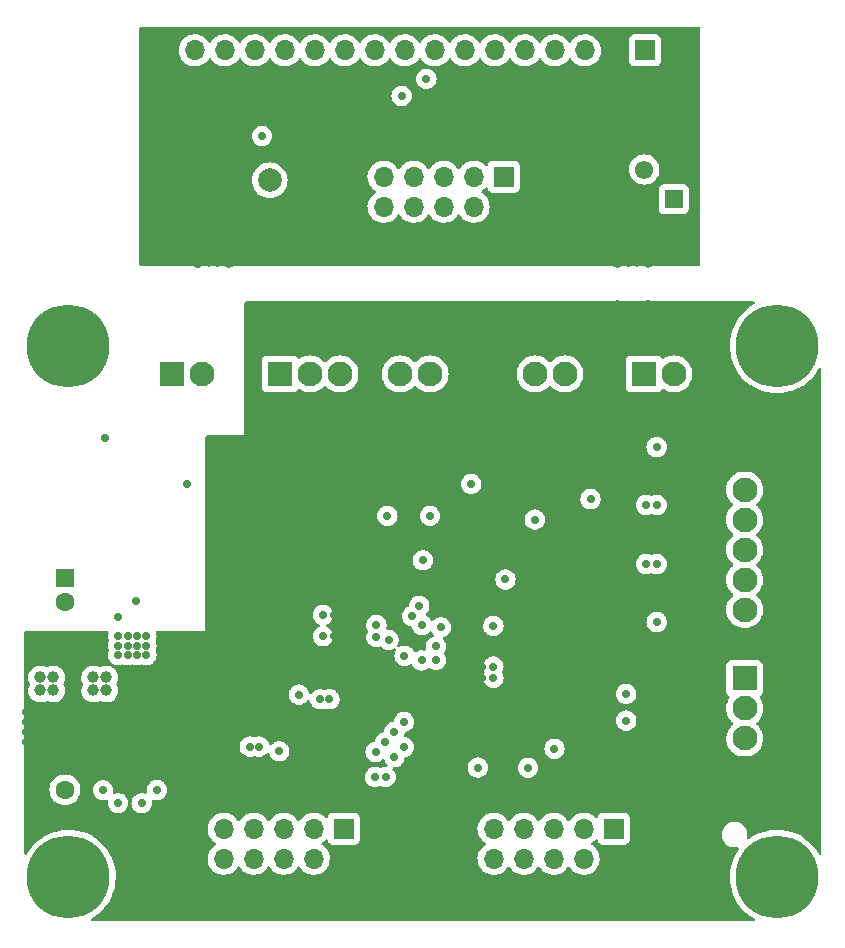
<source format=gbr>
%TF.GenerationSoftware,KiCad,Pcbnew,(6.0.6)*%
%TF.CreationDate,2022-12-21T22:14:54+09:00*%
%TF.ProjectId,SO2-GasSensor_DevelopmentKit_V1.0,534f322d-4761-4735-9365-6e736f725f44,rev?*%
%TF.SameCoordinates,Original*%
%TF.FileFunction,Copper,L2,Inr*%
%TF.FilePolarity,Positive*%
%FSLAX46Y46*%
G04 Gerber Fmt 4.6, Leading zero omitted, Abs format (unit mm)*
G04 Created by KiCad (PCBNEW (6.0.6)) date 2022-12-21 22:14:54*
%MOMM*%
%LPD*%
G01*
G04 APERTURE LIST*
%TA.AperFunction,ComponentPad*%
%ADD10R,2.100000X2.100000*%
%TD*%
%TA.AperFunction,ComponentPad*%
%ADD11C,2.100000*%
%TD*%
%TA.AperFunction,ComponentPad*%
%ADD12R,1.700000X1.700000*%
%TD*%
%TA.AperFunction,ComponentPad*%
%ADD13O,1.700000X1.700000*%
%TD*%
%TA.AperFunction,ComponentPad*%
%ADD14C,0.800000*%
%TD*%
%TA.AperFunction,ComponentPad*%
%ADD15C,7.000000*%
%TD*%
%TA.AperFunction,ComponentPad*%
%ADD16R,1.600000X1.600000*%
%TD*%
%TA.AperFunction,ComponentPad*%
%ADD17C,1.600000*%
%TD*%
%TA.AperFunction,ComponentPad*%
%ADD18R,1.550000X1.550000*%
%TD*%
%TA.AperFunction,ComponentPad*%
%ADD19C,1.550000*%
%TD*%
%TA.AperFunction,ComponentPad*%
%ADD20R,2.000000X2.000000*%
%TD*%
%TA.AperFunction,ComponentPad*%
%ADD21C,2.000000*%
%TD*%
%TA.AperFunction,ViaPad*%
%ADD22C,1.000000*%
%TD*%
%TA.AperFunction,ViaPad*%
%ADD23C,0.700000*%
%TD*%
G04 APERTURE END LIST*
D10*
%TO.N,VCC*%
%TO.C,J5*%
X67960000Y-124900000D03*
D11*
%TO.N,/EXT_SW*%
X70500000Y-124900000D03*
%TO.N,GND*%
X73040000Y-124900000D03*
%TD*%
D12*
%TO.N,GND*%
%TO.C,J1*%
X54300000Y-163400000D03*
D13*
%TO.N,VCC*%
X54300000Y-165940000D03*
%TO.N,/LCD_BU*%
X51760000Y-163400000D03*
%TO.N,unconnected-(J1-Pad4)*%
X51760000Y-165940000D03*
%TO.N,/LCD_RS*%
X49220000Y-163400000D03*
%TO.N,/LCD_EN*%
X49220000Y-165940000D03*
%TO.N,/LCD_D4*%
X46680000Y-163400000D03*
%TO.N,/LCD_D5*%
X46680000Y-165940000D03*
%TO.N,/LCD_D6*%
X44140000Y-163400000D03*
%TO.N,/LCD_D7*%
X44140000Y-165940000D03*
%TD*%
D14*
%TO.N,unconnected-(H4-Pad1)*%
%TO.C,H4*%
X89143845Y-120643845D03*
D15*
X91000000Y-122500000D03*
D14*
X92856155Y-120643845D03*
X88375000Y-122500000D03*
X93625000Y-122500000D03*
X92856155Y-124356155D03*
X89143845Y-124356155D03*
X91000000Y-125125000D03*
X91000000Y-119875000D03*
%TD*%
D10*
%TO.N,unconnected-(J4-Pad1)*%
%TO.C,J4*%
X48920000Y-124900000D03*
D11*
%TO.N,/RX*%
X51460000Y-124900000D03*
%TO.N,/TX*%
X54000000Y-124900000D03*
%TO.N,VCC*%
X56540000Y-124900000D03*
%TO.N,unconnected-(J4-Pad5)*%
X59080000Y-124900000D03*
%TO.N,GND*%
X61620000Y-124900000D03*
%TD*%
D12*
%TO.N,GND1*%
%TO.C,J9*%
X67840000Y-108200000D03*
D13*
%TO.N,VDD*%
X67840000Y-110740000D03*
%TO.N,/BU*%
X65300000Y-108200000D03*
%TO.N,unconnected-(J9-Pad4)*%
X65300000Y-110740000D03*
%TO.N,/RS*%
X62760000Y-108200000D03*
%TO.N,/EN*%
X62760000Y-110740000D03*
%TO.N,/D4*%
X60220000Y-108200000D03*
%TO.N,/D5*%
X60220000Y-110740000D03*
%TO.N,/D6*%
X57680000Y-108200000D03*
%TO.N,/D7*%
X57680000Y-110740000D03*
%TD*%
D14*
%TO.N,unconnected-(H1-Pad1)*%
%TO.C,H1*%
X31000000Y-119875000D03*
X33625000Y-122500000D03*
X29143845Y-120643845D03*
X32856155Y-120643845D03*
X32856155Y-124356155D03*
X31000000Y-125125000D03*
D15*
X31000000Y-122500000D03*
D14*
X28375000Y-122500000D03*
X29143845Y-124356155D03*
%TD*%
D16*
%TO.N,VCC*%
%TO.C,C3*%
X30700000Y-158100000D03*
D17*
%TO.N,GND*%
X30700000Y-160100000D03*
%TD*%
D10*
%TO.N,VBUS*%
%TO.C,J2*%
X39750000Y-124900000D03*
D11*
%TO.N,GND*%
X42290000Y-124900000D03*
%TD*%
D12*
%TO.N,/MOSI*%
%TO.C,J6*%
X77150000Y-163410000D03*
D13*
%TO.N,VCC*%
X77150000Y-165950000D03*
%TO.N,/CS*%
X74610000Y-163410000D03*
%TO.N,GND*%
X74610000Y-165950000D03*
%TO.N,/RST*%
X72070000Y-163410000D03*
%TO.N,GND*%
X72070000Y-165950000D03*
%TO.N,/SCK*%
X69530000Y-163410000D03*
%TO.N,GND*%
X69530000Y-165950000D03*
%TO.N,/MISO*%
X66990000Y-163410000D03*
%TO.N,GND*%
X66990000Y-165950000D03*
%TD*%
D10*
%TO.N,VCC*%
%TO.C,J7*%
X88250000Y-132150000D03*
D11*
%TO.N,GND*%
X88250000Y-134690000D03*
%TO.N,/OP1*%
X88250000Y-137230000D03*
%TO.N,GND*%
X88250000Y-139770000D03*
%TO.N,/OP2*%
X88250000Y-142310000D03*
%TO.N,GND*%
X88250000Y-144850000D03*
%TD*%
D18*
%TO.N,GND1*%
%TO.C,RV1*%
X82250000Y-110090000D03*
D19*
%TO.N,Net-(J10-Pad3)*%
X79750000Y-107590000D03*
%TO.N,VDD*%
X77250000Y-110090000D03*
%TD*%
D10*
%TO.N,/D_T*%
%TO.C,J8*%
X88250000Y-150685000D03*
D11*
%TO.N,/C_R*%
X88250000Y-153225000D03*
%TO.N,GND*%
X88250000Y-155765000D03*
%TO.N,VCC*%
X88250000Y-158305000D03*
%TD*%
D12*
%TO.N,GND1*%
%TO.C,J10*%
X79810000Y-97500000D03*
D13*
%TO.N,VDD*%
X77270000Y-97500000D03*
%TO.N,Net-(J10-Pad3)*%
X74730000Y-97500000D03*
%TO.N,/RS*%
X72190000Y-97500000D03*
%TO.N,GND1*%
X69650000Y-97500000D03*
%TO.N,/EN*%
X67110000Y-97500000D03*
%TO.N,unconnected-(J10-Pad7)*%
X64570000Y-97500000D03*
%TO.N,unconnected-(J10-Pad8)*%
X62030000Y-97500000D03*
%TO.N,unconnected-(J10-Pad9)*%
X59490000Y-97500000D03*
%TO.N,unconnected-(J10-Pad10)*%
X56950000Y-97500000D03*
%TO.N,/D4*%
X54410000Y-97500000D03*
%TO.N,/D5*%
X51870000Y-97500000D03*
%TO.N,/D6*%
X49330000Y-97500000D03*
%TO.N,/D7*%
X46790000Y-97500000D03*
%TO.N,Net-(J10-Pad15)*%
X44250000Y-97500000D03*
%TO.N,GND1*%
X41710000Y-97500000D03*
%TD*%
D16*
%TO.N,Net-(C1-Pad1)*%
%TO.C,C1*%
X30700000Y-142200000D03*
D17*
%TO.N,GND*%
X30700000Y-144200000D03*
%TD*%
D20*
%TO.N,VDD*%
%TO.C,BZ1*%
X40450000Y-108500000D03*
D21*
%TO.N,Net-(BZ1-Pad2)*%
X48050000Y-108500000D03*
%TD*%
D14*
%TO.N,unconnected-(H2-Pad1)*%
%TO.C,H2*%
X29143845Y-169356155D03*
X31000000Y-164875000D03*
X28375000Y-167500000D03*
X31000000Y-170125000D03*
X29143845Y-165643845D03*
X32856155Y-165643845D03*
X32856155Y-169356155D03*
X33625000Y-167500000D03*
D15*
X31000000Y-167500000D03*
%TD*%
%TO.N,unconnected-(H3-Pad1)*%
%TO.C,H3*%
X91000000Y-167500000D03*
D14*
X88375000Y-167500000D03*
X92856155Y-169356155D03*
X89143845Y-165643845D03*
X92856155Y-165643845D03*
X91000000Y-164875000D03*
X89143845Y-169356155D03*
X93625000Y-167500000D03*
X91000000Y-170125000D03*
%TD*%
D10*
%TO.N,Net-(C12-Pad1)*%
%TO.C,J3*%
X79730000Y-124900000D03*
D11*
%TO.N,GND*%
X82270000Y-124900000D03*
%TD*%
D22*
%TO.N,*%
X34200000Y-151700000D03*
X33100000Y-151700000D03*
X28600000Y-151700000D03*
X33100000Y-150600000D03*
X29700000Y-150600000D03*
X28600000Y-150600000D03*
X29700000Y-151700000D03*
X34200000Y-150600000D03*
D23*
%TO.N,Net-(BZ1-Pad2)*%
X59200000Y-101360000D03*
%TO.N,GND*%
X35200000Y-148700000D03*
X48850000Y-156850000D03*
X80800000Y-136000000D03*
X50500000Y-152050000D03*
X36000000Y-148700000D03*
X58000000Y-136900000D03*
X66975000Y-150625000D03*
X37600000Y-148700000D03*
X80800000Y-140990000D03*
X79900000Y-136000000D03*
X52550000Y-147100000D03*
X36000000Y-147100000D03*
X37200000Y-161250000D03*
X72150000Y-156625000D03*
X41000000Y-134200000D03*
X80800000Y-131100000D03*
X36800000Y-148700000D03*
X52300000Y-152450000D03*
X36000000Y-147900000D03*
X53100000Y-152450000D03*
X61600000Y-136900000D03*
X47150000Y-156450000D03*
X46350000Y-156450000D03*
X52550000Y-145300000D03*
X66975000Y-149675000D03*
X75200000Y-135500000D03*
X36800000Y-147100000D03*
X80800000Y-145900000D03*
X35200000Y-147900000D03*
X37600000Y-147100000D03*
X35200000Y-147100000D03*
X36750000Y-144150000D03*
X79900000Y-141000000D03*
X33925000Y-160150000D03*
X57075000Y-146150000D03*
X66975000Y-146225000D03*
X34100000Y-130300000D03*
X62525000Y-146350000D03*
X35200000Y-145450000D03*
X38475000Y-160125000D03*
X37600000Y-147900000D03*
X35200000Y-161250000D03*
X36800000Y-147900000D03*
X57075000Y-147150000D03*
%TO.N,VCC*%
X75200000Y-156525000D03*
X66025000Y-149675000D03*
X35700000Y-155200000D03*
X27400000Y-154350000D03*
X36550000Y-156900000D03*
X45775000Y-132400000D03*
X36550000Y-155200000D03*
X37400000Y-154350000D03*
X28250000Y-156050000D03*
X27400000Y-155200000D03*
X36550000Y-156050000D03*
X53500000Y-145300000D03*
X73200000Y-135500000D03*
X27400000Y-153500000D03*
X36550000Y-154350000D03*
X37400000Y-153500000D03*
X69200000Y-135500000D03*
X28250000Y-154350000D03*
X35700000Y-156900000D03*
X66025000Y-150625000D03*
X27400000Y-156050000D03*
X36550000Y-153500000D03*
X37400000Y-156050000D03*
X37400000Y-155200000D03*
X28250000Y-153500000D03*
X67200000Y-135500000D03*
X37400000Y-156900000D03*
X35700000Y-154350000D03*
X53500000Y-147100000D03*
X28250000Y-155200000D03*
X35700000Y-153500000D03*
X35700000Y-156050000D03*
%TO.N,/OP2*%
X68000000Y-142300000D03*
%TO.N,/OP1*%
X70480000Y-137230000D03*
%TO.N,/LCD_BU*%
X60925000Y-146150000D03*
%TO.N,/LCD_RS*%
X57000000Y-156900000D03*
X56950000Y-159000000D03*
%TO.N,/LCD_EN*%
X57850000Y-159000000D03*
X57830378Y-156080378D03*
%TO.N,/LCD_D4*%
X58600000Y-157325000D03*
X58600000Y-155200000D03*
%TO.N,/LCD_D5*%
X59400000Y-154350000D03*
X59400000Y-156500000D03*
%TO.N,/EXT_SW*%
X65100000Y-134200000D03*
%TO.N,/MOSI*%
X69900000Y-158240000D03*
X65650000Y-158225000D03*
%TO.N,/CS*%
X60900000Y-149150000D03*
%TO.N,/RST*%
X58100000Y-147400000D03*
X60100000Y-145400000D03*
X59450000Y-148750000D03*
%TO.N,GND1*%
X61300000Y-99900000D03*
%TO.N,/D5*%
X47375000Y-104765000D03*
%TO.N,/SRX*%
X62100000Y-149100000D03*
%TO.N,/SCL*%
X60700000Y-144525000D03*
X78225000Y-154250000D03*
X78225000Y-151975000D03*
%TO.N,/STX*%
X62100000Y-147975000D03*
%TO.N,/SDA*%
X61000000Y-140675000D03*
%TD*%
%TA.AperFunction,Conductor*%
%TO.N,VDD*%
G36*
X84433621Y-95528502D02*
G01*
X84480114Y-95582158D01*
X84491500Y-95634500D01*
X84491500Y-115615454D01*
X84471498Y-115683575D01*
X84417842Y-115730068D01*
X84365492Y-115741454D01*
X80803260Y-115741192D01*
X80782366Y-115739445D01*
X80767354Y-115736919D01*
X80767342Y-115736918D01*
X80762552Y-115736112D01*
X80756475Y-115736038D01*
X80754865Y-115736018D01*
X80754861Y-115736018D01*
X80750000Y-115735959D01*
X80745148Y-115736654D01*
X80745104Y-115736660D01*
X80737213Y-115737536D01*
X80516349Y-115755057D01*
X80516347Y-115755057D01*
X80511372Y-115755452D01*
X80506524Y-115756626D01*
X80506521Y-115756626D01*
X80495417Y-115759314D01*
X80278713Y-115811770D01*
X80274107Y-115813695D01*
X80274097Y-115813698D01*
X80077010Y-115896057D01*
X80006444Y-115903867D01*
X79946851Y-115875827D01*
X79933715Y-115864667D01*
X79835805Y-115814671D01*
X79782708Y-115787558D01*
X79782706Y-115787557D01*
X79776192Y-115784231D01*
X79769087Y-115782492D01*
X79769083Y-115782491D01*
X79674363Y-115759314D01*
X79604390Y-115742192D01*
X79598788Y-115741844D01*
X79598785Y-115741844D01*
X79595175Y-115741620D01*
X79595165Y-115741620D01*
X79593236Y-115741500D01*
X79465707Y-115741500D01*
X79395964Y-115749631D01*
X79341589Y-115755970D01*
X79341585Y-115755971D01*
X79334319Y-115756818D01*
X79327444Y-115759313D01*
X79327442Y-115759314D01*
X79174338Y-115814889D01*
X79103480Y-115819330D01*
X79074044Y-115808666D01*
X79032712Y-115787560D01*
X79032707Y-115787558D01*
X79026192Y-115784231D01*
X78854390Y-115742192D01*
X78848788Y-115741844D01*
X78848785Y-115741844D01*
X78845175Y-115741620D01*
X78845165Y-115741620D01*
X78843236Y-115741500D01*
X78715707Y-115741500D01*
X78645964Y-115749631D01*
X78591589Y-115755970D01*
X78591585Y-115755971D01*
X78584319Y-115756818D01*
X78577444Y-115759313D01*
X78577442Y-115759314D01*
X78424338Y-115814889D01*
X78353480Y-115819330D01*
X78324044Y-115808666D01*
X78282712Y-115787560D01*
X78282707Y-115787558D01*
X78276192Y-115784231D01*
X78104390Y-115742192D01*
X78098788Y-115741844D01*
X78098785Y-115741844D01*
X78095175Y-115741620D01*
X78095165Y-115741620D01*
X78093236Y-115741500D01*
X77965707Y-115741500D01*
X77895964Y-115749631D01*
X77841589Y-115755970D01*
X77841585Y-115755971D01*
X77834319Y-115756818D01*
X77827444Y-115759313D01*
X77827442Y-115759314D01*
X77674939Y-115814671D01*
X77668063Y-115817167D01*
X77555170Y-115891183D01*
X77554845Y-115891396D01*
X77486910Y-115912019D01*
X77437182Y-115902282D01*
X77238665Y-115819330D01*
X77225864Y-115813981D01*
X77225862Y-115813980D01*
X77221264Y-115812059D01*
X77095154Y-115781535D01*
X76993496Y-115756930D01*
X76993494Y-115756930D01*
X76988649Y-115755757D01*
X76924645Y-115750681D01*
X76783928Y-115739520D01*
X76772993Y-115738169D01*
X76767418Y-115737231D01*
X76767415Y-115737231D01*
X76762619Y-115736424D01*
X76756204Y-115736346D01*
X76754926Y-115736330D01*
X76754923Y-115736330D01*
X76750067Y-115736271D01*
X76745259Y-115736960D01*
X76745254Y-115736960D01*
X76722447Y-115740227D01*
X76704582Y-115741500D01*
X74477761Y-115741500D01*
X62978690Y-115741188D01*
X62978686Y-115741188D01*
X47589628Y-115739943D01*
X47589492Y-115739938D01*
X47589332Y-115739913D01*
X47588851Y-115739913D01*
X47550465Y-115739939D01*
X47549657Y-115739940D01*
X47544084Y-115739940D01*
X47514066Y-115739937D01*
X47513590Y-115739937D01*
X47513431Y-115739960D01*
X47513298Y-115739965D01*
X46879041Y-115740395D01*
X45303354Y-115741464D01*
X45282368Y-115739718D01*
X45262788Y-115736424D01*
X45256791Y-115736351D01*
X45255104Y-115736330D01*
X45255100Y-115736330D01*
X45250236Y-115736271D01*
X45245413Y-115736961D01*
X45245405Y-115736962D01*
X45237521Y-115737838D01*
X45016611Y-115755363D01*
X45011607Y-115755760D01*
X45006752Y-115756935D01*
X45006753Y-115756935D01*
X44785070Y-115810595D01*
X44778947Y-115812077D01*
X44577326Y-115896329D01*
X44506763Y-115904138D01*
X44447170Y-115876098D01*
X44433715Y-115864667D01*
X44335805Y-115814671D01*
X44282708Y-115787558D01*
X44282706Y-115787557D01*
X44276192Y-115784231D01*
X44269087Y-115782492D01*
X44269083Y-115782491D01*
X44174363Y-115759314D01*
X44104390Y-115742192D01*
X44098788Y-115741844D01*
X44098785Y-115741844D01*
X44095175Y-115741620D01*
X44095165Y-115741620D01*
X44093236Y-115741500D01*
X43965707Y-115741500D01*
X43895964Y-115749631D01*
X43841589Y-115755970D01*
X43841585Y-115755971D01*
X43834319Y-115756818D01*
X43827444Y-115759313D01*
X43827442Y-115759314D01*
X43674338Y-115814889D01*
X43603480Y-115819330D01*
X43574044Y-115808666D01*
X43532712Y-115787560D01*
X43532707Y-115787558D01*
X43526192Y-115784231D01*
X43354390Y-115742192D01*
X43348788Y-115741844D01*
X43348785Y-115741844D01*
X43345175Y-115741620D01*
X43345165Y-115741620D01*
X43343236Y-115741500D01*
X43215707Y-115741500D01*
X43145964Y-115749631D01*
X43091589Y-115755970D01*
X43091585Y-115755971D01*
X43084319Y-115756818D01*
X43077444Y-115759313D01*
X43077442Y-115759314D01*
X42924338Y-115814889D01*
X42853480Y-115819330D01*
X42824044Y-115808666D01*
X42782712Y-115787560D01*
X42782707Y-115787558D01*
X42776192Y-115784231D01*
X42604390Y-115742192D01*
X42598788Y-115741844D01*
X42598785Y-115741844D01*
X42595175Y-115741620D01*
X42595165Y-115741620D01*
X42593236Y-115741500D01*
X42465707Y-115741500D01*
X42395964Y-115749631D01*
X42341589Y-115755970D01*
X42341585Y-115755971D01*
X42334319Y-115756818D01*
X42327444Y-115759313D01*
X42327442Y-115759314D01*
X42174939Y-115814671D01*
X42168063Y-115817167D01*
X42161946Y-115821178D01*
X42161943Y-115821179D01*
X42055169Y-115891183D01*
X41987233Y-115911806D01*
X41937634Y-115900140D01*
X41936963Y-115901760D01*
X41722167Y-115812789D01*
X41722165Y-115812788D01*
X41717594Y-115810895D01*
X41620388Y-115787558D01*
X41491524Y-115756620D01*
X41491518Y-115756619D01*
X41486711Y-115755465D01*
X41283704Y-115739488D01*
X41272684Y-115738129D01*
X41267356Y-115737232D01*
X41267351Y-115737232D01*
X41262552Y-115736424D01*
X41256059Y-115736345D01*
X41254860Y-115736330D01*
X41254857Y-115736330D01*
X41250000Y-115736271D01*
X41227313Y-115739520D01*
X41222376Y-115740227D01*
X41204514Y-115741500D01*
X37134500Y-115741500D01*
X37066379Y-115721498D01*
X37019886Y-115667842D01*
X37008500Y-115615500D01*
X37008500Y-110706695D01*
X56317251Y-110706695D01*
X56317548Y-110711848D01*
X56317548Y-110711851D01*
X56323011Y-110806590D01*
X56330110Y-110929715D01*
X56331247Y-110934761D01*
X56331248Y-110934767D01*
X56342054Y-110982715D01*
X56379222Y-111147639D01*
X56463266Y-111354616D01*
X56514019Y-111437438D01*
X56577291Y-111540688D01*
X56579987Y-111545088D01*
X56726250Y-111713938D01*
X56898126Y-111856632D01*
X57091000Y-111969338D01*
X57299692Y-112049030D01*
X57304760Y-112050061D01*
X57304763Y-112050062D01*
X57412017Y-112071883D01*
X57518597Y-112093567D01*
X57523772Y-112093757D01*
X57523774Y-112093757D01*
X57736673Y-112101564D01*
X57736677Y-112101564D01*
X57741837Y-112101753D01*
X57746957Y-112101097D01*
X57746959Y-112101097D01*
X57958288Y-112074025D01*
X57958289Y-112074025D01*
X57963416Y-112073368D01*
X57968366Y-112071883D01*
X58172429Y-112010661D01*
X58172434Y-112010659D01*
X58177384Y-112009174D01*
X58377994Y-111910896D01*
X58559860Y-111781173D01*
X58718096Y-111623489D01*
X58777594Y-111540689D01*
X58848453Y-111442077D01*
X58849776Y-111443028D01*
X58896645Y-111399857D01*
X58966580Y-111387625D01*
X59032026Y-111415144D01*
X59059875Y-111446994D01*
X59119987Y-111545088D01*
X59266250Y-111713938D01*
X59438126Y-111856632D01*
X59631000Y-111969338D01*
X59839692Y-112049030D01*
X59844760Y-112050061D01*
X59844763Y-112050062D01*
X59952017Y-112071883D01*
X60058597Y-112093567D01*
X60063772Y-112093757D01*
X60063774Y-112093757D01*
X60276673Y-112101564D01*
X60276677Y-112101564D01*
X60281837Y-112101753D01*
X60286957Y-112101097D01*
X60286959Y-112101097D01*
X60498288Y-112074025D01*
X60498289Y-112074025D01*
X60503416Y-112073368D01*
X60508366Y-112071883D01*
X60712429Y-112010661D01*
X60712434Y-112010659D01*
X60717384Y-112009174D01*
X60917994Y-111910896D01*
X61099860Y-111781173D01*
X61258096Y-111623489D01*
X61317594Y-111540689D01*
X61388453Y-111442077D01*
X61389776Y-111443028D01*
X61436645Y-111399857D01*
X61506580Y-111387625D01*
X61572026Y-111415144D01*
X61599875Y-111446994D01*
X61659987Y-111545088D01*
X61806250Y-111713938D01*
X61978126Y-111856632D01*
X62171000Y-111969338D01*
X62379692Y-112049030D01*
X62384760Y-112050061D01*
X62384763Y-112050062D01*
X62492017Y-112071883D01*
X62598597Y-112093567D01*
X62603772Y-112093757D01*
X62603774Y-112093757D01*
X62816673Y-112101564D01*
X62816677Y-112101564D01*
X62821837Y-112101753D01*
X62826957Y-112101097D01*
X62826959Y-112101097D01*
X63038288Y-112074025D01*
X63038289Y-112074025D01*
X63043416Y-112073368D01*
X63048366Y-112071883D01*
X63252429Y-112010661D01*
X63252434Y-112010659D01*
X63257384Y-112009174D01*
X63457994Y-111910896D01*
X63639860Y-111781173D01*
X63798096Y-111623489D01*
X63857594Y-111540689D01*
X63928453Y-111442077D01*
X63929776Y-111443028D01*
X63976645Y-111399857D01*
X64046580Y-111387625D01*
X64112026Y-111415144D01*
X64139875Y-111446994D01*
X64199987Y-111545088D01*
X64346250Y-111713938D01*
X64518126Y-111856632D01*
X64711000Y-111969338D01*
X64919692Y-112049030D01*
X64924760Y-112050061D01*
X64924763Y-112050062D01*
X65032017Y-112071883D01*
X65138597Y-112093567D01*
X65143772Y-112093757D01*
X65143774Y-112093757D01*
X65356673Y-112101564D01*
X65356677Y-112101564D01*
X65361837Y-112101753D01*
X65366957Y-112101097D01*
X65366959Y-112101097D01*
X65578288Y-112074025D01*
X65578289Y-112074025D01*
X65583416Y-112073368D01*
X65588366Y-112071883D01*
X65792429Y-112010661D01*
X65792434Y-112010659D01*
X65797384Y-112009174D01*
X65997994Y-111910896D01*
X66179860Y-111781173D01*
X66338096Y-111623489D01*
X66397594Y-111540689D01*
X66465435Y-111446277D01*
X66468453Y-111442077D01*
X66489320Y-111399857D01*
X66565136Y-111246453D01*
X66565137Y-111246451D01*
X66567430Y-111241811D01*
X66632370Y-111028069D01*
X66647502Y-110913134D01*
X80966500Y-110913134D01*
X80973255Y-110975316D01*
X81024385Y-111111705D01*
X81111739Y-111228261D01*
X81228295Y-111315615D01*
X81364684Y-111366745D01*
X81426866Y-111373500D01*
X83073134Y-111373500D01*
X83135316Y-111366745D01*
X83271705Y-111315615D01*
X83388261Y-111228261D01*
X83475615Y-111111705D01*
X83526745Y-110975316D01*
X83533500Y-110913134D01*
X83533500Y-109266866D01*
X83526745Y-109204684D01*
X83475615Y-109068295D01*
X83388261Y-108951739D01*
X83271705Y-108864385D01*
X83135316Y-108813255D01*
X83073134Y-108806500D01*
X81426866Y-108806500D01*
X81364684Y-108813255D01*
X81228295Y-108864385D01*
X81111739Y-108951739D01*
X81024385Y-109068295D01*
X80973255Y-109204684D01*
X80966500Y-109266866D01*
X80966500Y-110913134D01*
X66647502Y-110913134D01*
X66661529Y-110806590D01*
X66663156Y-110740000D01*
X66644852Y-110517361D01*
X66590431Y-110300702D01*
X66501354Y-110095840D01*
X66399958Y-109939105D01*
X66382822Y-109912617D01*
X66382820Y-109912614D01*
X66380014Y-109908277D01*
X66229670Y-109743051D01*
X66225619Y-109739852D01*
X66225615Y-109739848D01*
X66058414Y-109607800D01*
X66058410Y-109607798D01*
X66054359Y-109604598D01*
X66013053Y-109581796D01*
X65963084Y-109531364D01*
X65948312Y-109461921D01*
X65973428Y-109395516D01*
X66000780Y-109368909D01*
X66044603Y-109337650D01*
X66179860Y-109241173D01*
X66288091Y-109133319D01*
X66350462Y-109099404D01*
X66421268Y-109104592D01*
X66478030Y-109147238D01*
X66495012Y-109178341D01*
X66502114Y-109197285D01*
X66539385Y-109296705D01*
X66626739Y-109413261D01*
X66743295Y-109500615D01*
X66879684Y-109551745D01*
X66941866Y-109558500D01*
X68738134Y-109558500D01*
X68800316Y-109551745D01*
X68936705Y-109500615D01*
X69053261Y-109413261D01*
X69140615Y-109296705D01*
X69191745Y-109160316D01*
X69198500Y-109098134D01*
X69198500Y-107590000D01*
X78461597Y-107590000D01*
X78481171Y-107813729D01*
X78482595Y-107819042D01*
X78482595Y-107819044D01*
X78514895Y-107939588D01*
X78539297Y-108030660D01*
X78541619Y-108035641D01*
X78541620Y-108035642D01*
X78631884Y-108229214D01*
X78631887Y-108229219D01*
X78634210Y-108234201D01*
X78637366Y-108238708D01*
X78637367Y-108238710D01*
X78746640Y-108394767D01*
X78763026Y-108418169D01*
X78921831Y-108576974D01*
X78926340Y-108580131D01*
X78926342Y-108580133D01*
X78965625Y-108607639D01*
X79105798Y-108705790D01*
X79110780Y-108708113D01*
X79110785Y-108708116D01*
X79304358Y-108798380D01*
X79309340Y-108800703D01*
X79314648Y-108802125D01*
X79314650Y-108802126D01*
X79520956Y-108857405D01*
X79520958Y-108857405D01*
X79526271Y-108858829D01*
X79750000Y-108878403D01*
X79973729Y-108858829D01*
X79979042Y-108857405D01*
X79979044Y-108857405D01*
X80185350Y-108802126D01*
X80185352Y-108802125D01*
X80190660Y-108800703D01*
X80195642Y-108798380D01*
X80389215Y-108708116D01*
X80389220Y-108708113D01*
X80394202Y-108705790D01*
X80534375Y-108607639D01*
X80573658Y-108580133D01*
X80573660Y-108580131D01*
X80578169Y-108576974D01*
X80736974Y-108418169D01*
X80753361Y-108394767D01*
X80862633Y-108238710D01*
X80862634Y-108238708D01*
X80865790Y-108234201D01*
X80868113Y-108229219D01*
X80868116Y-108229214D01*
X80958380Y-108035642D01*
X80958381Y-108035641D01*
X80960703Y-108030660D01*
X80985106Y-107939588D01*
X81017405Y-107819044D01*
X81017405Y-107819042D01*
X81018829Y-107813729D01*
X81038403Y-107590000D01*
X81018829Y-107366271D01*
X81013508Y-107346411D01*
X80962126Y-107154650D01*
X80962125Y-107154648D01*
X80960703Y-107149340D01*
X80921187Y-107064598D01*
X80868116Y-106950786D01*
X80868113Y-106950781D01*
X80865790Y-106945799D01*
X80833291Y-106899385D01*
X80740133Y-106766342D01*
X80740131Y-106766339D01*
X80736974Y-106761831D01*
X80578169Y-106603026D01*
X80394202Y-106474210D01*
X80389220Y-106471887D01*
X80389215Y-106471884D01*
X80195642Y-106381620D01*
X80195641Y-106381620D01*
X80190660Y-106379297D01*
X80185352Y-106377875D01*
X80185350Y-106377874D01*
X79979044Y-106322595D01*
X79979042Y-106322595D01*
X79973729Y-106321171D01*
X79750000Y-106301597D01*
X79526271Y-106321171D01*
X79520958Y-106322595D01*
X79520956Y-106322595D01*
X79314650Y-106377874D01*
X79314648Y-106377875D01*
X79309340Y-106379297D01*
X79304359Y-106381619D01*
X79304358Y-106381620D01*
X79110786Y-106471884D01*
X79110781Y-106471887D01*
X79105799Y-106474210D01*
X79101292Y-106477366D01*
X79101290Y-106477367D01*
X78926342Y-106599867D01*
X78926339Y-106599869D01*
X78921831Y-106603026D01*
X78763026Y-106761831D01*
X78759869Y-106766339D01*
X78759867Y-106766342D01*
X78666709Y-106899385D01*
X78634210Y-106945799D01*
X78631887Y-106950781D01*
X78631884Y-106950786D01*
X78578813Y-107064598D01*
X78539297Y-107149340D01*
X78537875Y-107154648D01*
X78537874Y-107154650D01*
X78486492Y-107346411D01*
X78481171Y-107366271D01*
X78461597Y-107590000D01*
X69198500Y-107590000D01*
X69198500Y-107301866D01*
X69191745Y-107239684D01*
X69140615Y-107103295D01*
X69053261Y-106986739D01*
X68936705Y-106899385D01*
X68800316Y-106848255D01*
X68738134Y-106841500D01*
X66941866Y-106841500D01*
X66879684Y-106848255D01*
X66743295Y-106899385D01*
X66626739Y-106986739D01*
X66539385Y-107103295D01*
X66536233Y-107111703D01*
X66494919Y-107221907D01*
X66452277Y-107278671D01*
X66385716Y-107303371D01*
X66316367Y-107288163D01*
X66283743Y-107262476D01*
X66233151Y-107206875D01*
X66233142Y-107206866D01*
X66229670Y-107203051D01*
X66225619Y-107199852D01*
X66225615Y-107199848D01*
X66058414Y-107067800D01*
X66058410Y-107067798D01*
X66054359Y-107064598D01*
X65858789Y-106956638D01*
X65853920Y-106954914D01*
X65853916Y-106954912D01*
X65653087Y-106883795D01*
X65653083Y-106883794D01*
X65648212Y-106882069D01*
X65643119Y-106881162D01*
X65643116Y-106881161D01*
X65433373Y-106843800D01*
X65433367Y-106843799D01*
X65428284Y-106842894D01*
X65354452Y-106841992D01*
X65210081Y-106840228D01*
X65210079Y-106840228D01*
X65204911Y-106840165D01*
X64984091Y-106873955D01*
X64771756Y-106943357D01*
X64573607Y-107046507D01*
X64569474Y-107049610D01*
X64569471Y-107049612D01*
X64399100Y-107177530D01*
X64394965Y-107180635D01*
X64355525Y-107221907D01*
X64301280Y-107278671D01*
X64240629Y-107342138D01*
X64133201Y-107499621D01*
X64078293Y-107544621D01*
X64007768Y-107552792D01*
X63944021Y-107521538D01*
X63923324Y-107497054D01*
X63842822Y-107372617D01*
X63842820Y-107372614D01*
X63840014Y-107368277D01*
X63689670Y-107203051D01*
X63685619Y-107199852D01*
X63685615Y-107199848D01*
X63518414Y-107067800D01*
X63518410Y-107067798D01*
X63514359Y-107064598D01*
X63318789Y-106956638D01*
X63313920Y-106954914D01*
X63313916Y-106954912D01*
X63113087Y-106883795D01*
X63113083Y-106883794D01*
X63108212Y-106882069D01*
X63103119Y-106881162D01*
X63103116Y-106881161D01*
X62893373Y-106843800D01*
X62893367Y-106843799D01*
X62888284Y-106842894D01*
X62814452Y-106841992D01*
X62670081Y-106840228D01*
X62670079Y-106840228D01*
X62664911Y-106840165D01*
X62444091Y-106873955D01*
X62231756Y-106943357D01*
X62033607Y-107046507D01*
X62029474Y-107049610D01*
X62029471Y-107049612D01*
X61859100Y-107177530D01*
X61854965Y-107180635D01*
X61815525Y-107221907D01*
X61761280Y-107278671D01*
X61700629Y-107342138D01*
X61593201Y-107499621D01*
X61538293Y-107544621D01*
X61467768Y-107552792D01*
X61404021Y-107521538D01*
X61383324Y-107497054D01*
X61302822Y-107372617D01*
X61302820Y-107372614D01*
X61300014Y-107368277D01*
X61149670Y-107203051D01*
X61145619Y-107199852D01*
X61145615Y-107199848D01*
X60978414Y-107067800D01*
X60978410Y-107067798D01*
X60974359Y-107064598D01*
X60778789Y-106956638D01*
X60773920Y-106954914D01*
X60773916Y-106954912D01*
X60573087Y-106883795D01*
X60573083Y-106883794D01*
X60568212Y-106882069D01*
X60563119Y-106881162D01*
X60563116Y-106881161D01*
X60353373Y-106843800D01*
X60353367Y-106843799D01*
X60348284Y-106842894D01*
X60274452Y-106841992D01*
X60130081Y-106840228D01*
X60130079Y-106840228D01*
X60124911Y-106840165D01*
X59904091Y-106873955D01*
X59691756Y-106943357D01*
X59493607Y-107046507D01*
X59489474Y-107049610D01*
X59489471Y-107049612D01*
X59319100Y-107177530D01*
X59314965Y-107180635D01*
X59275525Y-107221907D01*
X59221280Y-107278671D01*
X59160629Y-107342138D01*
X59053201Y-107499621D01*
X58998293Y-107544621D01*
X58927768Y-107552792D01*
X58864021Y-107521538D01*
X58843324Y-107497054D01*
X58762822Y-107372617D01*
X58762820Y-107372614D01*
X58760014Y-107368277D01*
X58609670Y-107203051D01*
X58605619Y-107199852D01*
X58605615Y-107199848D01*
X58438414Y-107067800D01*
X58438410Y-107067798D01*
X58434359Y-107064598D01*
X58238789Y-106956638D01*
X58233920Y-106954914D01*
X58233916Y-106954912D01*
X58033087Y-106883795D01*
X58033083Y-106883794D01*
X58028212Y-106882069D01*
X58023119Y-106881162D01*
X58023116Y-106881161D01*
X57813373Y-106843800D01*
X57813367Y-106843799D01*
X57808284Y-106842894D01*
X57734452Y-106841992D01*
X57590081Y-106840228D01*
X57590079Y-106840228D01*
X57584911Y-106840165D01*
X57364091Y-106873955D01*
X57151756Y-106943357D01*
X56953607Y-107046507D01*
X56949474Y-107049610D01*
X56949471Y-107049612D01*
X56779100Y-107177530D01*
X56774965Y-107180635D01*
X56735525Y-107221907D01*
X56681280Y-107278671D01*
X56620629Y-107342138D01*
X56617720Y-107346403D01*
X56617714Y-107346411D01*
X56602798Y-107368277D01*
X56494743Y-107526680D01*
X56400688Y-107729305D01*
X56340989Y-107944570D01*
X56317251Y-108166695D01*
X56330110Y-108389715D01*
X56331247Y-108394761D01*
X56331248Y-108394767D01*
X56353853Y-108495070D01*
X56379222Y-108607639D01*
X56411723Y-108687680D01*
X56457617Y-108800703D01*
X56463266Y-108814616D01*
X56500685Y-108875678D01*
X56577291Y-109000688D01*
X56579987Y-109005088D01*
X56726250Y-109173938D01*
X56898126Y-109316632D01*
X56968595Y-109357811D01*
X56971445Y-109359476D01*
X57020169Y-109411114D01*
X57033240Y-109480897D01*
X57006509Y-109546669D01*
X56966055Y-109580027D01*
X56953607Y-109586507D01*
X56949474Y-109589610D01*
X56949471Y-109589612D01*
X56925247Y-109607800D01*
X56774965Y-109720635D01*
X56620629Y-109882138D01*
X56494743Y-110066680D01*
X56400688Y-110269305D01*
X56340989Y-110484570D01*
X56317251Y-110706695D01*
X37008500Y-110706695D01*
X37008500Y-108500000D01*
X46536835Y-108500000D01*
X46555465Y-108736711D01*
X46556619Y-108741518D01*
X46556620Y-108741524D01*
X46582093Y-108847625D01*
X46610895Y-108967594D01*
X46612788Y-108972165D01*
X46612789Y-108972167D01*
X46698189Y-109178341D01*
X46701760Y-109186963D01*
X46704346Y-109191183D01*
X46823241Y-109385202D01*
X46823245Y-109385208D01*
X46825824Y-109389416D01*
X46920797Y-109500615D01*
X46970236Y-109558500D01*
X46980031Y-109569969D01*
X47160584Y-109724176D01*
X47164792Y-109726755D01*
X47164798Y-109726759D01*
X47358817Y-109845654D01*
X47363037Y-109848240D01*
X47367607Y-109850133D01*
X47367611Y-109850135D01*
X47577833Y-109937211D01*
X47582406Y-109939105D01*
X47662609Y-109958360D01*
X47808476Y-109993380D01*
X47808482Y-109993381D01*
X47813289Y-109994535D01*
X48050000Y-110013165D01*
X48286711Y-109994535D01*
X48291518Y-109993381D01*
X48291524Y-109993380D01*
X48437391Y-109958360D01*
X48517594Y-109939105D01*
X48522167Y-109937211D01*
X48732389Y-109850135D01*
X48732393Y-109850133D01*
X48736963Y-109848240D01*
X48741183Y-109845654D01*
X48935202Y-109726759D01*
X48935208Y-109726755D01*
X48939416Y-109724176D01*
X49119969Y-109569969D01*
X49129765Y-109558500D01*
X49179203Y-109500615D01*
X49274176Y-109389416D01*
X49276755Y-109385208D01*
X49276759Y-109385202D01*
X49395654Y-109191183D01*
X49398240Y-109186963D01*
X49401812Y-109178341D01*
X49487211Y-108972167D01*
X49487212Y-108972165D01*
X49489105Y-108967594D01*
X49517907Y-108847625D01*
X49543380Y-108741524D01*
X49543381Y-108741518D01*
X49544535Y-108736711D01*
X49563165Y-108500000D01*
X49544535Y-108263289D01*
X49538635Y-108238710D01*
X49490260Y-108037218D01*
X49489105Y-108032406D01*
X49487211Y-108027833D01*
X49400135Y-107817611D01*
X49400133Y-107817607D01*
X49398240Y-107813037D01*
X49335960Y-107711406D01*
X49276759Y-107614798D01*
X49276755Y-107614792D01*
X49274176Y-107610584D01*
X49119969Y-107430031D01*
X48939416Y-107275824D01*
X48935208Y-107273245D01*
X48935202Y-107273241D01*
X48741183Y-107154346D01*
X48736963Y-107151760D01*
X48732393Y-107149867D01*
X48732389Y-107149865D01*
X48522167Y-107062789D01*
X48522165Y-107062788D01*
X48517594Y-107060895D01*
X48437391Y-107041640D01*
X48291524Y-107006620D01*
X48291518Y-107006619D01*
X48286711Y-107005465D01*
X48050000Y-106986835D01*
X47813289Y-107005465D01*
X47808482Y-107006619D01*
X47808476Y-107006620D01*
X47662609Y-107041640D01*
X47582406Y-107060895D01*
X47577835Y-107062788D01*
X47577833Y-107062789D01*
X47367611Y-107149865D01*
X47367607Y-107149867D01*
X47363037Y-107151760D01*
X47358817Y-107154346D01*
X47164798Y-107273241D01*
X47164792Y-107273245D01*
X47160584Y-107275824D01*
X46980031Y-107430031D01*
X46825824Y-107610584D01*
X46823245Y-107614792D01*
X46823241Y-107614798D01*
X46764040Y-107711406D01*
X46701760Y-107813037D01*
X46699867Y-107817607D01*
X46699865Y-107817611D01*
X46612789Y-108027833D01*
X46610895Y-108032406D01*
X46609740Y-108037218D01*
X46561366Y-108238710D01*
X46555465Y-108263289D01*
X46536835Y-108500000D01*
X37008500Y-108500000D01*
X37008500Y-104765000D01*
X46511771Y-104765000D01*
X46530635Y-104944475D01*
X46586401Y-105116107D01*
X46676633Y-105272393D01*
X46797387Y-105406504D01*
X46943385Y-105512578D01*
X46949413Y-105515262D01*
X46949415Y-105515263D01*
X47102217Y-105583295D01*
X47108248Y-105585980D01*
X47196508Y-105604740D01*
X47278311Y-105622128D01*
X47278315Y-105622128D01*
X47284768Y-105623500D01*
X47465232Y-105623500D01*
X47471685Y-105622128D01*
X47471689Y-105622128D01*
X47553492Y-105604740D01*
X47641752Y-105585980D01*
X47647783Y-105583295D01*
X47800585Y-105515263D01*
X47800587Y-105515262D01*
X47806615Y-105512578D01*
X47952613Y-105406504D01*
X48073367Y-105272393D01*
X48163599Y-105116107D01*
X48219365Y-104944475D01*
X48238229Y-104765000D01*
X48219365Y-104585525D01*
X48163599Y-104413893D01*
X48073367Y-104257607D01*
X47952613Y-104123496D01*
X47806615Y-104017422D01*
X47800587Y-104014738D01*
X47800585Y-104014737D01*
X47647783Y-103946705D01*
X47647781Y-103946705D01*
X47641752Y-103944020D01*
X47553492Y-103925260D01*
X47471689Y-103907872D01*
X47471685Y-103907872D01*
X47465232Y-103906500D01*
X47284768Y-103906500D01*
X47278315Y-103907872D01*
X47278311Y-103907872D01*
X47196508Y-103925260D01*
X47108248Y-103944020D01*
X47102219Y-103946704D01*
X47102217Y-103946705D01*
X46949416Y-104014737D01*
X46949414Y-104014738D01*
X46943386Y-104017422D01*
X46938045Y-104021302D01*
X46938044Y-104021303D01*
X46802731Y-104119613D01*
X46802729Y-104119615D01*
X46797387Y-104123496D01*
X46676633Y-104257607D01*
X46586401Y-104413893D01*
X46530635Y-104585525D01*
X46511771Y-104765000D01*
X37008500Y-104765000D01*
X37008500Y-101360000D01*
X58336771Y-101360000D01*
X58355635Y-101539475D01*
X58411401Y-101711107D01*
X58501633Y-101867393D01*
X58622387Y-102001504D01*
X58768385Y-102107578D01*
X58774413Y-102110262D01*
X58774415Y-102110263D01*
X58927217Y-102178295D01*
X58933248Y-102180980D01*
X59021508Y-102199740D01*
X59103311Y-102217128D01*
X59103315Y-102217128D01*
X59109768Y-102218500D01*
X59290232Y-102218500D01*
X59296685Y-102217128D01*
X59296689Y-102217128D01*
X59378492Y-102199740D01*
X59466752Y-102180980D01*
X59472783Y-102178295D01*
X59625585Y-102110263D01*
X59625587Y-102110262D01*
X59631615Y-102107578D01*
X59777613Y-102001504D01*
X59898367Y-101867393D01*
X59988599Y-101711107D01*
X60044365Y-101539475D01*
X60063229Y-101360000D01*
X60044365Y-101180525D01*
X59988599Y-101008893D01*
X59898367Y-100852607D01*
X59812398Y-100757128D01*
X59782035Y-100723407D01*
X59782034Y-100723406D01*
X59777613Y-100718496D01*
X59674662Y-100643697D01*
X59636957Y-100616303D01*
X59636956Y-100616302D01*
X59631615Y-100612422D01*
X59625587Y-100609738D01*
X59625585Y-100609737D01*
X59472783Y-100541705D01*
X59472781Y-100541705D01*
X59466752Y-100539020D01*
X59378492Y-100520260D01*
X59296689Y-100502872D01*
X59296685Y-100502872D01*
X59290232Y-100501500D01*
X59109768Y-100501500D01*
X59103315Y-100502872D01*
X59103311Y-100502872D01*
X59021508Y-100520260D01*
X58933248Y-100539020D01*
X58927219Y-100541704D01*
X58927217Y-100541705D01*
X58774416Y-100609737D01*
X58774414Y-100609738D01*
X58768386Y-100612422D01*
X58763045Y-100616302D01*
X58763044Y-100616303D01*
X58627731Y-100714613D01*
X58627729Y-100714615D01*
X58622387Y-100718496D01*
X58617966Y-100723406D01*
X58617965Y-100723407D01*
X58587603Y-100757128D01*
X58501633Y-100852607D01*
X58411401Y-101008893D01*
X58355635Y-101180525D01*
X58336771Y-101360000D01*
X37008500Y-101360000D01*
X37008500Y-99900000D01*
X60436771Y-99900000D01*
X60455635Y-100079475D01*
X60511401Y-100251107D01*
X60601633Y-100407393D01*
X60606051Y-100412300D01*
X60606052Y-100412301D01*
X60717965Y-100536593D01*
X60722387Y-100541504D01*
X60727729Y-100545385D01*
X60727731Y-100545387D01*
X60863043Y-100643697D01*
X60868385Y-100647578D01*
X60874413Y-100650262D01*
X60874415Y-100650263D01*
X61027217Y-100718295D01*
X61033248Y-100720980D01*
X61121508Y-100739740D01*
X61203311Y-100757128D01*
X61203315Y-100757128D01*
X61209768Y-100758500D01*
X61390232Y-100758500D01*
X61396685Y-100757128D01*
X61396689Y-100757128D01*
X61478492Y-100739740D01*
X61566752Y-100720980D01*
X61572783Y-100718295D01*
X61725585Y-100650263D01*
X61725587Y-100650262D01*
X61731615Y-100647578D01*
X61736957Y-100643697D01*
X61872269Y-100545387D01*
X61872271Y-100545385D01*
X61877613Y-100541504D01*
X61882035Y-100536593D01*
X61993948Y-100412301D01*
X61993949Y-100412300D01*
X61998367Y-100407393D01*
X62088599Y-100251107D01*
X62144365Y-100079475D01*
X62163229Y-99900000D01*
X62144365Y-99720525D01*
X62088599Y-99548893D01*
X61998367Y-99392607D01*
X61877613Y-99258496D01*
X61731615Y-99152422D01*
X61725587Y-99149738D01*
X61725585Y-99149737D01*
X61572783Y-99081705D01*
X61572781Y-99081705D01*
X61566752Y-99079020D01*
X61478492Y-99060260D01*
X61396689Y-99042872D01*
X61396685Y-99042872D01*
X61390232Y-99041500D01*
X61209768Y-99041500D01*
X61203315Y-99042872D01*
X61203311Y-99042872D01*
X61121508Y-99060260D01*
X61033248Y-99079020D01*
X61027219Y-99081704D01*
X61027217Y-99081705D01*
X60874416Y-99149737D01*
X60874414Y-99149738D01*
X60868386Y-99152422D01*
X60863045Y-99156302D01*
X60863044Y-99156303D01*
X60727731Y-99254613D01*
X60727729Y-99254615D01*
X60722387Y-99258496D01*
X60601633Y-99392607D01*
X60511401Y-99548893D01*
X60455635Y-99720525D01*
X60436771Y-99900000D01*
X37008500Y-99900000D01*
X37008500Y-97466695D01*
X40347251Y-97466695D01*
X40347548Y-97471848D01*
X40347548Y-97471851D01*
X40353011Y-97566590D01*
X40360110Y-97689715D01*
X40361247Y-97694761D01*
X40361248Y-97694767D01*
X40381119Y-97782939D01*
X40409222Y-97907639D01*
X40493266Y-98114616D01*
X40544019Y-98197438D01*
X40607291Y-98300688D01*
X40609987Y-98305088D01*
X40756250Y-98473938D01*
X40928126Y-98616632D01*
X41121000Y-98729338D01*
X41329692Y-98809030D01*
X41334760Y-98810061D01*
X41334763Y-98810062D01*
X41442017Y-98831883D01*
X41548597Y-98853567D01*
X41553772Y-98853757D01*
X41553774Y-98853757D01*
X41766673Y-98861564D01*
X41766677Y-98861564D01*
X41771837Y-98861753D01*
X41776957Y-98861097D01*
X41776959Y-98861097D01*
X41988288Y-98834025D01*
X41988289Y-98834025D01*
X41993416Y-98833368D01*
X41998366Y-98831883D01*
X42202429Y-98770661D01*
X42202434Y-98770659D01*
X42207384Y-98769174D01*
X42407994Y-98670896D01*
X42589860Y-98541173D01*
X42748096Y-98383489D01*
X42807594Y-98300689D01*
X42878453Y-98202077D01*
X42879776Y-98203028D01*
X42926645Y-98159857D01*
X42996580Y-98147625D01*
X43062026Y-98175144D01*
X43089875Y-98206994D01*
X43149987Y-98305088D01*
X43296250Y-98473938D01*
X43468126Y-98616632D01*
X43661000Y-98729338D01*
X43869692Y-98809030D01*
X43874760Y-98810061D01*
X43874763Y-98810062D01*
X43982017Y-98831883D01*
X44088597Y-98853567D01*
X44093772Y-98853757D01*
X44093774Y-98853757D01*
X44306673Y-98861564D01*
X44306677Y-98861564D01*
X44311837Y-98861753D01*
X44316957Y-98861097D01*
X44316959Y-98861097D01*
X44528288Y-98834025D01*
X44528289Y-98834025D01*
X44533416Y-98833368D01*
X44538366Y-98831883D01*
X44742429Y-98770661D01*
X44742434Y-98770659D01*
X44747384Y-98769174D01*
X44947994Y-98670896D01*
X45129860Y-98541173D01*
X45288096Y-98383489D01*
X45347594Y-98300689D01*
X45418453Y-98202077D01*
X45419776Y-98203028D01*
X45466645Y-98159857D01*
X45536580Y-98147625D01*
X45602026Y-98175144D01*
X45629875Y-98206994D01*
X45689987Y-98305088D01*
X45836250Y-98473938D01*
X46008126Y-98616632D01*
X46201000Y-98729338D01*
X46409692Y-98809030D01*
X46414760Y-98810061D01*
X46414763Y-98810062D01*
X46522017Y-98831883D01*
X46628597Y-98853567D01*
X46633772Y-98853757D01*
X46633774Y-98853757D01*
X46846673Y-98861564D01*
X46846677Y-98861564D01*
X46851837Y-98861753D01*
X46856957Y-98861097D01*
X46856959Y-98861097D01*
X47068288Y-98834025D01*
X47068289Y-98834025D01*
X47073416Y-98833368D01*
X47078366Y-98831883D01*
X47282429Y-98770661D01*
X47282434Y-98770659D01*
X47287384Y-98769174D01*
X47487994Y-98670896D01*
X47669860Y-98541173D01*
X47828096Y-98383489D01*
X47887594Y-98300689D01*
X47958453Y-98202077D01*
X47959776Y-98203028D01*
X48006645Y-98159857D01*
X48076580Y-98147625D01*
X48142026Y-98175144D01*
X48169875Y-98206994D01*
X48229987Y-98305088D01*
X48376250Y-98473938D01*
X48548126Y-98616632D01*
X48741000Y-98729338D01*
X48949692Y-98809030D01*
X48954760Y-98810061D01*
X48954763Y-98810062D01*
X49062017Y-98831883D01*
X49168597Y-98853567D01*
X49173772Y-98853757D01*
X49173774Y-98853757D01*
X49386673Y-98861564D01*
X49386677Y-98861564D01*
X49391837Y-98861753D01*
X49396957Y-98861097D01*
X49396959Y-98861097D01*
X49608288Y-98834025D01*
X49608289Y-98834025D01*
X49613416Y-98833368D01*
X49618366Y-98831883D01*
X49822429Y-98770661D01*
X49822434Y-98770659D01*
X49827384Y-98769174D01*
X50027994Y-98670896D01*
X50209860Y-98541173D01*
X50368096Y-98383489D01*
X50427594Y-98300689D01*
X50498453Y-98202077D01*
X50499776Y-98203028D01*
X50546645Y-98159857D01*
X50616580Y-98147625D01*
X50682026Y-98175144D01*
X50709875Y-98206994D01*
X50769987Y-98305088D01*
X50916250Y-98473938D01*
X51088126Y-98616632D01*
X51281000Y-98729338D01*
X51489692Y-98809030D01*
X51494760Y-98810061D01*
X51494763Y-98810062D01*
X51602017Y-98831883D01*
X51708597Y-98853567D01*
X51713772Y-98853757D01*
X51713774Y-98853757D01*
X51926673Y-98861564D01*
X51926677Y-98861564D01*
X51931837Y-98861753D01*
X51936957Y-98861097D01*
X51936959Y-98861097D01*
X52148288Y-98834025D01*
X52148289Y-98834025D01*
X52153416Y-98833368D01*
X52158366Y-98831883D01*
X52362429Y-98770661D01*
X52362434Y-98770659D01*
X52367384Y-98769174D01*
X52567994Y-98670896D01*
X52749860Y-98541173D01*
X52908096Y-98383489D01*
X52967594Y-98300689D01*
X53038453Y-98202077D01*
X53039776Y-98203028D01*
X53086645Y-98159857D01*
X53156580Y-98147625D01*
X53222026Y-98175144D01*
X53249875Y-98206994D01*
X53309987Y-98305088D01*
X53456250Y-98473938D01*
X53628126Y-98616632D01*
X53821000Y-98729338D01*
X54029692Y-98809030D01*
X54034760Y-98810061D01*
X54034763Y-98810062D01*
X54142017Y-98831883D01*
X54248597Y-98853567D01*
X54253772Y-98853757D01*
X54253774Y-98853757D01*
X54466673Y-98861564D01*
X54466677Y-98861564D01*
X54471837Y-98861753D01*
X54476957Y-98861097D01*
X54476959Y-98861097D01*
X54688288Y-98834025D01*
X54688289Y-98834025D01*
X54693416Y-98833368D01*
X54698366Y-98831883D01*
X54902429Y-98770661D01*
X54902434Y-98770659D01*
X54907384Y-98769174D01*
X55107994Y-98670896D01*
X55289860Y-98541173D01*
X55448096Y-98383489D01*
X55507594Y-98300689D01*
X55578453Y-98202077D01*
X55579776Y-98203028D01*
X55626645Y-98159857D01*
X55696580Y-98147625D01*
X55762026Y-98175144D01*
X55789875Y-98206994D01*
X55849987Y-98305088D01*
X55996250Y-98473938D01*
X56168126Y-98616632D01*
X56361000Y-98729338D01*
X56569692Y-98809030D01*
X56574760Y-98810061D01*
X56574763Y-98810062D01*
X56682017Y-98831883D01*
X56788597Y-98853567D01*
X56793772Y-98853757D01*
X56793774Y-98853757D01*
X57006673Y-98861564D01*
X57006677Y-98861564D01*
X57011837Y-98861753D01*
X57016957Y-98861097D01*
X57016959Y-98861097D01*
X57228288Y-98834025D01*
X57228289Y-98834025D01*
X57233416Y-98833368D01*
X57238366Y-98831883D01*
X57442429Y-98770661D01*
X57442434Y-98770659D01*
X57447384Y-98769174D01*
X57647994Y-98670896D01*
X57829860Y-98541173D01*
X57988096Y-98383489D01*
X58047594Y-98300689D01*
X58118453Y-98202077D01*
X58119776Y-98203028D01*
X58166645Y-98159857D01*
X58236580Y-98147625D01*
X58302026Y-98175144D01*
X58329875Y-98206994D01*
X58389987Y-98305088D01*
X58536250Y-98473938D01*
X58708126Y-98616632D01*
X58901000Y-98729338D01*
X59109692Y-98809030D01*
X59114760Y-98810061D01*
X59114763Y-98810062D01*
X59222017Y-98831883D01*
X59328597Y-98853567D01*
X59333772Y-98853757D01*
X59333774Y-98853757D01*
X59546673Y-98861564D01*
X59546677Y-98861564D01*
X59551837Y-98861753D01*
X59556957Y-98861097D01*
X59556959Y-98861097D01*
X59768288Y-98834025D01*
X59768289Y-98834025D01*
X59773416Y-98833368D01*
X59778366Y-98831883D01*
X59982429Y-98770661D01*
X59982434Y-98770659D01*
X59987384Y-98769174D01*
X60187994Y-98670896D01*
X60369860Y-98541173D01*
X60528096Y-98383489D01*
X60587594Y-98300689D01*
X60658453Y-98202077D01*
X60659776Y-98203028D01*
X60706645Y-98159857D01*
X60776580Y-98147625D01*
X60842026Y-98175144D01*
X60869875Y-98206994D01*
X60929987Y-98305088D01*
X61076250Y-98473938D01*
X61248126Y-98616632D01*
X61441000Y-98729338D01*
X61649692Y-98809030D01*
X61654760Y-98810061D01*
X61654763Y-98810062D01*
X61762017Y-98831883D01*
X61868597Y-98853567D01*
X61873772Y-98853757D01*
X61873774Y-98853757D01*
X62086673Y-98861564D01*
X62086677Y-98861564D01*
X62091837Y-98861753D01*
X62096957Y-98861097D01*
X62096959Y-98861097D01*
X62308288Y-98834025D01*
X62308289Y-98834025D01*
X62313416Y-98833368D01*
X62318366Y-98831883D01*
X62522429Y-98770661D01*
X62522434Y-98770659D01*
X62527384Y-98769174D01*
X62727994Y-98670896D01*
X62909860Y-98541173D01*
X63068096Y-98383489D01*
X63127594Y-98300689D01*
X63198453Y-98202077D01*
X63199776Y-98203028D01*
X63246645Y-98159857D01*
X63316580Y-98147625D01*
X63382026Y-98175144D01*
X63409875Y-98206994D01*
X63469987Y-98305088D01*
X63616250Y-98473938D01*
X63788126Y-98616632D01*
X63981000Y-98729338D01*
X64189692Y-98809030D01*
X64194760Y-98810061D01*
X64194763Y-98810062D01*
X64302017Y-98831883D01*
X64408597Y-98853567D01*
X64413772Y-98853757D01*
X64413774Y-98853757D01*
X64626673Y-98861564D01*
X64626677Y-98861564D01*
X64631837Y-98861753D01*
X64636957Y-98861097D01*
X64636959Y-98861097D01*
X64848288Y-98834025D01*
X64848289Y-98834025D01*
X64853416Y-98833368D01*
X64858366Y-98831883D01*
X65062429Y-98770661D01*
X65062434Y-98770659D01*
X65067384Y-98769174D01*
X65267994Y-98670896D01*
X65449860Y-98541173D01*
X65608096Y-98383489D01*
X65667594Y-98300689D01*
X65738453Y-98202077D01*
X65739776Y-98203028D01*
X65786645Y-98159857D01*
X65856580Y-98147625D01*
X65922026Y-98175144D01*
X65949875Y-98206994D01*
X66009987Y-98305088D01*
X66156250Y-98473938D01*
X66328126Y-98616632D01*
X66521000Y-98729338D01*
X66729692Y-98809030D01*
X66734760Y-98810061D01*
X66734763Y-98810062D01*
X66842017Y-98831883D01*
X66948597Y-98853567D01*
X66953772Y-98853757D01*
X66953774Y-98853757D01*
X67166673Y-98861564D01*
X67166677Y-98861564D01*
X67171837Y-98861753D01*
X67176957Y-98861097D01*
X67176959Y-98861097D01*
X67388288Y-98834025D01*
X67388289Y-98834025D01*
X67393416Y-98833368D01*
X67398366Y-98831883D01*
X67602429Y-98770661D01*
X67602434Y-98770659D01*
X67607384Y-98769174D01*
X67807994Y-98670896D01*
X67989860Y-98541173D01*
X68148096Y-98383489D01*
X68207594Y-98300689D01*
X68278453Y-98202077D01*
X68279776Y-98203028D01*
X68326645Y-98159857D01*
X68396580Y-98147625D01*
X68462026Y-98175144D01*
X68489875Y-98206994D01*
X68549987Y-98305088D01*
X68696250Y-98473938D01*
X68868126Y-98616632D01*
X69061000Y-98729338D01*
X69269692Y-98809030D01*
X69274760Y-98810061D01*
X69274763Y-98810062D01*
X69382017Y-98831883D01*
X69488597Y-98853567D01*
X69493772Y-98853757D01*
X69493774Y-98853757D01*
X69706673Y-98861564D01*
X69706677Y-98861564D01*
X69711837Y-98861753D01*
X69716957Y-98861097D01*
X69716959Y-98861097D01*
X69928288Y-98834025D01*
X69928289Y-98834025D01*
X69933416Y-98833368D01*
X69938366Y-98831883D01*
X70142429Y-98770661D01*
X70142434Y-98770659D01*
X70147384Y-98769174D01*
X70347994Y-98670896D01*
X70529860Y-98541173D01*
X70688096Y-98383489D01*
X70747594Y-98300689D01*
X70818453Y-98202077D01*
X70819776Y-98203028D01*
X70866645Y-98159857D01*
X70936580Y-98147625D01*
X71002026Y-98175144D01*
X71029875Y-98206994D01*
X71089987Y-98305088D01*
X71236250Y-98473938D01*
X71408126Y-98616632D01*
X71601000Y-98729338D01*
X71809692Y-98809030D01*
X71814760Y-98810061D01*
X71814763Y-98810062D01*
X71922017Y-98831883D01*
X72028597Y-98853567D01*
X72033772Y-98853757D01*
X72033774Y-98853757D01*
X72246673Y-98861564D01*
X72246677Y-98861564D01*
X72251837Y-98861753D01*
X72256957Y-98861097D01*
X72256959Y-98861097D01*
X72468288Y-98834025D01*
X72468289Y-98834025D01*
X72473416Y-98833368D01*
X72478366Y-98831883D01*
X72682429Y-98770661D01*
X72682434Y-98770659D01*
X72687384Y-98769174D01*
X72887994Y-98670896D01*
X73069860Y-98541173D01*
X73228096Y-98383489D01*
X73287594Y-98300689D01*
X73358453Y-98202077D01*
X73359776Y-98203028D01*
X73406645Y-98159857D01*
X73476580Y-98147625D01*
X73542026Y-98175144D01*
X73569875Y-98206994D01*
X73629987Y-98305088D01*
X73776250Y-98473938D01*
X73948126Y-98616632D01*
X74141000Y-98729338D01*
X74349692Y-98809030D01*
X74354760Y-98810061D01*
X74354763Y-98810062D01*
X74462017Y-98831883D01*
X74568597Y-98853567D01*
X74573772Y-98853757D01*
X74573774Y-98853757D01*
X74786673Y-98861564D01*
X74786677Y-98861564D01*
X74791837Y-98861753D01*
X74796957Y-98861097D01*
X74796959Y-98861097D01*
X75008288Y-98834025D01*
X75008289Y-98834025D01*
X75013416Y-98833368D01*
X75018366Y-98831883D01*
X75222429Y-98770661D01*
X75222434Y-98770659D01*
X75227384Y-98769174D01*
X75427994Y-98670896D01*
X75609860Y-98541173D01*
X75753400Y-98398134D01*
X78451500Y-98398134D01*
X78458255Y-98460316D01*
X78509385Y-98596705D01*
X78596739Y-98713261D01*
X78713295Y-98800615D01*
X78849684Y-98851745D01*
X78911866Y-98858500D01*
X80708134Y-98858500D01*
X80770316Y-98851745D01*
X80906705Y-98800615D01*
X81023261Y-98713261D01*
X81110615Y-98596705D01*
X81161745Y-98460316D01*
X81168500Y-98398134D01*
X81168500Y-96601866D01*
X81161745Y-96539684D01*
X81110615Y-96403295D01*
X81023261Y-96286739D01*
X80906705Y-96199385D01*
X80770316Y-96148255D01*
X80708134Y-96141500D01*
X78911866Y-96141500D01*
X78849684Y-96148255D01*
X78713295Y-96199385D01*
X78596739Y-96286739D01*
X78509385Y-96403295D01*
X78458255Y-96539684D01*
X78451500Y-96601866D01*
X78451500Y-98398134D01*
X75753400Y-98398134D01*
X75768096Y-98383489D01*
X75827594Y-98300689D01*
X75895435Y-98206277D01*
X75898453Y-98202077D01*
X75919320Y-98159857D01*
X75995136Y-98006453D01*
X75995137Y-98006451D01*
X75997430Y-98001811D01*
X76062370Y-97788069D01*
X76091529Y-97566590D01*
X76093156Y-97500000D01*
X76074852Y-97277361D01*
X76020431Y-97060702D01*
X75931354Y-96855840D01*
X75810014Y-96668277D01*
X75659670Y-96503051D01*
X75655619Y-96499852D01*
X75655615Y-96499848D01*
X75488414Y-96367800D01*
X75488410Y-96367798D01*
X75484359Y-96364598D01*
X75288789Y-96256638D01*
X75283920Y-96254914D01*
X75283916Y-96254912D01*
X75083087Y-96183795D01*
X75083083Y-96183794D01*
X75078212Y-96182069D01*
X75073119Y-96181162D01*
X75073116Y-96181161D01*
X74863373Y-96143800D01*
X74863367Y-96143799D01*
X74858284Y-96142894D01*
X74784452Y-96141992D01*
X74640081Y-96140228D01*
X74640079Y-96140228D01*
X74634911Y-96140165D01*
X74414091Y-96173955D01*
X74201756Y-96243357D01*
X74003607Y-96346507D01*
X73999474Y-96349610D01*
X73999471Y-96349612D01*
X73829100Y-96477530D01*
X73824965Y-96480635D01*
X73670629Y-96642138D01*
X73563201Y-96799621D01*
X73508293Y-96844621D01*
X73437768Y-96852792D01*
X73374021Y-96821538D01*
X73353324Y-96797054D01*
X73272822Y-96672617D01*
X73272820Y-96672614D01*
X73270014Y-96668277D01*
X73119670Y-96503051D01*
X73115619Y-96499852D01*
X73115615Y-96499848D01*
X72948414Y-96367800D01*
X72948410Y-96367798D01*
X72944359Y-96364598D01*
X72748789Y-96256638D01*
X72743920Y-96254914D01*
X72743916Y-96254912D01*
X72543087Y-96183795D01*
X72543083Y-96183794D01*
X72538212Y-96182069D01*
X72533119Y-96181162D01*
X72533116Y-96181161D01*
X72323373Y-96143800D01*
X72323367Y-96143799D01*
X72318284Y-96142894D01*
X72244452Y-96141992D01*
X72100081Y-96140228D01*
X72100079Y-96140228D01*
X72094911Y-96140165D01*
X71874091Y-96173955D01*
X71661756Y-96243357D01*
X71463607Y-96346507D01*
X71459474Y-96349610D01*
X71459471Y-96349612D01*
X71289100Y-96477530D01*
X71284965Y-96480635D01*
X71130629Y-96642138D01*
X71023201Y-96799621D01*
X70968293Y-96844621D01*
X70897768Y-96852792D01*
X70834021Y-96821538D01*
X70813324Y-96797054D01*
X70732822Y-96672617D01*
X70732820Y-96672614D01*
X70730014Y-96668277D01*
X70579670Y-96503051D01*
X70575619Y-96499852D01*
X70575615Y-96499848D01*
X70408414Y-96367800D01*
X70408410Y-96367798D01*
X70404359Y-96364598D01*
X70208789Y-96256638D01*
X70203920Y-96254914D01*
X70203916Y-96254912D01*
X70003087Y-96183795D01*
X70003083Y-96183794D01*
X69998212Y-96182069D01*
X69993119Y-96181162D01*
X69993116Y-96181161D01*
X69783373Y-96143800D01*
X69783367Y-96143799D01*
X69778284Y-96142894D01*
X69704452Y-96141992D01*
X69560081Y-96140228D01*
X69560079Y-96140228D01*
X69554911Y-96140165D01*
X69334091Y-96173955D01*
X69121756Y-96243357D01*
X68923607Y-96346507D01*
X68919474Y-96349610D01*
X68919471Y-96349612D01*
X68749100Y-96477530D01*
X68744965Y-96480635D01*
X68590629Y-96642138D01*
X68483201Y-96799621D01*
X68428293Y-96844621D01*
X68357768Y-96852792D01*
X68294021Y-96821538D01*
X68273324Y-96797054D01*
X68192822Y-96672617D01*
X68192820Y-96672614D01*
X68190014Y-96668277D01*
X68039670Y-96503051D01*
X68035619Y-96499852D01*
X68035615Y-96499848D01*
X67868414Y-96367800D01*
X67868410Y-96367798D01*
X67864359Y-96364598D01*
X67668789Y-96256638D01*
X67663920Y-96254914D01*
X67663916Y-96254912D01*
X67463087Y-96183795D01*
X67463083Y-96183794D01*
X67458212Y-96182069D01*
X67453119Y-96181162D01*
X67453116Y-96181161D01*
X67243373Y-96143800D01*
X67243367Y-96143799D01*
X67238284Y-96142894D01*
X67164452Y-96141992D01*
X67020081Y-96140228D01*
X67020079Y-96140228D01*
X67014911Y-96140165D01*
X66794091Y-96173955D01*
X66581756Y-96243357D01*
X66383607Y-96346507D01*
X66379474Y-96349610D01*
X66379471Y-96349612D01*
X66209100Y-96477530D01*
X66204965Y-96480635D01*
X66050629Y-96642138D01*
X65943201Y-96799621D01*
X65888293Y-96844621D01*
X65817768Y-96852792D01*
X65754021Y-96821538D01*
X65733324Y-96797054D01*
X65652822Y-96672617D01*
X65652820Y-96672614D01*
X65650014Y-96668277D01*
X65499670Y-96503051D01*
X65495619Y-96499852D01*
X65495615Y-96499848D01*
X65328414Y-96367800D01*
X65328410Y-96367798D01*
X65324359Y-96364598D01*
X65128789Y-96256638D01*
X65123920Y-96254914D01*
X65123916Y-96254912D01*
X64923087Y-96183795D01*
X64923083Y-96183794D01*
X64918212Y-96182069D01*
X64913119Y-96181162D01*
X64913116Y-96181161D01*
X64703373Y-96143800D01*
X64703367Y-96143799D01*
X64698284Y-96142894D01*
X64624452Y-96141992D01*
X64480081Y-96140228D01*
X64480079Y-96140228D01*
X64474911Y-96140165D01*
X64254091Y-96173955D01*
X64041756Y-96243357D01*
X63843607Y-96346507D01*
X63839474Y-96349610D01*
X63839471Y-96349612D01*
X63669100Y-96477530D01*
X63664965Y-96480635D01*
X63510629Y-96642138D01*
X63403201Y-96799621D01*
X63348293Y-96844621D01*
X63277768Y-96852792D01*
X63214021Y-96821538D01*
X63193324Y-96797054D01*
X63112822Y-96672617D01*
X63112820Y-96672614D01*
X63110014Y-96668277D01*
X62959670Y-96503051D01*
X62955619Y-96499852D01*
X62955615Y-96499848D01*
X62788414Y-96367800D01*
X62788410Y-96367798D01*
X62784359Y-96364598D01*
X62588789Y-96256638D01*
X62583920Y-96254914D01*
X62583916Y-96254912D01*
X62383087Y-96183795D01*
X62383083Y-96183794D01*
X62378212Y-96182069D01*
X62373119Y-96181162D01*
X62373116Y-96181161D01*
X62163373Y-96143800D01*
X62163367Y-96143799D01*
X62158284Y-96142894D01*
X62084452Y-96141992D01*
X61940081Y-96140228D01*
X61940079Y-96140228D01*
X61934911Y-96140165D01*
X61714091Y-96173955D01*
X61501756Y-96243357D01*
X61303607Y-96346507D01*
X61299474Y-96349610D01*
X61299471Y-96349612D01*
X61129100Y-96477530D01*
X61124965Y-96480635D01*
X60970629Y-96642138D01*
X60863201Y-96799621D01*
X60808293Y-96844621D01*
X60737768Y-96852792D01*
X60674021Y-96821538D01*
X60653324Y-96797054D01*
X60572822Y-96672617D01*
X60572820Y-96672614D01*
X60570014Y-96668277D01*
X60419670Y-96503051D01*
X60415619Y-96499852D01*
X60415615Y-96499848D01*
X60248414Y-96367800D01*
X60248410Y-96367798D01*
X60244359Y-96364598D01*
X60048789Y-96256638D01*
X60043920Y-96254914D01*
X60043916Y-96254912D01*
X59843087Y-96183795D01*
X59843083Y-96183794D01*
X59838212Y-96182069D01*
X59833119Y-96181162D01*
X59833116Y-96181161D01*
X59623373Y-96143800D01*
X59623367Y-96143799D01*
X59618284Y-96142894D01*
X59544452Y-96141992D01*
X59400081Y-96140228D01*
X59400079Y-96140228D01*
X59394911Y-96140165D01*
X59174091Y-96173955D01*
X58961756Y-96243357D01*
X58763607Y-96346507D01*
X58759474Y-96349610D01*
X58759471Y-96349612D01*
X58589100Y-96477530D01*
X58584965Y-96480635D01*
X58430629Y-96642138D01*
X58323201Y-96799621D01*
X58268293Y-96844621D01*
X58197768Y-96852792D01*
X58134021Y-96821538D01*
X58113324Y-96797054D01*
X58032822Y-96672617D01*
X58032820Y-96672614D01*
X58030014Y-96668277D01*
X57879670Y-96503051D01*
X57875619Y-96499852D01*
X57875615Y-96499848D01*
X57708414Y-96367800D01*
X57708410Y-96367798D01*
X57704359Y-96364598D01*
X57508789Y-96256638D01*
X57503920Y-96254914D01*
X57503916Y-96254912D01*
X57303087Y-96183795D01*
X57303083Y-96183794D01*
X57298212Y-96182069D01*
X57293119Y-96181162D01*
X57293116Y-96181161D01*
X57083373Y-96143800D01*
X57083367Y-96143799D01*
X57078284Y-96142894D01*
X57004452Y-96141992D01*
X56860081Y-96140228D01*
X56860079Y-96140228D01*
X56854911Y-96140165D01*
X56634091Y-96173955D01*
X56421756Y-96243357D01*
X56223607Y-96346507D01*
X56219474Y-96349610D01*
X56219471Y-96349612D01*
X56049100Y-96477530D01*
X56044965Y-96480635D01*
X55890629Y-96642138D01*
X55783201Y-96799621D01*
X55728293Y-96844621D01*
X55657768Y-96852792D01*
X55594021Y-96821538D01*
X55573324Y-96797054D01*
X55492822Y-96672617D01*
X55492820Y-96672614D01*
X55490014Y-96668277D01*
X55339670Y-96503051D01*
X55335619Y-96499852D01*
X55335615Y-96499848D01*
X55168414Y-96367800D01*
X55168410Y-96367798D01*
X55164359Y-96364598D01*
X54968789Y-96256638D01*
X54963920Y-96254914D01*
X54963916Y-96254912D01*
X54763087Y-96183795D01*
X54763083Y-96183794D01*
X54758212Y-96182069D01*
X54753119Y-96181162D01*
X54753116Y-96181161D01*
X54543373Y-96143800D01*
X54543367Y-96143799D01*
X54538284Y-96142894D01*
X54464452Y-96141992D01*
X54320081Y-96140228D01*
X54320079Y-96140228D01*
X54314911Y-96140165D01*
X54094091Y-96173955D01*
X53881756Y-96243357D01*
X53683607Y-96346507D01*
X53679474Y-96349610D01*
X53679471Y-96349612D01*
X53509100Y-96477530D01*
X53504965Y-96480635D01*
X53350629Y-96642138D01*
X53243201Y-96799621D01*
X53188293Y-96844621D01*
X53117768Y-96852792D01*
X53054021Y-96821538D01*
X53033324Y-96797054D01*
X52952822Y-96672617D01*
X52952820Y-96672614D01*
X52950014Y-96668277D01*
X52799670Y-96503051D01*
X52795619Y-96499852D01*
X52795615Y-96499848D01*
X52628414Y-96367800D01*
X52628410Y-96367798D01*
X52624359Y-96364598D01*
X52428789Y-96256638D01*
X52423920Y-96254914D01*
X52423916Y-96254912D01*
X52223087Y-96183795D01*
X52223083Y-96183794D01*
X52218212Y-96182069D01*
X52213119Y-96181162D01*
X52213116Y-96181161D01*
X52003373Y-96143800D01*
X52003367Y-96143799D01*
X51998284Y-96142894D01*
X51924452Y-96141992D01*
X51780081Y-96140228D01*
X51780079Y-96140228D01*
X51774911Y-96140165D01*
X51554091Y-96173955D01*
X51341756Y-96243357D01*
X51143607Y-96346507D01*
X51139474Y-96349610D01*
X51139471Y-96349612D01*
X50969100Y-96477530D01*
X50964965Y-96480635D01*
X50810629Y-96642138D01*
X50703201Y-96799621D01*
X50648293Y-96844621D01*
X50577768Y-96852792D01*
X50514021Y-96821538D01*
X50493324Y-96797054D01*
X50412822Y-96672617D01*
X50412820Y-96672614D01*
X50410014Y-96668277D01*
X50259670Y-96503051D01*
X50255619Y-96499852D01*
X50255615Y-96499848D01*
X50088414Y-96367800D01*
X50088410Y-96367798D01*
X50084359Y-96364598D01*
X49888789Y-96256638D01*
X49883920Y-96254914D01*
X49883916Y-96254912D01*
X49683087Y-96183795D01*
X49683083Y-96183794D01*
X49678212Y-96182069D01*
X49673119Y-96181162D01*
X49673116Y-96181161D01*
X49463373Y-96143800D01*
X49463367Y-96143799D01*
X49458284Y-96142894D01*
X49384452Y-96141992D01*
X49240081Y-96140228D01*
X49240079Y-96140228D01*
X49234911Y-96140165D01*
X49014091Y-96173955D01*
X48801756Y-96243357D01*
X48603607Y-96346507D01*
X48599474Y-96349610D01*
X48599471Y-96349612D01*
X48429100Y-96477530D01*
X48424965Y-96480635D01*
X48270629Y-96642138D01*
X48163201Y-96799621D01*
X48108293Y-96844621D01*
X48037768Y-96852792D01*
X47974021Y-96821538D01*
X47953324Y-96797054D01*
X47872822Y-96672617D01*
X47872820Y-96672614D01*
X47870014Y-96668277D01*
X47719670Y-96503051D01*
X47715619Y-96499852D01*
X47715615Y-96499848D01*
X47548414Y-96367800D01*
X47548410Y-96367798D01*
X47544359Y-96364598D01*
X47348789Y-96256638D01*
X47343920Y-96254914D01*
X47343916Y-96254912D01*
X47143087Y-96183795D01*
X47143083Y-96183794D01*
X47138212Y-96182069D01*
X47133119Y-96181162D01*
X47133116Y-96181161D01*
X46923373Y-96143800D01*
X46923367Y-96143799D01*
X46918284Y-96142894D01*
X46844452Y-96141992D01*
X46700081Y-96140228D01*
X46700079Y-96140228D01*
X46694911Y-96140165D01*
X46474091Y-96173955D01*
X46261756Y-96243357D01*
X46063607Y-96346507D01*
X46059474Y-96349610D01*
X46059471Y-96349612D01*
X45889100Y-96477530D01*
X45884965Y-96480635D01*
X45730629Y-96642138D01*
X45623201Y-96799621D01*
X45568293Y-96844621D01*
X45497768Y-96852792D01*
X45434021Y-96821538D01*
X45413324Y-96797054D01*
X45332822Y-96672617D01*
X45332820Y-96672614D01*
X45330014Y-96668277D01*
X45179670Y-96503051D01*
X45175619Y-96499852D01*
X45175615Y-96499848D01*
X45008414Y-96367800D01*
X45008410Y-96367798D01*
X45004359Y-96364598D01*
X44808789Y-96256638D01*
X44803920Y-96254914D01*
X44803916Y-96254912D01*
X44603087Y-96183795D01*
X44603083Y-96183794D01*
X44598212Y-96182069D01*
X44593119Y-96181162D01*
X44593116Y-96181161D01*
X44383373Y-96143800D01*
X44383367Y-96143799D01*
X44378284Y-96142894D01*
X44304452Y-96141992D01*
X44160081Y-96140228D01*
X44160079Y-96140228D01*
X44154911Y-96140165D01*
X43934091Y-96173955D01*
X43721756Y-96243357D01*
X43523607Y-96346507D01*
X43519474Y-96349610D01*
X43519471Y-96349612D01*
X43349100Y-96477530D01*
X43344965Y-96480635D01*
X43190629Y-96642138D01*
X43083201Y-96799621D01*
X43028293Y-96844621D01*
X42957768Y-96852792D01*
X42894021Y-96821538D01*
X42873324Y-96797054D01*
X42792822Y-96672617D01*
X42792820Y-96672614D01*
X42790014Y-96668277D01*
X42639670Y-96503051D01*
X42635619Y-96499852D01*
X42635615Y-96499848D01*
X42468414Y-96367800D01*
X42468410Y-96367798D01*
X42464359Y-96364598D01*
X42268789Y-96256638D01*
X42263920Y-96254914D01*
X42263916Y-96254912D01*
X42063087Y-96183795D01*
X42063083Y-96183794D01*
X42058212Y-96182069D01*
X42053119Y-96181162D01*
X42053116Y-96181161D01*
X41843373Y-96143800D01*
X41843367Y-96143799D01*
X41838284Y-96142894D01*
X41764452Y-96141992D01*
X41620081Y-96140228D01*
X41620079Y-96140228D01*
X41614911Y-96140165D01*
X41394091Y-96173955D01*
X41181756Y-96243357D01*
X40983607Y-96346507D01*
X40979474Y-96349610D01*
X40979471Y-96349612D01*
X40809100Y-96477530D01*
X40804965Y-96480635D01*
X40650629Y-96642138D01*
X40524743Y-96826680D01*
X40430688Y-97029305D01*
X40370989Y-97244570D01*
X40347251Y-97466695D01*
X37008500Y-97466695D01*
X37008500Y-95634500D01*
X37028502Y-95566379D01*
X37082158Y-95519886D01*
X37134500Y-95508500D01*
X84365500Y-95508500D01*
X84433621Y-95528502D01*
G37*
%TD.AperFunction*%
%TD*%
%TA.AperFunction,Conductor*%
%TO.N,VCC*%
G36*
X77556818Y-118610982D02*
G01*
X77565878Y-118617996D01*
X77586285Y-118635333D01*
X77635812Y-118660623D01*
X77737292Y-118712442D01*
X77737294Y-118712443D01*
X77743808Y-118715769D01*
X77750913Y-118717508D01*
X77750917Y-118717509D01*
X77833238Y-118737652D01*
X77915610Y-118757808D01*
X77921212Y-118758156D01*
X77921215Y-118758156D01*
X77924825Y-118758380D01*
X77924835Y-118758380D01*
X77926764Y-118758500D01*
X78054293Y-118758500D01*
X78129448Y-118749738D01*
X78178411Y-118744030D01*
X78178415Y-118744029D01*
X78185681Y-118743182D01*
X78192556Y-118740687D01*
X78192558Y-118740686D01*
X78345662Y-118685111D01*
X78416520Y-118680670D01*
X78445956Y-118691334D01*
X78487288Y-118712440D01*
X78487290Y-118712441D01*
X78493808Y-118715769D01*
X78665610Y-118757808D01*
X78671212Y-118758156D01*
X78671215Y-118758156D01*
X78674825Y-118758380D01*
X78674835Y-118758380D01*
X78676764Y-118758500D01*
X78804293Y-118758500D01*
X78879448Y-118749738D01*
X78928411Y-118744030D01*
X78928415Y-118744029D01*
X78935681Y-118743182D01*
X78942556Y-118740687D01*
X78942558Y-118740686D01*
X79095662Y-118685111D01*
X79166520Y-118680670D01*
X79195956Y-118691334D01*
X79237288Y-118712440D01*
X79237290Y-118712441D01*
X79243808Y-118715769D01*
X79415610Y-118757808D01*
X79421212Y-118758156D01*
X79421215Y-118758156D01*
X79424825Y-118758380D01*
X79424835Y-118758380D01*
X79426764Y-118758500D01*
X79554293Y-118758500D01*
X79629448Y-118749738D01*
X79678411Y-118744030D01*
X79678415Y-118744029D01*
X79685681Y-118743182D01*
X79692556Y-118740687D01*
X79692558Y-118740686D01*
X79845061Y-118685329D01*
X79845062Y-118685329D01*
X79851937Y-118682833D01*
X79858054Y-118678822D01*
X79858057Y-118678821D01*
X79956128Y-118614523D01*
X80024064Y-118593900D01*
X80082282Y-118609388D01*
X80082894Y-118608120D01*
X80087389Y-118610291D01*
X80091698Y-118612811D01*
X80096352Y-118614621D01*
X80096355Y-118614622D01*
X80261469Y-118678821D01*
X80314805Y-118699559D01*
X80548798Y-118750045D01*
X80753899Y-118761165D01*
X80764867Y-118762243D01*
X80767913Y-118762677D01*
X80769967Y-118762970D01*
X80775287Y-118763729D01*
X80780152Y-118763667D01*
X80781122Y-118763655D01*
X80787839Y-118763569D01*
X80792632Y-118762760D01*
X80792641Y-118762759D01*
X80807453Y-118760258D01*
X80828427Y-118758500D01*
X88991982Y-118758500D01*
X89060103Y-118778502D01*
X89106596Y-118832158D01*
X89116700Y-118902432D01*
X89087206Y-118967012D01*
X89055742Y-118993177D01*
X88802446Y-119141785D01*
X88642444Y-119258033D01*
X88487711Y-119370453D01*
X88487705Y-119370458D01*
X88485230Y-119372256D01*
X88482944Y-119374285D01*
X88482941Y-119374288D01*
X88403123Y-119445154D01*
X88192017Y-119632583D01*
X88189938Y-119634828D01*
X88189931Y-119634835D01*
X87927694Y-119918026D01*
X87925608Y-119920279D01*
X87688544Y-120232599D01*
X87659964Y-120279055D01*
X87488003Y-120558575D01*
X87483089Y-120566562D01*
X87311203Y-120918980D01*
X87174527Y-121286489D01*
X87074367Y-121665581D01*
X87011677Y-122052638D01*
X86987057Y-122443965D01*
X87000741Y-122835827D01*
X87052599Y-123224484D01*
X87053299Y-123227468D01*
X87053300Y-123227474D01*
X87136915Y-123583965D01*
X87142136Y-123606225D01*
X87268496Y-123977407D01*
X87430475Y-124334487D01*
X87626525Y-124674056D01*
X87628314Y-124676554D01*
X87628316Y-124676558D01*
X87728047Y-124815860D01*
X87854776Y-124992874D01*
X87856802Y-124995189D01*
X87856805Y-124995192D01*
X87963399Y-125116953D01*
X88113049Y-125287896D01*
X88398878Y-125556308D01*
X88709536Y-125795546D01*
X88712139Y-125797173D01*
X88712144Y-125797176D01*
X88752932Y-125822663D01*
X89042056Y-126003328D01*
X89393266Y-126177670D01*
X89759812Y-126316907D01*
X90138195Y-126419712D01*
X90436419Y-126470153D01*
X90521783Y-126484591D01*
X90521786Y-126484591D01*
X90524805Y-126485102D01*
X90679444Y-126495916D01*
X90912885Y-126512240D01*
X90912893Y-126512240D01*
X90915951Y-126512454D01*
X91168037Y-126505413D01*
X91304825Y-126501592D01*
X91304828Y-126501592D01*
X91307899Y-126501506D01*
X91310952Y-126501120D01*
X91310956Y-126501120D01*
X91452576Y-126483229D01*
X91696908Y-126452362D01*
X91699912Y-126451680D01*
X91699915Y-126451679D01*
X92076269Y-126366174D01*
X92076275Y-126366172D01*
X92079265Y-126365493D01*
X92220105Y-126318642D01*
X92448396Y-126242700D01*
X92448402Y-126242698D01*
X92451320Y-126241727D01*
X92571326Y-126188297D01*
X92806722Y-126083492D01*
X92806728Y-126083489D01*
X92809522Y-126082245D01*
X92828456Y-126071489D01*
X93147784Y-125890086D01*
X93147790Y-125890083D01*
X93150452Y-125888570D01*
X93470855Y-125662550D01*
X93651284Y-125506809D01*
X93765347Y-125408353D01*
X93765351Y-125408349D01*
X93767674Y-125406344D01*
X93877292Y-125291234D01*
X94035957Y-125124618D01*
X94038074Y-125122395D01*
X94096225Y-125047966D01*
X94277565Y-124815860D01*
X94277567Y-124815857D01*
X94279475Y-124813415D01*
X94489574Y-124482354D01*
X94503035Y-124455706D01*
X94551602Y-124403922D01*
X94620457Y-124386616D01*
X94687738Y-124409282D01*
X94732084Y-124464725D01*
X94741500Y-124512518D01*
X94741500Y-165490454D01*
X94721498Y-165558575D01*
X94667842Y-165605068D01*
X94597568Y-165615172D01*
X94532988Y-165585678D01*
X94507271Y-165554972D01*
X94344361Y-165281689D01*
X94342791Y-165279055D01*
X94340977Y-165276595D01*
X94340972Y-165276587D01*
X94111933Y-164965926D01*
X94111931Y-164965923D01*
X94110111Y-164963455D01*
X93847744Y-164672068D01*
X93558195Y-164407673D01*
X93244228Y-164172795D01*
X93196015Y-164143596D01*
X92911467Y-163971267D01*
X92911458Y-163971262D01*
X92908839Y-163969676D01*
X92555229Y-163800255D01*
X92552339Y-163799203D01*
X92552334Y-163799201D01*
X92189674Y-163667204D01*
X92189671Y-163667203D01*
X92186775Y-163666149D01*
X91868958Y-163584547D01*
X91809977Y-163569403D01*
X91809974Y-163569402D01*
X91806993Y-163568637D01*
X91419508Y-163508651D01*
X91028018Y-163486764D01*
X91024939Y-163486893D01*
X91024936Y-163486893D01*
X90769188Y-163497612D01*
X90636261Y-163503183D01*
X90633217Y-163503611D01*
X90633215Y-163503611D01*
X90422778Y-163533186D01*
X90247976Y-163557753D01*
X89866869Y-163649953D01*
X89496579Y-163778902D01*
X89140638Y-163943369D01*
X88802446Y-164141785D01*
X88662251Y-164243643D01*
X88595383Y-164267501D01*
X88526232Y-164251421D01*
X88476752Y-164200507D01*
X88462652Y-164130925D01*
X88463494Y-164123627D01*
X88472740Y-164059857D01*
X88487653Y-163957001D01*
X88489146Y-163900000D01*
X88470908Y-163701519D01*
X88460717Y-163665382D01*
X88418373Y-163515244D01*
X88418372Y-163515242D01*
X88416805Y-163509685D01*
X88405566Y-163486893D01*
X88331205Y-163336104D01*
X88328650Y-163330923D01*
X88209393Y-163171219D01*
X88063030Y-163035922D01*
X88058147Y-163032841D01*
X88058143Y-163032838D01*
X87899346Y-162932645D01*
X87899341Y-162932643D01*
X87894462Y-162929564D01*
X87709334Y-162855705D01*
X87513847Y-162816820D01*
X87508072Y-162816744D01*
X87508068Y-162816744D01*
X87408588Y-162815442D01*
X87314547Y-162814211D01*
X87308850Y-162815190D01*
X87308849Y-162815190D01*
X87292805Y-162817947D01*
X87118108Y-162847966D01*
X86931111Y-162916953D01*
X86926149Y-162919905D01*
X86885150Y-162944297D01*
X86759816Y-163018862D01*
X86609961Y-163150281D01*
X86486565Y-163306809D01*
X86393760Y-163483202D01*
X86370611Y-163557753D01*
X86336626Y-163667204D01*
X86334654Y-163673554D01*
X86311227Y-163871489D01*
X86313096Y-163900000D01*
X86324263Y-164070380D01*
X86325684Y-164075976D01*
X86325685Y-164075981D01*
X86368267Y-164243643D01*
X86373326Y-164263564D01*
X86375743Y-164268807D01*
X86424209Y-164373938D01*
X86456772Y-164444573D01*
X86460105Y-164449289D01*
X86545045Y-164569476D01*
X86571807Y-164607344D01*
X86575949Y-164611379D01*
X86595626Y-164630547D01*
X86714578Y-164746425D01*
X86719382Y-164749635D01*
X86747063Y-164768131D01*
X86880304Y-164857160D01*
X86885607Y-164859438D01*
X86885610Y-164859440D01*
X87036747Y-164924373D01*
X87063435Y-164935839D01*
X87112185Y-164946870D01*
X87252201Y-164978553D01*
X87252207Y-164978554D01*
X87257838Y-164979828D01*
X87263609Y-164980055D01*
X87263611Y-164980055D01*
X87324556Y-164982449D01*
X87457001Y-164987653D01*
X87606853Y-164965926D01*
X87621675Y-164963777D01*
X87691961Y-164973797D01*
X87745672Y-165020227D01*
X87765755Y-165088324D01*
X87745834Y-165156468D01*
X87740120Y-165164651D01*
X87688544Y-165232599D01*
X87661425Y-165276680D01*
X87488003Y-165558575D01*
X87483089Y-165566562D01*
X87311203Y-165918980D01*
X87174527Y-166286489D01*
X87074367Y-166665581D01*
X87059870Y-166755088D01*
X87021147Y-166994171D01*
X87011677Y-167052638D01*
X87011483Y-167055718D01*
X87011483Y-167055720D01*
X86997749Y-167274025D01*
X86987057Y-167443965D01*
X87000741Y-167835827D01*
X87052599Y-168224484D01*
X87142136Y-168606225D01*
X87268496Y-168977407D01*
X87430475Y-169334487D01*
X87626525Y-169674056D01*
X87628314Y-169676554D01*
X87628316Y-169676558D01*
X87728047Y-169815860D01*
X87854776Y-169992874D01*
X88113049Y-170287896D01*
X88398878Y-170556308D01*
X88709536Y-170795546D01*
X88712139Y-170797173D01*
X88712144Y-170797176D01*
X88831576Y-170871805D01*
X89042056Y-171003328D01*
X89044808Y-171004694D01*
X89046273Y-171005513D01*
X89095978Y-171056208D01*
X89110385Y-171125727D01*
X89084920Y-171192000D01*
X89027668Y-171233984D01*
X88984801Y-171241500D01*
X33006073Y-171241500D01*
X32937952Y-171221498D01*
X32891459Y-171167842D01*
X32881355Y-171097568D01*
X32910849Y-171032988D01*
X32943836Y-171005944D01*
X33147784Y-170890086D01*
X33147790Y-170890083D01*
X33150452Y-170888570D01*
X33470855Y-170662550D01*
X33767674Y-170406344D01*
X34038074Y-170122395D01*
X34279475Y-169813415D01*
X34489574Y-169482354D01*
X34503035Y-169455707D01*
X34664977Y-169135113D01*
X34666363Y-169132370D01*
X34726469Y-168977407D01*
X34807041Y-168769681D01*
X34807044Y-168769672D01*
X34808156Y-168766805D01*
X34913600Y-168389148D01*
X34981688Y-168003004D01*
X35011769Y-167612059D01*
X35013334Y-167500000D01*
X35010594Y-167443965D01*
X35001110Y-167250062D01*
X34994180Y-167108367D01*
X34936901Y-166720473D01*
X34910640Y-166615144D01*
X34869916Y-166451811D01*
X34842043Y-166340019D01*
X34803944Y-166233023D01*
X34741500Y-166057661D01*
X34710512Y-165970637D01*
X34680423Y-165906695D01*
X42777251Y-165906695D01*
X42777548Y-165911848D01*
X42777548Y-165911851D01*
X42783011Y-166006590D01*
X42790110Y-166129715D01*
X42791247Y-166134761D01*
X42791248Y-166134767D01*
X42793502Y-166144767D01*
X42839222Y-166347639D01*
X42923266Y-166554616D01*
X42974019Y-166637438D01*
X43037291Y-166740688D01*
X43039987Y-166745088D01*
X43186250Y-166913938D01*
X43358126Y-167056632D01*
X43551000Y-167169338D01*
X43555825Y-167171180D01*
X43555826Y-167171181D01*
X43628612Y-167198975D01*
X43759692Y-167249030D01*
X43764760Y-167250061D01*
X43764763Y-167250062D01*
X43872017Y-167271883D01*
X43978597Y-167293567D01*
X43983772Y-167293757D01*
X43983774Y-167293757D01*
X44196673Y-167301564D01*
X44196677Y-167301564D01*
X44201837Y-167301753D01*
X44206957Y-167301097D01*
X44206959Y-167301097D01*
X44418288Y-167274025D01*
X44418289Y-167274025D01*
X44423416Y-167273368D01*
X44471207Y-167259030D01*
X44632429Y-167210661D01*
X44632434Y-167210659D01*
X44637384Y-167209174D01*
X44837994Y-167110896D01*
X45019860Y-166981173D01*
X45178096Y-166823489D01*
X45237594Y-166740689D01*
X45308453Y-166642077D01*
X45309776Y-166643028D01*
X45356645Y-166599857D01*
X45426580Y-166587625D01*
X45492026Y-166615144D01*
X45519875Y-166646994D01*
X45579987Y-166745088D01*
X45726250Y-166913938D01*
X45898126Y-167056632D01*
X46091000Y-167169338D01*
X46095825Y-167171180D01*
X46095826Y-167171181D01*
X46168612Y-167198975D01*
X46299692Y-167249030D01*
X46304760Y-167250061D01*
X46304763Y-167250062D01*
X46412017Y-167271883D01*
X46518597Y-167293567D01*
X46523772Y-167293757D01*
X46523774Y-167293757D01*
X46736673Y-167301564D01*
X46736677Y-167301564D01*
X46741837Y-167301753D01*
X46746957Y-167301097D01*
X46746959Y-167301097D01*
X46958288Y-167274025D01*
X46958289Y-167274025D01*
X46963416Y-167273368D01*
X47011207Y-167259030D01*
X47172429Y-167210661D01*
X47172434Y-167210659D01*
X47177384Y-167209174D01*
X47377994Y-167110896D01*
X47559860Y-166981173D01*
X47718096Y-166823489D01*
X47777594Y-166740689D01*
X47848453Y-166642077D01*
X47849776Y-166643028D01*
X47896645Y-166599857D01*
X47966580Y-166587625D01*
X48032026Y-166615144D01*
X48059875Y-166646994D01*
X48119987Y-166745088D01*
X48266250Y-166913938D01*
X48438126Y-167056632D01*
X48631000Y-167169338D01*
X48635825Y-167171180D01*
X48635826Y-167171181D01*
X48708612Y-167198975D01*
X48839692Y-167249030D01*
X48844760Y-167250061D01*
X48844763Y-167250062D01*
X48952017Y-167271883D01*
X49058597Y-167293567D01*
X49063772Y-167293757D01*
X49063774Y-167293757D01*
X49276673Y-167301564D01*
X49276677Y-167301564D01*
X49281837Y-167301753D01*
X49286957Y-167301097D01*
X49286959Y-167301097D01*
X49498288Y-167274025D01*
X49498289Y-167274025D01*
X49503416Y-167273368D01*
X49551207Y-167259030D01*
X49712429Y-167210661D01*
X49712434Y-167210659D01*
X49717384Y-167209174D01*
X49917994Y-167110896D01*
X50099860Y-166981173D01*
X50258096Y-166823489D01*
X50317594Y-166740689D01*
X50388453Y-166642077D01*
X50389776Y-166643028D01*
X50436645Y-166599857D01*
X50506580Y-166587625D01*
X50572026Y-166615144D01*
X50599875Y-166646994D01*
X50659987Y-166745088D01*
X50806250Y-166913938D01*
X50978126Y-167056632D01*
X51171000Y-167169338D01*
X51175825Y-167171180D01*
X51175826Y-167171181D01*
X51248612Y-167198975D01*
X51379692Y-167249030D01*
X51384760Y-167250061D01*
X51384763Y-167250062D01*
X51492017Y-167271883D01*
X51598597Y-167293567D01*
X51603772Y-167293757D01*
X51603774Y-167293757D01*
X51816673Y-167301564D01*
X51816677Y-167301564D01*
X51821837Y-167301753D01*
X51826957Y-167301097D01*
X51826959Y-167301097D01*
X52038288Y-167274025D01*
X52038289Y-167274025D01*
X52043416Y-167273368D01*
X52091207Y-167259030D01*
X52252429Y-167210661D01*
X52252434Y-167210659D01*
X52257384Y-167209174D01*
X52457994Y-167110896D01*
X52639860Y-166981173D01*
X52798096Y-166823489D01*
X52857594Y-166740689D01*
X52925435Y-166646277D01*
X52928453Y-166642077D01*
X52949320Y-166599857D01*
X53025136Y-166446453D01*
X53025137Y-166446451D01*
X53027430Y-166441811D01*
X53092370Y-166228069D01*
X53121529Y-166006590D01*
X53122337Y-165973536D01*
X53123074Y-165943365D01*
X53123074Y-165943361D01*
X53123156Y-165940000D01*
X53121240Y-165916695D01*
X65627251Y-165916695D01*
X65627548Y-165921848D01*
X65627548Y-165921851D01*
X65633011Y-166016590D01*
X65640110Y-166139715D01*
X65641247Y-166144761D01*
X65641248Y-166144767D01*
X65660022Y-166228069D01*
X65689222Y-166357639D01*
X65727461Y-166451811D01*
X65767262Y-166549829D01*
X65773266Y-166564616D01*
X65817891Y-166637438D01*
X65887291Y-166750688D01*
X65889987Y-166755088D01*
X66036250Y-166923938D01*
X66208126Y-167066632D01*
X66401000Y-167179338D01*
X66609692Y-167259030D01*
X66614760Y-167260061D01*
X66614763Y-167260062D01*
X66680165Y-167273368D01*
X66828597Y-167303567D01*
X66833772Y-167303757D01*
X66833774Y-167303757D01*
X67046673Y-167311564D01*
X67046677Y-167311564D01*
X67051837Y-167311753D01*
X67056957Y-167311097D01*
X67056959Y-167311097D01*
X67268288Y-167284025D01*
X67268289Y-167284025D01*
X67273416Y-167283368D01*
X67304558Y-167274025D01*
X67482429Y-167220661D01*
X67482434Y-167220659D01*
X67487384Y-167219174D01*
X67687994Y-167120896D01*
X67869860Y-166991173D01*
X68028096Y-166833489D01*
X68032661Y-166827137D01*
X68158453Y-166652077D01*
X68159776Y-166653028D01*
X68206645Y-166609857D01*
X68276580Y-166597625D01*
X68342026Y-166625144D01*
X68369875Y-166656994D01*
X68429987Y-166755088D01*
X68576250Y-166923938D01*
X68748126Y-167066632D01*
X68941000Y-167179338D01*
X69149692Y-167259030D01*
X69154760Y-167260061D01*
X69154763Y-167260062D01*
X69220165Y-167273368D01*
X69368597Y-167303567D01*
X69373772Y-167303757D01*
X69373774Y-167303757D01*
X69586673Y-167311564D01*
X69586677Y-167311564D01*
X69591837Y-167311753D01*
X69596957Y-167311097D01*
X69596959Y-167311097D01*
X69808288Y-167284025D01*
X69808289Y-167284025D01*
X69813416Y-167283368D01*
X69844558Y-167274025D01*
X70022429Y-167220661D01*
X70022434Y-167220659D01*
X70027384Y-167219174D01*
X70227994Y-167120896D01*
X70409860Y-166991173D01*
X70568096Y-166833489D01*
X70572661Y-166827137D01*
X70698453Y-166652077D01*
X70699776Y-166653028D01*
X70746645Y-166609857D01*
X70816580Y-166597625D01*
X70882026Y-166625144D01*
X70909875Y-166656994D01*
X70969987Y-166755088D01*
X71116250Y-166923938D01*
X71288126Y-167066632D01*
X71481000Y-167179338D01*
X71689692Y-167259030D01*
X71694760Y-167260061D01*
X71694763Y-167260062D01*
X71760165Y-167273368D01*
X71908597Y-167303567D01*
X71913772Y-167303757D01*
X71913774Y-167303757D01*
X72126673Y-167311564D01*
X72126677Y-167311564D01*
X72131837Y-167311753D01*
X72136957Y-167311097D01*
X72136959Y-167311097D01*
X72348288Y-167284025D01*
X72348289Y-167284025D01*
X72353416Y-167283368D01*
X72384558Y-167274025D01*
X72562429Y-167220661D01*
X72562434Y-167220659D01*
X72567384Y-167219174D01*
X72767994Y-167120896D01*
X72949860Y-166991173D01*
X73108096Y-166833489D01*
X73112661Y-166827137D01*
X73238453Y-166652077D01*
X73239776Y-166653028D01*
X73286645Y-166609857D01*
X73356580Y-166597625D01*
X73422026Y-166625144D01*
X73449875Y-166656994D01*
X73509987Y-166755088D01*
X73656250Y-166923938D01*
X73828126Y-167066632D01*
X74021000Y-167179338D01*
X74229692Y-167259030D01*
X74234760Y-167260061D01*
X74234763Y-167260062D01*
X74300165Y-167273368D01*
X74448597Y-167303567D01*
X74453772Y-167303757D01*
X74453774Y-167303757D01*
X74666673Y-167311564D01*
X74666677Y-167311564D01*
X74671837Y-167311753D01*
X74676957Y-167311097D01*
X74676959Y-167311097D01*
X74888288Y-167284025D01*
X74888289Y-167284025D01*
X74893416Y-167283368D01*
X74924558Y-167274025D01*
X75102429Y-167220661D01*
X75102434Y-167220659D01*
X75107384Y-167219174D01*
X75307994Y-167120896D01*
X75489860Y-166991173D01*
X75648096Y-166833489D01*
X75652661Y-166827137D01*
X75775435Y-166656277D01*
X75778453Y-166652077D01*
X75782926Y-166643028D01*
X75875136Y-166456453D01*
X75875137Y-166456451D01*
X75877430Y-166451811D01*
X75942370Y-166238069D01*
X75971529Y-166016590D01*
X75973156Y-165950000D01*
X75954852Y-165727361D01*
X75900431Y-165510702D01*
X75811354Y-165305840D01*
X75690014Y-165118277D01*
X75539670Y-164953051D01*
X75535619Y-164949852D01*
X75535615Y-164949848D01*
X75368414Y-164817800D01*
X75368410Y-164817798D01*
X75364359Y-164814598D01*
X75323053Y-164791796D01*
X75273084Y-164741364D01*
X75258312Y-164671921D01*
X75283428Y-164605516D01*
X75310780Y-164578909D01*
X75354603Y-164547650D01*
X75489860Y-164451173D01*
X75598091Y-164343319D01*
X75660462Y-164309404D01*
X75731268Y-164314592D01*
X75788030Y-164357238D01*
X75805012Y-164388341D01*
X75813038Y-164409750D01*
X75849385Y-164506705D01*
X75936739Y-164623261D01*
X76053295Y-164710615D01*
X76189684Y-164761745D01*
X76251866Y-164768500D01*
X78048134Y-164768500D01*
X78110316Y-164761745D01*
X78246705Y-164710615D01*
X78363261Y-164623261D01*
X78450615Y-164506705D01*
X78501745Y-164370316D01*
X78508500Y-164308134D01*
X78508500Y-162511866D01*
X78501745Y-162449684D01*
X78450615Y-162313295D01*
X78363261Y-162196739D01*
X78246705Y-162109385D01*
X78110316Y-162058255D01*
X78048134Y-162051500D01*
X76251866Y-162051500D01*
X76189684Y-162058255D01*
X76053295Y-162109385D01*
X75936739Y-162196739D01*
X75849385Y-162313295D01*
X75846233Y-162321703D01*
X75804919Y-162431907D01*
X75762277Y-162488671D01*
X75695716Y-162513371D01*
X75626367Y-162498163D01*
X75593743Y-162472476D01*
X75543151Y-162416875D01*
X75543142Y-162416866D01*
X75539670Y-162413051D01*
X75535619Y-162409852D01*
X75535615Y-162409848D01*
X75368414Y-162277800D01*
X75368410Y-162277798D01*
X75364359Y-162274598D01*
X75352045Y-162267800D01*
X75309144Y-162244118D01*
X75168789Y-162166638D01*
X75163920Y-162164914D01*
X75163916Y-162164912D01*
X74963087Y-162093795D01*
X74963083Y-162093794D01*
X74958212Y-162092069D01*
X74953119Y-162091162D01*
X74953116Y-162091161D01*
X74743373Y-162053800D01*
X74743367Y-162053799D01*
X74738284Y-162052894D01*
X74664452Y-162051992D01*
X74520081Y-162050228D01*
X74520079Y-162050228D01*
X74514911Y-162050165D01*
X74294091Y-162083955D01*
X74081756Y-162153357D01*
X73883607Y-162256507D01*
X73879474Y-162259610D01*
X73879471Y-162259612D01*
X73713305Y-162384373D01*
X73704965Y-162390635D01*
X73675081Y-162421907D01*
X73611280Y-162488671D01*
X73550629Y-162552138D01*
X73443201Y-162709621D01*
X73388293Y-162754621D01*
X73317768Y-162762792D01*
X73254021Y-162731538D01*
X73233324Y-162707054D01*
X73152822Y-162582617D01*
X73152820Y-162582614D01*
X73150014Y-162578277D01*
X72999670Y-162413051D01*
X72995619Y-162409852D01*
X72995615Y-162409848D01*
X72828414Y-162277800D01*
X72828410Y-162277798D01*
X72824359Y-162274598D01*
X72812045Y-162267800D01*
X72769144Y-162244118D01*
X72628789Y-162166638D01*
X72623920Y-162164914D01*
X72623916Y-162164912D01*
X72423087Y-162093795D01*
X72423083Y-162093794D01*
X72418212Y-162092069D01*
X72413119Y-162091162D01*
X72413116Y-162091161D01*
X72203373Y-162053800D01*
X72203367Y-162053799D01*
X72198284Y-162052894D01*
X72124452Y-162051992D01*
X71980081Y-162050228D01*
X71980079Y-162050228D01*
X71974911Y-162050165D01*
X71754091Y-162083955D01*
X71541756Y-162153357D01*
X71343607Y-162256507D01*
X71339474Y-162259610D01*
X71339471Y-162259612D01*
X71173305Y-162384373D01*
X71164965Y-162390635D01*
X71135081Y-162421907D01*
X71071280Y-162488671D01*
X71010629Y-162552138D01*
X70903201Y-162709621D01*
X70848293Y-162754621D01*
X70777768Y-162762792D01*
X70714021Y-162731538D01*
X70693324Y-162707054D01*
X70612822Y-162582617D01*
X70612820Y-162582614D01*
X70610014Y-162578277D01*
X70459670Y-162413051D01*
X70455619Y-162409852D01*
X70455615Y-162409848D01*
X70288414Y-162277800D01*
X70288410Y-162277798D01*
X70284359Y-162274598D01*
X70272045Y-162267800D01*
X70229144Y-162244118D01*
X70088789Y-162166638D01*
X70083920Y-162164914D01*
X70083916Y-162164912D01*
X69883087Y-162093795D01*
X69883083Y-162093794D01*
X69878212Y-162092069D01*
X69873119Y-162091162D01*
X69873116Y-162091161D01*
X69663373Y-162053800D01*
X69663367Y-162053799D01*
X69658284Y-162052894D01*
X69584452Y-162051992D01*
X69440081Y-162050228D01*
X69440079Y-162050228D01*
X69434911Y-162050165D01*
X69214091Y-162083955D01*
X69001756Y-162153357D01*
X68803607Y-162256507D01*
X68799474Y-162259610D01*
X68799471Y-162259612D01*
X68633305Y-162384373D01*
X68624965Y-162390635D01*
X68595081Y-162421907D01*
X68531280Y-162488671D01*
X68470629Y-162552138D01*
X68363201Y-162709621D01*
X68308293Y-162754621D01*
X68237768Y-162762792D01*
X68174021Y-162731538D01*
X68153324Y-162707054D01*
X68072822Y-162582617D01*
X68072820Y-162582614D01*
X68070014Y-162578277D01*
X67919670Y-162413051D01*
X67915619Y-162409852D01*
X67915615Y-162409848D01*
X67748414Y-162277800D01*
X67748410Y-162277798D01*
X67744359Y-162274598D01*
X67732045Y-162267800D01*
X67689144Y-162244118D01*
X67548789Y-162166638D01*
X67543920Y-162164914D01*
X67543916Y-162164912D01*
X67343087Y-162093795D01*
X67343083Y-162093794D01*
X67338212Y-162092069D01*
X67333119Y-162091162D01*
X67333116Y-162091161D01*
X67123373Y-162053800D01*
X67123367Y-162053799D01*
X67118284Y-162052894D01*
X67044452Y-162051992D01*
X66900081Y-162050228D01*
X66900079Y-162050228D01*
X66894911Y-162050165D01*
X66674091Y-162083955D01*
X66461756Y-162153357D01*
X66263607Y-162256507D01*
X66259474Y-162259610D01*
X66259471Y-162259612D01*
X66093305Y-162384373D01*
X66084965Y-162390635D01*
X66055081Y-162421907D01*
X65991280Y-162488671D01*
X65930629Y-162552138D01*
X65927720Y-162556403D01*
X65927714Y-162556411D01*
X65919620Y-162568277D01*
X65804743Y-162736680D01*
X65768719Y-162814287D01*
X65713013Y-162934297D01*
X65710688Y-162939305D01*
X65650989Y-163154570D01*
X65627251Y-163376695D01*
X65627548Y-163381848D01*
X65627548Y-163381851D01*
X65637732Y-163558479D01*
X65640110Y-163599715D01*
X65641247Y-163604761D01*
X65641248Y-163604767D01*
X65658042Y-163679283D01*
X65689222Y-163817639D01*
X65724169Y-163903704D01*
X65767262Y-164009829D01*
X65773266Y-164024616D01*
X65810685Y-164085678D01*
X65887291Y-164210688D01*
X65889987Y-164215088D01*
X66036250Y-164383938D01*
X66112846Y-164447529D01*
X66196403Y-164516899D01*
X66208126Y-164526632D01*
X66264332Y-164559476D01*
X66281445Y-164569476D01*
X66330169Y-164621114D01*
X66343240Y-164690897D01*
X66316509Y-164756669D01*
X66276055Y-164790027D01*
X66263607Y-164796507D01*
X66259474Y-164799610D01*
X66259471Y-164799612D01*
X66093305Y-164924373D01*
X66084965Y-164930635D01*
X65930629Y-165092138D01*
X65927720Y-165096403D01*
X65927714Y-165096411D01*
X65919620Y-165108277D01*
X65804743Y-165276680D01*
X65789003Y-165310590D01*
X65713013Y-165474297D01*
X65710688Y-165479305D01*
X65650989Y-165694570D01*
X65627251Y-165916695D01*
X53121240Y-165916695D01*
X53104852Y-165717361D01*
X53050431Y-165500702D01*
X52961354Y-165295840D01*
X52849291Y-165122617D01*
X52842822Y-165112617D01*
X52842820Y-165112614D01*
X52840014Y-165108277D01*
X52689670Y-164943051D01*
X52685619Y-164939852D01*
X52685615Y-164939848D01*
X52518414Y-164807800D01*
X52518410Y-164807798D01*
X52514359Y-164804598D01*
X52473053Y-164781796D01*
X52423084Y-164731364D01*
X52408312Y-164661921D01*
X52433428Y-164595516D01*
X52460780Y-164568909D01*
X52524684Y-164523327D01*
X52639860Y-164441173D01*
X52748091Y-164333319D01*
X52810462Y-164299404D01*
X52881268Y-164304592D01*
X52938030Y-164347238D01*
X52955012Y-164378341D01*
X52982316Y-164451173D01*
X52999385Y-164496705D01*
X53086739Y-164613261D01*
X53203295Y-164700615D01*
X53339684Y-164751745D01*
X53401866Y-164758500D01*
X55198134Y-164758500D01*
X55260316Y-164751745D01*
X55396705Y-164700615D01*
X55513261Y-164613261D01*
X55600615Y-164496705D01*
X55651745Y-164360316D01*
X55658500Y-164298134D01*
X55658500Y-162501866D01*
X55651745Y-162439684D01*
X55600615Y-162303295D01*
X55513261Y-162186739D01*
X55396705Y-162099385D01*
X55260316Y-162048255D01*
X55198134Y-162041500D01*
X53401866Y-162041500D01*
X53339684Y-162048255D01*
X53203295Y-162099385D01*
X53086739Y-162186739D01*
X52999385Y-162303295D01*
X52996233Y-162311703D01*
X52954919Y-162421907D01*
X52912277Y-162478671D01*
X52845716Y-162503371D01*
X52776367Y-162488163D01*
X52743743Y-162462476D01*
X52693151Y-162406875D01*
X52693142Y-162406866D01*
X52689670Y-162403051D01*
X52685619Y-162399852D01*
X52685615Y-162399848D01*
X52518414Y-162267800D01*
X52518410Y-162267798D01*
X52514359Y-162264598D01*
X52495375Y-162254118D01*
X52462135Y-162235769D01*
X52318789Y-162156638D01*
X52313920Y-162154914D01*
X52313916Y-162154912D01*
X52113087Y-162083795D01*
X52113083Y-162083794D01*
X52108212Y-162082069D01*
X52103119Y-162081162D01*
X52103116Y-162081161D01*
X51893373Y-162043800D01*
X51893367Y-162043799D01*
X51888284Y-162042894D01*
X51814452Y-162041992D01*
X51670081Y-162040228D01*
X51670079Y-162040228D01*
X51664911Y-162040165D01*
X51444091Y-162073955D01*
X51231756Y-162143357D01*
X51033607Y-162246507D01*
X51029474Y-162249610D01*
X51029471Y-162249612D01*
X50933455Y-162321703D01*
X50854965Y-162380635D01*
X50827048Y-162409848D01*
X50742653Y-162498163D01*
X50700629Y-162542138D01*
X50593201Y-162699621D01*
X50538293Y-162744621D01*
X50467768Y-162752792D01*
X50404021Y-162721538D01*
X50383324Y-162697054D01*
X50302822Y-162572617D01*
X50302820Y-162572614D01*
X50300014Y-162568277D01*
X50149670Y-162403051D01*
X50145619Y-162399852D01*
X50145615Y-162399848D01*
X49978414Y-162267800D01*
X49978410Y-162267798D01*
X49974359Y-162264598D01*
X49955375Y-162254118D01*
X49922135Y-162235769D01*
X49778789Y-162156638D01*
X49773920Y-162154914D01*
X49773916Y-162154912D01*
X49573087Y-162083795D01*
X49573083Y-162083794D01*
X49568212Y-162082069D01*
X49563119Y-162081162D01*
X49563116Y-162081161D01*
X49353373Y-162043800D01*
X49353367Y-162043799D01*
X49348284Y-162042894D01*
X49274452Y-162041992D01*
X49130081Y-162040228D01*
X49130079Y-162040228D01*
X49124911Y-162040165D01*
X48904091Y-162073955D01*
X48691756Y-162143357D01*
X48493607Y-162246507D01*
X48489474Y-162249610D01*
X48489471Y-162249612D01*
X48393455Y-162321703D01*
X48314965Y-162380635D01*
X48287048Y-162409848D01*
X48202653Y-162498163D01*
X48160629Y-162542138D01*
X48053201Y-162699621D01*
X47998293Y-162744621D01*
X47927768Y-162752792D01*
X47864021Y-162721538D01*
X47843324Y-162697054D01*
X47762822Y-162572617D01*
X47762820Y-162572614D01*
X47760014Y-162568277D01*
X47609670Y-162403051D01*
X47605619Y-162399852D01*
X47605615Y-162399848D01*
X47438414Y-162267800D01*
X47438410Y-162267798D01*
X47434359Y-162264598D01*
X47415375Y-162254118D01*
X47382135Y-162235769D01*
X47238789Y-162156638D01*
X47233920Y-162154914D01*
X47233916Y-162154912D01*
X47033087Y-162083795D01*
X47033083Y-162083794D01*
X47028212Y-162082069D01*
X47023119Y-162081162D01*
X47023116Y-162081161D01*
X46813373Y-162043800D01*
X46813367Y-162043799D01*
X46808284Y-162042894D01*
X46734452Y-162041992D01*
X46590081Y-162040228D01*
X46590079Y-162040228D01*
X46584911Y-162040165D01*
X46364091Y-162073955D01*
X46151756Y-162143357D01*
X45953607Y-162246507D01*
X45949474Y-162249610D01*
X45949471Y-162249612D01*
X45853455Y-162321703D01*
X45774965Y-162380635D01*
X45747048Y-162409848D01*
X45662653Y-162498163D01*
X45620629Y-162542138D01*
X45513201Y-162699621D01*
X45458293Y-162744621D01*
X45387768Y-162752792D01*
X45324021Y-162721538D01*
X45303324Y-162697054D01*
X45222822Y-162572617D01*
X45222820Y-162572614D01*
X45220014Y-162568277D01*
X45069670Y-162403051D01*
X45065619Y-162399852D01*
X45065615Y-162399848D01*
X44898414Y-162267800D01*
X44898410Y-162267798D01*
X44894359Y-162264598D01*
X44875375Y-162254118D01*
X44842135Y-162235769D01*
X44698789Y-162156638D01*
X44693920Y-162154914D01*
X44693916Y-162154912D01*
X44493087Y-162083795D01*
X44493083Y-162083794D01*
X44488212Y-162082069D01*
X44483119Y-162081162D01*
X44483116Y-162081161D01*
X44273373Y-162043800D01*
X44273367Y-162043799D01*
X44268284Y-162042894D01*
X44194452Y-162041992D01*
X44050081Y-162040228D01*
X44050079Y-162040228D01*
X44044911Y-162040165D01*
X43824091Y-162073955D01*
X43611756Y-162143357D01*
X43413607Y-162246507D01*
X43409474Y-162249610D01*
X43409471Y-162249612D01*
X43313455Y-162321703D01*
X43234965Y-162380635D01*
X43207048Y-162409848D01*
X43122653Y-162498163D01*
X43080629Y-162542138D01*
X43077720Y-162546403D01*
X43077714Y-162546411D01*
X43065404Y-162564457D01*
X42954743Y-162726680D01*
X42936566Y-162765840D01*
X42864355Y-162921406D01*
X42860688Y-162929305D01*
X42800989Y-163144570D01*
X42777251Y-163366695D01*
X42777548Y-163371848D01*
X42777548Y-163371851D01*
X42785816Y-163515244D01*
X42790110Y-163589715D01*
X42791247Y-163594761D01*
X42791248Y-163594767D01*
X42807335Y-163666149D01*
X42839222Y-163807639D01*
X42923266Y-164014616D01*
X42966813Y-164085678D01*
X43037291Y-164200688D01*
X43039987Y-164205088D01*
X43186250Y-164373938D01*
X43358126Y-164516632D01*
X43375239Y-164526632D01*
X43431445Y-164559476D01*
X43480169Y-164611114D01*
X43493240Y-164680897D01*
X43466509Y-164746669D01*
X43426055Y-164780027D01*
X43413607Y-164786507D01*
X43409474Y-164789610D01*
X43409471Y-164789612D01*
X43239100Y-164917530D01*
X43234965Y-164920635D01*
X43080629Y-165082138D01*
X43077720Y-165086403D01*
X43077714Y-165086411D01*
X43024341Y-165164653D01*
X42954743Y-165266680D01*
X42936566Y-165305840D01*
X42864355Y-165461406D01*
X42860688Y-165469305D01*
X42800989Y-165684570D01*
X42777251Y-165906695D01*
X34680423Y-165906695D01*
X34543564Y-165615854D01*
X34541997Y-165613225D01*
X34541992Y-165613216D01*
X34344361Y-165281689D01*
X34342791Y-165279055D01*
X34340977Y-165276595D01*
X34340972Y-165276587D01*
X34111933Y-164965926D01*
X34111931Y-164965923D01*
X34110111Y-164963455D01*
X33847744Y-164672068D01*
X33558195Y-164407673D01*
X33244228Y-164172795D01*
X33196015Y-164143596D01*
X32911467Y-163971267D01*
X32911458Y-163971262D01*
X32908839Y-163969676D01*
X32555229Y-163800255D01*
X32552339Y-163799203D01*
X32552334Y-163799201D01*
X32189674Y-163667204D01*
X32189671Y-163667203D01*
X32186775Y-163666149D01*
X31868958Y-163584547D01*
X31809977Y-163569403D01*
X31809974Y-163569402D01*
X31806993Y-163568637D01*
X31419508Y-163508651D01*
X31028018Y-163486764D01*
X31024939Y-163486893D01*
X31024936Y-163486893D01*
X30769188Y-163497612D01*
X30636261Y-163503183D01*
X30633217Y-163503611D01*
X30633215Y-163503611D01*
X30422778Y-163533186D01*
X30247976Y-163557753D01*
X29866869Y-163649953D01*
X29496579Y-163778902D01*
X29140638Y-163943369D01*
X28802446Y-164141785D01*
X28662251Y-164243643D01*
X28487711Y-164370453D01*
X28487705Y-164370458D01*
X28485230Y-164372256D01*
X28482944Y-164374285D01*
X28482941Y-164374288D01*
X28403123Y-164445154D01*
X28192017Y-164632583D01*
X28189938Y-164634828D01*
X28189931Y-164634835D01*
X27927694Y-164918026D01*
X27925608Y-164920279D01*
X27688544Y-165232599D01*
X27661425Y-165276680D01*
X27491818Y-165552373D01*
X27439087Y-165599913D01*
X27369025Y-165611397D01*
X27303877Y-165583180D01*
X27264326Y-165524221D01*
X27258500Y-165486351D01*
X27258500Y-160100000D01*
X29386502Y-160100000D01*
X29406457Y-160328087D01*
X29407881Y-160333400D01*
X29407881Y-160333402D01*
X29447653Y-160481830D01*
X29465716Y-160549243D01*
X29468039Y-160554224D01*
X29468039Y-160554225D01*
X29560151Y-160751762D01*
X29560154Y-160751767D01*
X29562477Y-160756749D01*
X29583374Y-160786593D01*
X29690493Y-160939574D01*
X29693802Y-160944300D01*
X29855700Y-161106198D01*
X29860208Y-161109355D01*
X29860211Y-161109357D01*
X29938389Y-161164098D01*
X30043251Y-161237523D01*
X30048233Y-161239846D01*
X30048238Y-161239849D01*
X30245775Y-161331961D01*
X30250757Y-161334284D01*
X30256065Y-161335706D01*
X30256067Y-161335707D01*
X30466598Y-161392119D01*
X30466600Y-161392119D01*
X30471913Y-161393543D01*
X30700000Y-161413498D01*
X30928087Y-161393543D01*
X30933400Y-161392119D01*
X30933402Y-161392119D01*
X31143933Y-161335707D01*
X31143935Y-161335706D01*
X31149243Y-161334284D01*
X31154225Y-161331961D01*
X31351762Y-161239849D01*
X31351767Y-161239846D01*
X31356749Y-161237523D01*
X31461611Y-161164098D01*
X31539789Y-161109357D01*
X31539792Y-161109355D01*
X31544300Y-161106198D01*
X31706198Y-160944300D01*
X31709508Y-160939574D01*
X31816626Y-160786593D01*
X31837523Y-160756749D01*
X31839846Y-160751767D01*
X31839849Y-160751762D01*
X31931961Y-160554225D01*
X31931961Y-160554224D01*
X31934284Y-160549243D01*
X31952348Y-160481830D01*
X31992119Y-160333402D01*
X31992119Y-160333400D01*
X31993543Y-160328087D01*
X32009124Y-160150000D01*
X33061771Y-160150000D01*
X33080635Y-160329475D01*
X33136401Y-160501107D01*
X33226633Y-160657393D01*
X33347387Y-160791504D01*
X33352729Y-160795385D01*
X33352731Y-160795387D01*
X33462671Y-160875263D01*
X33493385Y-160897578D01*
X33499413Y-160900262D01*
X33499415Y-160900263D01*
X33652217Y-160968295D01*
X33658248Y-160970980D01*
X33746508Y-160989740D01*
X33828311Y-161007128D01*
X33828315Y-161007128D01*
X33834768Y-161008500D01*
X34015232Y-161008500D01*
X34021685Y-161007128D01*
X34021689Y-161007128D01*
X34139304Y-160982128D01*
X34191752Y-160970980D01*
X34191845Y-160971420D01*
X34258777Y-160969505D01*
X34319576Y-161006165D01*
X34350904Y-161069876D01*
X34352060Y-161104538D01*
X34351554Y-161109357D01*
X34336771Y-161250000D01*
X34355635Y-161429475D01*
X34411401Y-161601107D01*
X34501633Y-161757393D01*
X34622387Y-161891504D01*
X34768385Y-161997578D01*
X34774413Y-162000262D01*
X34774415Y-162000263D01*
X34927217Y-162068295D01*
X34933248Y-162070980D01*
X35001852Y-162085562D01*
X35103311Y-162107128D01*
X35103315Y-162107128D01*
X35109768Y-162108500D01*
X35290232Y-162108500D01*
X35296685Y-162107128D01*
X35296689Y-162107128D01*
X35398148Y-162085562D01*
X35466752Y-162070980D01*
X35472783Y-162068295D01*
X35625585Y-162000263D01*
X35625587Y-162000262D01*
X35631615Y-161997578D01*
X35777613Y-161891504D01*
X35898367Y-161757393D01*
X35988599Y-161601107D01*
X36044365Y-161429475D01*
X36063229Y-161250000D01*
X36336771Y-161250000D01*
X36355635Y-161429475D01*
X36411401Y-161601107D01*
X36501633Y-161757393D01*
X36622387Y-161891504D01*
X36768385Y-161997578D01*
X36774413Y-162000262D01*
X36774415Y-162000263D01*
X36927217Y-162068295D01*
X36933248Y-162070980D01*
X37001852Y-162085562D01*
X37103311Y-162107128D01*
X37103315Y-162107128D01*
X37109768Y-162108500D01*
X37290232Y-162108500D01*
X37296685Y-162107128D01*
X37296689Y-162107128D01*
X37398148Y-162085562D01*
X37466752Y-162070980D01*
X37472783Y-162068295D01*
X37625585Y-162000263D01*
X37625587Y-162000262D01*
X37631615Y-161997578D01*
X37777613Y-161891504D01*
X37898367Y-161757393D01*
X37988599Y-161601107D01*
X38044365Y-161429475D01*
X38063229Y-161250000D01*
X38045219Y-161078653D01*
X38057991Y-161008816D01*
X38106493Y-160956969D01*
X38175325Y-160939574D01*
X38206204Y-160945070D01*
X38208248Y-160945980D01*
X38214703Y-160947352D01*
X38378311Y-160982128D01*
X38378315Y-160982128D01*
X38384768Y-160983500D01*
X38565232Y-160983500D01*
X38571685Y-160982128D01*
X38571689Y-160982128D01*
X38653492Y-160964740D01*
X38741752Y-160945980D01*
X38747783Y-160943295D01*
X38900585Y-160875263D01*
X38900587Y-160875262D01*
X38906615Y-160872578D01*
X39024963Y-160786593D01*
X39047269Y-160770387D01*
X39047271Y-160770385D01*
X39052613Y-160766504D01*
X39057035Y-160761593D01*
X39168948Y-160637301D01*
X39168949Y-160637300D01*
X39173367Y-160632393D01*
X39263599Y-160476107D01*
X39286175Y-160406625D01*
X39317325Y-160310754D01*
X39317325Y-160310753D01*
X39319365Y-160304475D01*
X39338229Y-160125000D01*
X39319365Y-159945525D01*
X39263599Y-159773893D01*
X39173367Y-159617607D01*
X39068982Y-159501675D01*
X39057035Y-159488407D01*
X39057034Y-159488406D01*
X39052613Y-159483496D01*
X38946367Y-159406303D01*
X38911957Y-159381303D01*
X38911956Y-159381302D01*
X38906615Y-159377422D01*
X38900587Y-159374738D01*
X38900585Y-159374737D01*
X38747783Y-159306705D01*
X38747781Y-159306705D01*
X38741752Y-159304020D01*
X38653492Y-159285260D01*
X38571689Y-159267872D01*
X38571685Y-159267872D01*
X38565232Y-159266500D01*
X38384768Y-159266500D01*
X38378315Y-159267872D01*
X38378311Y-159267872D01*
X38296508Y-159285260D01*
X38208248Y-159304020D01*
X38202219Y-159306704D01*
X38202217Y-159306705D01*
X38049416Y-159374737D01*
X38049414Y-159374738D01*
X38043386Y-159377422D01*
X38038045Y-159381302D01*
X38038044Y-159381303D01*
X37902731Y-159479613D01*
X37902729Y-159479615D01*
X37897387Y-159483496D01*
X37892966Y-159488406D01*
X37892965Y-159488407D01*
X37881019Y-159501675D01*
X37776633Y-159617607D01*
X37686401Y-159773893D01*
X37630635Y-159945525D01*
X37611771Y-160125000D01*
X37612461Y-160131565D01*
X37629781Y-160296346D01*
X37617009Y-160366184D01*
X37568507Y-160418031D01*
X37499675Y-160435426D01*
X37468796Y-160429930D01*
X37466752Y-160429020D01*
X37448761Y-160425196D01*
X37296689Y-160392872D01*
X37296685Y-160392872D01*
X37290232Y-160391500D01*
X37109768Y-160391500D01*
X37103315Y-160392872D01*
X37103311Y-160392872D01*
X37021508Y-160410260D01*
X36933248Y-160429020D01*
X36927219Y-160431704D01*
X36927217Y-160431705D01*
X36774416Y-160499737D01*
X36774414Y-160499738D01*
X36768386Y-160502422D01*
X36763045Y-160506302D01*
X36763044Y-160506303D01*
X36627731Y-160604613D01*
X36627729Y-160604615D01*
X36622387Y-160608496D01*
X36617966Y-160613406D01*
X36617965Y-160613407D01*
X36606019Y-160626675D01*
X36501633Y-160742607D01*
X36411401Y-160898893D01*
X36355635Y-161070525D01*
X36354945Y-161077088D01*
X36354945Y-161077089D01*
X36338414Y-161234366D01*
X36336771Y-161250000D01*
X36063229Y-161250000D01*
X36061586Y-161234366D01*
X36045055Y-161077089D01*
X36045055Y-161077088D01*
X36044365Y-161070525D01*
X35988599Y-160898893D01*
X35898367Y-160742607D01*
X35793982Y-160626675D01*
X35782035Y-160613407D01*
X35782034Y-160613406D01*
X35777613Y-160608496D01*
X35752159Y-160590002D01*
X35636957Y-160506303D01*
X35636956Y-160506302D01*
X35631615Y-160502422D01*
X35625587Y-160499738D01*
X35625585Y-160499737D01*
X35472783Y-160431705D01*
X35472781Y-160431705D01*
X35466752Y-160429020D01*
X35378492Y-160410260D01*
X35296689Y-160392872D01*
X35296685Y-160392872D01*
X35290232Y-160391500D01*
X35109768Y-160391500D01*
X35103315Y-160392872D01*
X35103311Y-160392872D01*
X35005602Y-160413641D01*
X34933248Y-160429020D01*
X34933155Y-160428580D01*
X34866223Y-160430495D01*
X34805424Y-160393835D01*
X34774096Y-160330124D01*
X34772940Y-160295462D01*
X34787539Y-160156565D01*
X34788229Y-160150000D01*
X34769365Y-159970525D01*
X34713599Y-159798893D01*
X34681732Y-159743697D01*
X34626668Y-159648325D01*
X34623367Y-159642607D01*
X34606006Y-159623325D01*
X34507035Y-159513407D01*
X34507034Y-159513406D01*
X34502613Y-159508496D01*
X34419676Y-159448238D01*
X34361957Y-159406303D01*
X34361956Y-159406302D01*
X34356615Y-159402422D01*
X34350587Y-159399738D01*
X34350585Y-159399737D01*
X34197783Y-159331705D01*
X34197781Y-159331705D01*
X34191752Y-159329020D01*
X34086767Y-159306705D01*
X34021689Y-159292872D01*
X34021685Y-159292872D01*
X34015232Y-159291500D01*
X33834768Y-159291500D01*
X33828315Y-159292872D01*
X33828311Y-159292872D01*
X33763233Y-159306705D01*
X33658248Y-159329020D01*
X33652219Y-159331704D01*
X33652217Y-159331705D01*
X33499416Y-159399737D01*
X33499414Y-159399738D01*
X33493386Y-159402422D01*
X33488045Y-159406302D01*
X33488044Y-159406303D01*
X33352731Y-159504613D01*
X33352729Y-159504615D01*
X33347387Y-159508496D01*
X33342966Y-159513406D01*
X33342965Y-159513407D01*
X33243995Y-159623325D01*
X33226633Y-159642607D01*
X33223332Y-159648325D01*
X33168269Y-159743697D01*
X33136401Y-159798893D01*
X33080635Y-159970525D01*
X33061771Y-160150000D01*
X32009124Y-160150000D01*
X32013498Y-160100000D01*
X31993543Y-159871913D01*
X31989949Y-159858500D01*
X31935707Y-159656067D01*
X31935706Y-159656065D01*
X31934284Y-159650757D01*
X31927679Y-159636593D01*
X31839849Y-159448238D01*
X31839846Y-159448233D01*
X31837523Y-159443251D01*
X31740032Y-159304020D01*
X31709357Y-159260211D01*
X31709355Y-159260208D01*
X31706198Y-159255700D01*
X31544300Y-159093802D01*
X31539792Y-159090645D01*
X31539789Y-159090643D01*
X31410337Y-159000000D01*
X56086771Y-159000000D01*
X56105635Y-159179475D01*
X56107675Y-159185753D01*
X56107675Y-159185754D01*
X56130402Y-159255700D01*
X56161401Y-159351107D01*
X56164704Y-159356829D01*
X56164705Y-159356830D01*
X56196689Y-159412227D01*
X56251633Y-159507393D01*
X56256051Y-159512300D01*
X56256052Y-159512301D01*
X56367965Y-159636593D01*
X56372387Y-159641504D01*
X56377729Y-159645385D01*
X56377731Y-159645387D01*
X56392431Y-159656067D01*
X56518385Y-159747578D01*
X56524413Y-159750262D01*
X56524415Y-159750263D01*
X56633640Y-159798893D01*
X56683248Y-159820980D01*
X56771508Y-159839740D01*
X56853311Y-159857128D01*
X56853315Y-159857128D01*
X56859768Y-159858500D01*
X57040232Y-159858500D01*
X57046685Y-159857128D01*
X57046689Y-159857128D01*
X57128492Y-159839740D01*
X57216752Y-159820980D01*
X57308395Y-159780178D01*
X57348751Y-159762210D01*
X57419118Y-159752776D01*
X57451249Y-159762210D01*
X57491606Y-159780178D01*
X57583248Y-159820980D01*
X57671508Y-159839740D01*
X57753311Y-159857128D01*
X57753315Y-159857128D01*
X57759768Y-159858500D01*
X57940232Y-159858500D01*
X57946685Y-159857128D01*
X57946689Y-159857128D01*
X58028492Y-159839740D01*
X58116752Y-159820980D01*
X58166360Y-159798893D01*
X58275585Y-159750263D01*
X58275587Y-159750262D01*
X58281615Y-159747578D01*
X58407569Y-159656067D01*
X58422269Y-159645387D01*
X58422271Y-159645385D01*
X58427613Y-159641504D01*
X58432035Y-159636593D01*
X58543948Y-159512301D01*
X58543949Y-159512300D01*
X58548367Y-159507393D01*
X58603311Y-159412227D01*
X58635295Y-159356830D01*
X58635296Y-159356829D01*
X58638599Y-159351107D01*
X58669598Y-159255700D01*
X58692325Y-159185754D01*
X58692325Y-159185753D01*
X58694365Y-159179475D01*
X58713229Y-159000000D01*
X58694365Y-158820525D01*
X58689639Y-158805978D01*
X58640641Y-158655178D01*
X58638599Y-158648893D01*
X58548367Y-158492607D01*
X58476609Y-158412911D01*
X58459410Y-158393810D01*
X58428692Y-158329803D01*
X58437457Y-158259349D01*
X58466094Y-158225000D01*
X64786771Y-158225000D01*
X64805635Y-158404475D01*
X64807675Y-158410753D01*
X64807675Y-158410754D01*
X64836128Y-158498325D01*
X64861401Y-158576107D01*
X64864704Y-158581829D01*
X64864705Y-158581830D01*
X64870061Y-158591107D01*
X64951633Y-158732393D01*
X64956051Y-158737300D01*
X64956052Y-158737301D01*
X65067965Y-158861593D01*
X65072387Y-158866504D01*
X65077729Y-158870385D01*
X65077731Y-158870387D01*
X65204482Y-158962477D01*
X65218385Y-158972578D01*
X65224413Y-158975262D01*
X65224415Y-158975263D01*
X65377217Y-159043295D01*
X65383248Y-159045980D01*
X65460273Y-159062352D01*
X65553311Y-159082128D01*
X65553315Y-159082128D01*
X65559768Y-159083500D01*
X65740232Y-159083500D01*
X65746685Y-159082128D01*
X65746689Y-159082128D01*
X65839727Y-159062352D01*
X65916752Y-159045980D01*
X65922783Y-159043295D01*
X66075585Y-158975263D01*
X66075587Y-158975262D01*
X66081615Y-158972578D01*
X66095518Y-158962477D01*
X66222269Y-158870387D01*
X66222271Y-158870385D01*
X66227613Y-158866504D01*
X66232035Y-158861593D01*
X66343948Y-158737301D01*
X66343949Y-158737300D01*
X66348367Y-158732393D01*
X66429939Y-158591107D01*
X66435295Y-158581830D01*
X66435296Y-158581829D01*
X66438599Y-158576107D01*
X66463872Y-158498325D01*
X66492325Y-158410754D01*
X66492325Y-158410753D01*
X66494365Y-158404475D01*
X66511652Y-158240000D01*
X69036771Y-158240000D01*
X69055635Y-158419475D01*
X69111401Y-158591107D01*
X69201633Y-158747393D01*
X69206051Y-158752300D01*
X69206052Y-158752301D01*
X69304459Y-158861593D01*
X69322387Y-158881504D01*
X69327729Y-158885385D01*
X69327731Y-158885387D01*
X69447739Y-158972578D01*
X69468385Y-158987578D01*
X69474413Y-158990262D01*
X69474415Y-158990263D01*
X69602639Y-159047352D01*
X69633248Y-159060980D01*
X69721508Y-159079740D01*
X69803311Y-159097128D01*
X69803315Y-159097128D01*
X69809768Y-159098500D01*
X69990232Y-159098500D01*
X69996685Y-159097128D01*
X69996689Y-159097128D01*
X70078492Y-159079740D01*
X70166752Y-159060980D01*
X70197361Y-159047352D01*
X70325585Y-158990263D01*
X70325587Y-158990262D01*
X70331615Y-158987578D01*
X70352261Y-158972578D01*
X70472269Y-158885387D01*
X70472271Y-158885385D01*
X70477613Y-158881504D01*
X70495541Y-158861593D01*
X70593948Y-158752301D01*
X70593949Y-158752300D01*
X70598367Y-158747393D01*
X70688599Y-158591107D01*
X70744365Y-158419475D01*
X70763229Y-158240000D01*
X70759531Y-158204818D01*
X70745055Y-158067089D01*
X70745055Y-158067088D01*
X70744365Y-158060525D01*
X70688599Y-157888893D01*
X70683568Y-157880178D01*
X70601668Y-157738325D01*
X70598367Y-157732607D01*
X70590010Y-157723325D01*
X70482035Y-157603407D01*
X70482034Y-157603406D01*
X70477613Y-157598496D01*
X70469939Y-157592920D01*
X70336957Y-157496303D01*
X70336956Y-157496302D01*
X70331615Y-157492422D01*
X70325587Y-157489738D01*
X70325585Y-157489737D01*
X70172783Y-157421705D01*
X70172781Y-157421705D01*
X70166752Y-157419020D01*
X70078492Y-157400260D01*
X69996689Y-157382872D01*
X69996685Y-157382872D01*
X69990232Y-157381500D01*
X69809768Y-157381500D01*
X69803315Y-157382872D01*
X69803311Y-157382872D01*
X69721508Y-157400260D01*
X69633248Y-157419020D01*
X69627219Y-157421704D01*
X69627217Y-157421705D01*
X69474416Y-157489737D01*
X69474414Y-157489738D01*
X69468386Y-157492422D01*
X69463045Y-157496302D01*
X69463044Y-157496303D01*
X69327731Y-157594613D01*
X69327729Y-157594615D01*
X69322387Y-157598496D01*
X69317966Y-157603406D01*
X69317965Y-157603407D01*
X69209991Y-157723325D01*
X69201633Y-157732607D01*
X69198332Y-157738325D01*
X69116433Y-157880178D01*
X69111401Y-157888893D01*
X69055635Y-158060525D01*
X69054945Y-158067088D01*
X69054945Y-158067089D01*
X69040469Y-158204818D01*
X69036771Y-158240000D01*
X66511652Y-158240000D01*
X66513229Y-158225000D01*
X66505068Y-158147352D01*
X66495055Y-158052089D01*
X66495055Y-158052088D01*
X66494365Y-158045525D01*
X66438599Y-157873893D01*
X66348367Y-157717607D01*
X66240293Y-157597578D01*
X66232035Y-157588407D01*
X66232034Y-157588406D01*
X66227613Y-157583496D01*
X66169817Y-157541504D01*
X66086957Y-157481303D01*
X66086956Y-157481302D01*
X66081615Y-157477422D01*
X66075587Y-157474738D01*
X66075585Y-157474737D01*
X65922783Y-157406705D01*
X65922781Y-157406705D01*
X65916752Y-157404020D01*
X65817257Y-157382872D01*
X65746689Y-157367872D01*
X65746685Y-157367872D01*
X65740232Y-157366500D01*
X65559768Y-157366500D01*
X65553315Y-157367872D01*
X65553311Y-157367872D01*
X65482743Y-157382872D01*
X65383248Y-157404020D01*
X65377219Y-157406704D01*
X65377217Y-157406705D01*
X65224416Y-157474737D01*
X65224414Y-157474738D01*
X65218386Y-157477422D01*
X65213045Y-157481302D01*
X65213044Y-157481303D01*
X65077731Y-157579613D01*
X65077729Y-157579615D01*
X65072387Y-157583496D01*
X65067966Y-157588406D01*
X65067965Y-157588407D01*
X65059708Y-157597578D01*
X64951633Y-157717607D01*
X64861401Y-157873893D01*
X64805635Y-158045525D01*
X64804945Y-158052088D01*
X64804945Y-158052089D01*
X64794932Y-158147352D01*
X64786771Y-158225000D01*
X58466094Y-158225000D01*
X58482920Y-158204818D01*
X58553046Y-158183500D01*
X58690232Y-158183500D01*
X58696685Y-158182128D01*
X58696689Y-158182128D01*
X58778492Y-158164740D01*
X58866752Y-158145980D01*
X58873733Y-158142872D01*
X59025585Y-158075263D01*
X59025587Y-158075262D01*
X59031615Y-158072578D01*
X59041149Y-158065651D01*
X59172269Y-157970387D01*
X59172271Y-157970385D01*
X59177613Y-157966504D01*
X59298367Y-157832393D01*
X59361899Y-157722352D01*
X59385295Y-157681830D01*
X59385296Y-157681829D01*
X59388599Y-157676107D01*
X59444365Y-157504475D01*
X59449441Y-157456180D01*
X59476454Y-157390523D01*
X59534676Y-157349893D01*
X59548551Y-157346104D01*
X59593903Y-157336464D01*
X59660294Y-157322353D01*
X59660297Y-157322352D01*
X59666752Y-157320980D01*
X59672783Y-157318295D01*
X59825585Y-157250263D01*
X59825587Y-157250262D01*
X59831615Y-157247578D01*
X59895577Y-157201107D01*
X59972269Y-157145387D01*
X59972271Y-157145385D01*
X59977613Y-157141504D01*
X60022633Y-157091504D01*
X60093948Y-157012301D01*
X60093949Y-157012300D01*
X60098367Y-157007393D01*
X60188599Y-156851107D01*
X60211175Y-156781625D01*
X60242325Y-156685754D01*
X60242325Y-156685753D01*
X60244365Y-156679475D01*
X60250091Y-156625000D01*
X71286771Y-156625000D01*
X71305635Y-156804475D01*
X71361401Y-156976107D01*
X71451633Y-157132393D01*
X71456051Y-157137300D01*
X71456052Y-157137301D01*
X71558523Y-157251107D01*
X71572387Y-157266504D01*
X71577729Y-157270385D01*
X71577731Y-157270387D01*
X71713043Y-157368697D01*
X71718385Y-157372578D01*
X71724413Y-157375262D01*
X71724415Y-157375263D01*
X71877217Y-157443295D01*
X71883248Y-157445980D01*
X71971508Y-157464740D01*
X72053311Y-157482128D01*
X72053315Y-157482128D01*
X72059768Y-157483500D01*
X72240232Y-157483500D01*
X72246685Y-157482128D01*
X72246689Y-157482128D01*
X72328492Y-157464740D01*
X72416752Y-157445980D01*
X72422783Y-157443295D01*
X72575585Y-157375263D01*
X72575587Y-157375262D01*
X72581615Y-157372578D01*
X72586957Y-157368697D01*
X72722269Y-157270387D01*
X72722271Y-157270385D01*
X72727613Y-157266504D01*
X72741477Y-157251107D01*
X72843948Y-157137301D01*
X72843949Y-157137300D01*
X72848367Y-157132393D01*
X72938599Y-156976107D01*
X72994365Y-156804475D01*
X73013229Y-156625000D01*
X72994365Y-156445525D01*
X72938599Y-156273893D01*
X72848367Y-156117607D01*
X72834695Y-156102422D01*
X72732035Y-155988407D01*
X72732034Y-155988406D01*
X72727613Y-155983496D01*
X72679205Y-155948325D01*
X72586957Y-155881303D01*
X72586956Y-155881302D01*
X72581615Y-155877422D01*
X72575587Y-155874738D01*
X72575585Y-155874737D01*
X72422783Y-155806705D01*
X72422781Y-155806705D01*
X72416752Y-155804020D01*
X72328492Y-155785260D01*
X72246689Y-155767872D01*
X72246685Y-155767872D01*
X72240232Y-155766500D01*
X72059768Y-155766500D01*
X72053315Y-155767872D01*
X72053311Y-155767872D01*
X71971508Y-155785260D01*
X71883248Y-155804020D01*
X71877219Y-155806704D01*
X71877217Y-155806705D01*
X71724416Y-155874737D01*
X71724414Y-155874738D01*
X71718386Y-155877422D01*
X71713045Y-155881302D01*
X71713044Y-155881303D01*
X71577731Y-155979613D01*
X71577729Y-155979615D01*
X71572387Y-155983496D01*
X71567966Y-155988406D01*
X71567965Y-155988407D01*
X71465306Y-156102422D01*
X71451633Y-156117607D01*
X71361401Y-156273893D01*
X71305635Y-156445525D01*
X71286771Y-156625000D01*
X60250091Y-156625000D01*
X60263229Y-156500000D01*
X60244365Y-156320525D01*
X60225807Y-156263407D01*
X60190641Y-156155178D01*
X60188599Y-156148893D01*
X60098367Y-155992607D01*
X60090164Y-155983496D01*
X59982035Y-155863407D01*
X59982034Y-155863406D01*
X59977613Y-155858496D01*
X59915554Y-155813407D01*
X59848927Y-155765000D01*
X86686681Y-155765000D01*
X86705928Y-156009557D01*
X86707082Y-156014364D01*
X86707083Y-156014370D01*
X86739582Y-156149737D01*
X86763195Y-156248092D01*
X86765088Y-156252663D01*
X86765089Y-156252665D01*
X86778910Y-156286032D01*
X86857073Y-156474732D01*
X86899012Y-156543170D01*
X86981077Y-156677089D01*
X86985248Y-156683896D01*
X86988463Y-156687660D01*
X86988465Y-156687663D01*
X87132949Y-156856830D01*
X87144567Y-156870433D01*
X87148323Y-156873641D01*
X87310672Y-157012301D01*
X87331104Y-157029752D01*
X87335327Y-157032340D01*
X87335330Y-157032342D01*
X87401534Y-157072911D01*
X87540268Y-157157927D01*
X87669976Y-157211654D01*
X87762335Y-157249911D01*
X87762337Y-157249912D01*
X87766908Y-157251805D01*
X87828134Y-157266504D01*
X88000630Y-157307917D01*
X88000636Y-157307918D01*
X88005443Y-157309072D01*
X88250000Y-157328319D01*
X88494557Y-157309072D01*
X88499364Y-157307918D01*
X88499370Y-157307917D01*
X88671866Y-157266504D01*
X88733092Y-157251805D01*
X88737663Y-157249912D01*
X88737665Y-157249911D01*
X88830024Y-157211654D01*
X88959732Y-157157927D01*
X89098466Y-157072911D01*
X89164670Y-157032342D01*
X89164673Y-157032340D01*
X89168896Y-157029752D01*
X89189329Y-157012301D01*
X89351677Y-156873641D01*
X89355433Y-156870433D01*
X89367051Y-156856830D01*
X89511535Y-156687663D01*
X89511537Y-156687660D01*
X89514752Y-156683896D01*
X89518924Y-156677089D01*
X89600988Y-156543170D01*
X89642927Y-156474732D01*
X89721090Y-156286032D01*
X89734911Y-156252665D01*
X89734912Y-156252663D01*
X89736805Y-156248092D01*
X89760418Y-156149737D01*
X89792917Y-156014370D01*
X89792918Y-156014364D01*
X89794072Y-156009557D01*
X89813319Y-155765000D01*
X89794072Y-155520443D01*
X89784931Y-155482365D01*
X89737960Y-155286720D01*
X89736805Y-155281908D01*
X89728593Y-155262081D01*
X89701027Y-155195532D01*
X89642927Y-155055268D01*
X89559738Y-154919515D01*
X89517342Y-154850330D01*
X89517340Y-154850327D01*
X89514752Y-154846104D01*
X89434102Y-154751675D01*
X89358641Y-154663323D01*
X89355433Y-154659567D01*
X89351677Y-154656359D01*
X89274931Y-154590811D01*
X89236122Y-154531360D01*
X89235616Y-154460365D01*
X89274931Y-154399189D01*
X89351677Y-154333641D01*
X89355433Y-154330433D01*
X89429737Y-154243435D01*
X89511535Y-154147663D01*
X89511537Y-154147660D01*
X89514752Y-154143896D01*
X89642927Y-153934732D01*
X89724541Y-153737699D01*
X89734911Y-153712665D01*
X89734912Y-153712663D01*
X89736805Y-153708092D01*
X89779152Y-153531705D01*
X89792917Y-153474370D01*
X89792918Y-153474364D01*
X89794072Y-153469557D01*
X89813319Y-153225000D01*
X89794072Y-152980443D01*
X89788539Y-152957393D01*
X89737960Y-152746720D01*
X89736805Y-152741908D01*
X89729911Y-152725263D01*
X89696580Y-152644798D01*
X89642927Y-152515268D01*
X89534168Y-152337788D01*
X89515630Y-152269255D01*
X89537087Y-152201578D01*
X89566035Y-152171128D01*
X89644690Y-152112179D01*
X89663261Y-152098261D01*
X89750615Y-151981705D01*
X89801745Y-151845316D01*
X89808500Y-151783134D01*
X89808500Y-149586866D01*
X89801745Y-149524684D01*
X89750615Y-149388295D01*
X89663261Y-149271739D01*
X89546705Y-149184385D01*
X89410316Y-149133255D01*
X89348134Y-149126500D01*
X87151866Y-149126500D01*
X87089684Y-149133255D01*
X86953295Y-149184385D01*
X86836739Y-149271739D01*
X86749385Y-149388295D01*
X86698255Y-149524684D01*
X86691500Y-149586866D01*
X86691500Y-151783134D01*
X86698255Y-151845316D01*
X86749385Y-151981705D01*
X86836739Y-152098261D01*
X86855310Y-152112179D01*
X86933965Y-152171128D01*
X86976479Y-152227988D01*
X86981504Y-152298806D01*
X86965832Y-152337788D01*
X86857073Y-152515268D01*
X86803420Y-152644798D01*
X86770090Y-152725263D01*
X86763195Y-152741908D01*
X86762040Y-152746720D01*
X86711462Y-152957393D01*
X86705928Y-152980443D01*
X86686681Y-153225000D01*
X86705928Y-153469557D01*
X86707082Y-153474364D01*
X86707083Y-153474370D01*
X86720848Y-153531705D01*
X86763195Y-153708092D01*
X86765088Y-153712663D01*
X86765089Y-153712665D01*
X86775459Y-153737699D01*
X86857073Y-153934732D01*
X86985248Y-154143896D01*
X86988463Y-154147660D01*
X86988465Y-154147663D01*
X87070263Y-154243435D01*
X87144567Y-154330433D01*
X87148323Y-154333641D01*
X87225069Y-154399189D01*
X87263878Y-154458640D01*
X87264384Y-154529635D01*
X87225069Y-154590811D01*
X87148323Y-154656359D01*
X87144567Y-154659567D01*
X87141359Y-154663323D01*
X87065899Y-154751675D01*
X86985248Y-154846104D01*
X86982660Y-154850327D01*
X86982658Y-154850330D01*
X86940262Y-154919515D01*
X86857073Y-155055268D01*
X86798973Y-155195532D01*
X86771408Y-155262081D01*
X86763195Y-155281908D01*
X86762040Y-155286720D01*
X86715070Y-155482365D01*
X86705928Y-155520443D01*
X86686681Y-155765000D01*
X59848927Y-155765000D01*
X59836957Y-155756303D01*
X59836956Y-155756302D01*
X59831615Y-155752422D01*
X59825587Y-155749738D01*
X59825585Y-155749737D01*
X59672783Y-155681705D01*
X59672781Y-155681705D01*
X59666752Y-155679020D01*
X59660297Y-155677648D01*
X59660294Y-155677647D01*
X59561903Y-155656734D01*
X59504570Y-155644548D01*
X59442097Y-155610820D01*
X59407776Y-155548671D01*
X59410934Y-155482365D01*
X59423470Y-155443785D01*
X59444365Y-155379475D01*
X59452129Y-155305608D01*
X59479143Y-155239951D01*
X59537364Y-155199322D01*
X59551243Y-155195532D01*
X59660294Y-155172353D01*
X59660297Y-155172352D01*
X59666752Y-155170980D01*
X59672783Y-155168295D01*
X59825585Y-155100263D01*
X59825587Y-155100262D01*
X59831615Y-155097578D01*
X59868224Y-155070980D01*
X59972269Y-154995387D01*
X59972271Y-154995385D01*
X59977613Y-154991504D01*
X60064157Y-154895387D01*
X60093948Y-154862301D01*
X60093949Y-154862300D01*
X60098367Y-154857393D01*
X60156102Y-154757393D01*
X60185295Y-154706830D01*
X60185296Y-154706829D01*
X60188599Y-154701107D01*
X60244365Y-154529475D01*
X60263229Y-154350000D01*
X60252718Y-154250000D01*
X77361771Y-154250000D01*
X77362461Y-154256565D01*
X77375188Y-154377647D01*
X77380635Y-154429475D01*
X77436401Y-154601107D01*
X77526633Y-154757393D01*
X77531051Y-154762300D01*
X77531052Y-154762301D01*
X77642965Y-154886593D01*
X77647387Y-154891504D01*
X77793385Y-154997578D01*
X77799413Y-155000262D01*
X77799415Y-155000263D01*
X77913482Y-155051049D01*
X77958248Y-155070980D01*
X78046508Y-155089740D01*
X78128311Y-155107128D01*
X78128315Y-155107128D01*
X78134768Y-155108500D01*
X78315232Y-155108500D01*
X78321685Y-155107128D01*
X78321689Y-155107128D01*
X78403492Y-155089740D01*
X78491752Y-155070980D01*
X78536518Y-155051049D01*
X78650585Y-155000263D01*
X78650587Y-155000262D01*
X78656615Y-154997578D01*
X78802613Y-154891504D01*
X78807035Y-154886593D01*
X78918948Y-154762301D01*
X78918949Y-154762300D01*
X78923367Y-154757393D01*
X79013599Y-154601107D01*
X79069365Y-154429475D01*
X79074813Y-154377647D01*
X79087539Y-154256565D01*
X79088229Y-154250000D01*
X79069365Y-154070525D01*
X79013599Y-153898893D01*
X78984404Y-153848325D01*
X78926668Y-153748325D01*
X78923367Y-153742607D01*
X78892654Y-153708496D01*
X78807035Y-153613407D01*
X78807034Y-153613406D01*
X78802613Y-153608496D01*
X78790558Y-153599737D01*
X78661957Y-153506303D01*
X78661956Y-153506302D01*
X78656615Y-153502422D01*
X78650587Y-153499738D01*
X78650585Y-153499737D01*
X78497783Y-153431705D01*
X78497781Y-153431705D01*
X78491752Y-153429020D01*
X78403492Y-153410260D01*
X78321689Y-153392872D01*
X78321685Y-153392872D01*
X78315232Y-153391500D01*
X78134768Y-153391500D01*
X78128315Y-153392872D01*
X78128311Y-153392872D01*
X78046508Y-153410260D01*
X77958248Y-153429020D01*
X77952219Y-153431704D01*
X77952217Y-153431705D01*
X77799416Y-153499737D01*
X77799414Y-153499738D01*
X77793386Y-153502422D01*
X77788045Y-153506302D01*
X77788044Y-153506303D01*
X77652731Y-153604613D01*
X77652729Y-153604615D01*
X77647387Y-153608496D01*
X77642966Y-153613406D01*
X77642965Y-153613407D01*
X77557347Y-153708496D01*
X77526633Y-153742607D01*
X77523332Y-153748325D01*
X77465597Y-153848325D01*
X77436401Y-153898893D01*
X77380635Y-154070525D01*
X77361771Y-154250000D01*
X60252718Y-154250000D01*
X60244365Y-154170525D01*
X60188599Y-153998893D01*
X60098367Y-153842607D01*
X60003908Y-153737699D01*
X59982035Y-153713407D01*
X59982034Y-153713406D01*
X59977613Y-153708496D01*
X59831615Y-153602422D01*
X59825587Y-153599738D01*
X59825585Y-153599737D01*
X59672783Y-153531705D01*
X59672781Y-153531705D01*
X59666752Y-153529020D01*
X59559876Y-153506303D01*
X59496689Y-153492872D01*
X59496685Y-153492872D01*
X59490232Y-153491500D01*
X59309768Y-153491500D01*
X59303315Y-153492872D01*
X59303311Y-153492872D01*
X59240124Y-153506303D01*
X59133248Y-153529020D01*
X59127219Y-153531704D01*
X59127217Y-153531705D01*
X58974416Y-153599737D01*
X58974414Y-153599738D01*
X58968386Y-153602422D01*
X58963045Y-153606302D01*
X58963044Y-153606303D01*
X58827731Y-153704613D01*
X58827729Y-153704615D01*
X58822387Y-153708496D01*
X58817966Y-153713406D01*
X58817965Y-153713407D01*
X58796093Y-153737699D01*
X58701633Y-153842607D01*
X58611401Y-153998893D01*
X58555635Y-154170525D01*
X58554945Y-154177088D01*
X58554945Y-154177089D01*
X58547871Y-154244392D01*
X58520857Y-154310049D01*
X58462636Y-154350678D01*
X58448757Y-154354468D01*
X58339706Y-154377647D01*
X58339703Y-154377648D01*
X58333248Y-154379020D01*
X58327219Y-154381704D01*
X58327217Y-154381705D01*
X58174416Y-154449737D01*
X58174414Y-154449738D01*
X58168386Y-154452422D01*
X58163045Y-154456302D01*
X58163044Y-154456303D01*
X58027731Y-154554613D01*
X58027729Y-154554615D01*
X58022387Y-154558496D01*
X57901633Y-154692607D01*
X57811401Y-154848893D01*
X57755635Y-155020525D01*
X57754945Y-155027088D01*
X57754945Y-155027089D01*
X57743911Y-155132069D01*
X57716898Y-155197726D01*
X57658676Y-155238355D01*
X57644797Y-155242145D01*
X57570079Y-155258026D01*
X57570075Y-155258027D01*
X57563626Y-155259398D01*
X57557600Y-155262081D01*
X57404794Y-155330115D01*
X57404792Y-155330116D01*
X57398764Y-155332800D01*
X57393423Y-155336680D01*
X57393422Y-155336681D01*
X57258109Y-155434991D01*
X57258107Y-155434993D01*
X57252765Y-155438874D01*
X57248344Y-155443784D01*
X57248343Y-155443785D01*
X57183654Y-155515630D01*
X57132011Y-155572985D01*
X57120529Y-155592872D01*
X57055040Y-155706303D01*
X57041779Y-155729271D01*
X56986013Y-155900903D01*
X56985323Y-155907464D01*
X56985323Y-155907466D01*
X56982209Y-155937094D01*
X56955195Y-156002750D01*
X56896973Y-156043379D01*
X56883096Y-156047169D01*
X56834551Y-156057488D01*
X56733248Y-156079020D01*
X56727219Y-156081704D01*
X56727217Y-156081705D01*
X56574416Y-156149737D01*
X56574414Y-156149738D01*
X56568386Y-156152422D01*
X56563045Y-156156302D01*
X56563044Y-156156303D01*
X56427731Y-156254613D01*
X56427729Y-156254615D01*
X56422387Y-156258496D01*
X56417966Y-156263406D01*
X56417965Y-156263407D01*
X56360626Y-156327089D01*
X56301633Y-156392607D01*
X56211401Y-156548893D01*
X56209359Y-156555178D01*
X56171106Y-156672911D01*
X56155635Y-156720525D01*
X56154945Y-156727088D01*
X56154945Y-156727089D01*
X56137461Y-156893435D01*
X56136771Y-156900000D01*
X56155635Y-157079475D01*
X56157675Y-157085753D01*
X56157675Y-157085754D01*
X56174424Y-157137301D01*
X56211401Y-157251107D01*
X56214704Y-157256829D01*
X56214705Y-157256830D01*
X56222532Y-157270387D01*
X56301633Y-157407393D01*
X56306051Y-157412300D01*
X56306052Y-157412301D01*
X56417965Y-157536593D01*
X56422387Y-157541504D01*
X56427729Y-157545385D01*
X56427731Y-157545387D01*
X56507589Y-157603407D01*
X56568385Y-157647578D01*
X56574413Y-157650262D01*
X56574415Y-157650263D01*
X56725672Y-157717607D01*
X56733248Y-157720980D01*
X56814851Y-157738325D01*
X56903311Y-157757128D01*
X56903315Y-157757128D01*
X56909768Y-157758500D01*
X57090232Y-157758500D01*
X57096685Y-157757128D01*
X57096689Y-157757128D01*
X57185149Y-157738325D01*
X57266752Y-157720980D01*
X57274328Y-157717607D01*
X57425585Y-157650263D01*
X57425587Y-157650262D01*
X57431615Y-157647578D01*
X57492411Y-157603407D01*
X57572269Y-157545387D01*
X57572271Y-157545385D01*
X57577613Y-157541504D01*
X57580829Y-157537932D01*
X57644234Y-157507503D01*
X57714688Y-157516266D01*
X57769220Y-157561728D01*
X57784372Y-157592920D01*
X57800870Y-157643697D01*
X57811401Y-157676107D01*
X57814704Y-157681829D01*
X57814705Y-157681830D01*
X57838101Y-157722352D01*
X57901633Y-157832393D01*
X57906051Y-157837300D01*
X57906052Y-157837301D01*
X57990590Y-157931190D01*
X58021308Y-157995197D01*
X58012543Y-158065651D01*
X57967080Y-158120182D01*
X57896954Y-158141500D01*
X57759768Y-158141500D01*
X57753315Y-158142872D01*
X57753311Y-158142872D01*
X57671508Y-158160260D01*
X57583248Y-158179020D01*
X57577219Y-158181704D01*
X57577217Y-158181705D01*
X57451249Y-158237790D01*
X57380882Y-158247224D01*
X57348751Y-158237790D01*
X57222783Y-158181705D01*
X57222781Y-158181705D01*
X57216752Y-158179020D01*
X57128492Y-158160260D01*
X57046689Y-158142872D01*
X57046685Y-158142872D01*
X57040232Y-158141500D01*
X56859768Y-158141500D01*
X56853315Y-158142872D01*
X56853311Y-158142872D01*
X56771508Y-158160260D01*
X56683248Y-158179020D01*
X56677219Y-158181704D01*
X56677217Y-158181705D01*
X56524416Y-158249737D01*
X56524414Y-158249738D01*
X56518386Y-158252422D01*
X56513045Y-158256302D01*
X56513044Y-158256303D01*
X56377731Y-158354613D01*
X56377729Y-158354615D01*
X56372387Y-158358496D01*
X56367966Y-158363406D01*
X56367965Y-158363407D01*
X56323392Y-158412911D01*
X56251633Y-158492607D01*
X56161401Y-158648893D01*
X56159359Y-158655178D01*
X56110362Y-158805978D01*
X56105635Y-158820525D01*
X56086771Y-159000000D01*
X31410337Y-159000000D01*
X31396431Y-158990263D01*
X31356749Y-158962477D01*
X31351767Y-158960154D01*
X31351762Y-158960151D01*
X31154225Y-158868039D01*
X31154224Y-158868039D01*
X31149243Y-158865716D01*
X31143935Y-158864294D01*
X31143933Y-158864293D01*
X30933402Y-158807881D01*
X30933400Y-158807881D01*
X30928087Y-158806457D01*
X30700000Y-158786502D01*
X30471913Y-158806457D01*
X30466600Y-158807881D01*
X30466598Y-158807881D01*
X30256067Y-158864293D01*
X30256065Y-158864294D01*
X30250757Y-158865716D01*
X30245776Y-158868039D01*
X30245775Y-158868039D01*
X30048238Y-158960151D01*
X30048233Y-158960154D01*
X30043251Y-158962477D01*
X30003569Y-158990263D01*
X29860211Y-159090643D01*
X29860208Y-159090645D01*
X29855700Y-159093802D01*
X29693802Y-159255700D01*
X29690645Y-159260208D01*
X29690643Y-159260211D01*
X29659968Y-159304020D01*
X29562477Y-159443251D01*
X29560154Y-159448233D01*
X29560151Y-159448238D01*
X29472321Y-159636593D01*
X29465716Y-159650757D01*
X29464294Y-159656065D01*
X29464293Y-159656067D01*
X29410051Y-159858500D01*
X29406457Y-159871913D01*
X29386502Y-160100000D01*
X27258500Y-160100000D01*
X27258500Y-156450000D01*
X45486771Y-156450000D01*
X45505635Y-156629475D01*
X45507675Y-156635753D01*
X45507675Y-156635754D01*
X45521881Y-156679475D01*
X45561401Y-156801107D01*
X45651633Y-156957393D01*
X45656051Y-156962300D01*
X45656052Y-156962301D01*
X45740163Y-157055716D01*
X45772387Y-157091504D01*
X45777729Y-157095385D01*
X45777731Y-157095387D01*
X45913043Y-157193697D01*
X45918385Y-157197578D01*
X45924413Y-157200262D01*
X45924415Y-157200263D01*
X46077215Y-157268294D01*
X46083248Y-157270980D01*
X46171508Y-157289740D01*
X46253311Y-157307128D01*
X46253315Y-157307128D01*
X46259768Y-157308500D01*
X46440232Y-157308500D01*
X46446685Y-157307128D01*
X46446689Y-157307128D01*
X46528492Y-157289740D01*
X46616752Y-157270980D01*
X46622779Y-157268297D01*
X46622787Y-157268294D01*
X46698752Y-157234472D01*
X46769119Y-157225038D01*
X46801248Y-157234472D01*
X46877213Y-157268294D01*
X46877221Y-157268297D01*
X46883248Y-157270980D01*
X46971508Y-157289740D01*
X47053311Y-157307128D01*
X47053315Y-157307128D01*
X47059768Y-157308500D01*
X47240232Y-157308500D01*
X47246685Y-157307128D01*
X47246689Y-157307128D01*
X47328492Y-157289740D01*
X47416752Y-157270980D01*
X47422785Y-157268294D01*
X47575585Y-157200263D01*
X47575587Y-157200262D01*
X47581615Y-157197578D01*
X47586957Y-157193697D01*
X47722269Y-157095387D01*
X47722271Y-157095385D01*
X47727613Y-157091504D01*
X47800693Y-157010340D01*
X47861138Y-156973102D01*
X47932122Y-156974454D01*
X47991106Y-157013968D01*
X48014161Y-157055716D01*
X48024195Y-157086597D01*
X48061401Y-157201107D01*
X48064704Y-157206829D01*
X48064705Y-157206830D01*
X48080664Y-157234472D01*
X48151633Y-157357393D01*
X48156051Y-157362300D01*
X48156052Y-157362301D01*
X48263202Y-157481303D01*
X48272387Y-157491504D01*
X48277729Y-157495385D01*
X48277731Y-157495387D01*
X48393658Y-157579613D01*
X48418385Y-157597578D01*
X48424413Y-157600262D01*
X48424415Y-157600263D01*
X48530686Y-157647578D01*
X48583248Y-157670980D01*
X48671508Y-157689740D01*
X48753311Y-157707128D01*
X48753315Y-157707128D01*
X48759768Y-157708500D01*
X48940232Y-157708500D01*
X48946685Y-157707128D01*
X48946689Y-157707128D01*
X49028492Y-157689740D01*
X49116752Y-157670980D01*
X49169314Y-157647578D01*
X49275585Y-157600263D01*
X49275587Y-157600262D01*
X49281615Y-157597578D01*
X49306342Y-157579613D01*
X49422269Y-157495387D01*
X49422271Y-157495385D01*
X49427613Y-157491504D01*
X49436798Y-157481303D01*
X49543948Y-157362301D01*
X49543949Y-157362300D01*
X49548367Y-157357393D01*
X49619336Y-157234472D01*
X49635295Y-157206830D01*
X49635296Y-157206829D01*
X49638599Y-157201107D01*
X49675805Y-157086597D01*
X49692325Y-157035754D01*
X49692325Y-157035753D01*
X49694365Y-157029475D01*
X49713229Y-156850000D01*
X49694365Y-156670525D01*
X49678895Y-156622911D01*
X49640641Y-156505178D01*
X49638599Y-156498893D01*
X49627086Y-156478951D01*
X49580536Y-156398325D01*
X49548367Y-156342607D01*
X49500693Y-156289659D01*
X49432035Y-156213407D01*
X49432031Y-156213403D01*
X49427613Y-156208496D01*
X49354228Y-156155178D01*
X49286957Y-156106303D01*
X49286956Y-156106302D01*
X49281615Y-156102422D01*
X49275587Y-156099738D01*
X49275585Y-156099737D01*
X49122783Y-156031705D01*
X49122781Y-156031705D01*
X49116752Y-156029020D01*
X49001972Y-156004623D01*
X48946689Y-155992872D01*
X48946685Y-155992872D01*
X48940232Y-155991500D01*
X48759768Y-155991500D01*
X48753315Y-155992872D01*
X48753311Y-155992872D01*
X48698028Y-156004623D01*
X48583248Y-156029020D01*
X48577219Y-156031704D01*
X48577217Y-156031705D01*
X48424416Y-156099737D01*
X48424414Y-156099738D01*
X48418386Y-156102422D01*
X48413045Y-156106302D01*
X48413044Y-156106303D01*
X48277731Y-156204613D01*
X48277729Y-156204615D01*
X48272387Y-156208496D01*
X48199308Y-156289659D01*
X48138862Y-156326898D01*
X48067878Y-156325546D01*
X48008894Y-156286032D01*
X47985839Y-156244284D01*
X47940641Y-156105178D01*
X47938599Y-156098893D01*
X47928676Y-156081705D01*
X47880536Y-155998325D01*
X47848367Y-155942607D01*
X47727613Y-155808496D01*
X47721453Y-155804020D01*
X47586957Y-155706303D01*
X47586956Y-155706302D01*
X47581615Y-155702422D01*
X47575587Y-155699738D01*
X47575585Y-155699737D01*
X47422783Y-155631705D01*
X47422781Y-155631705D01*
X47416752Y-155629020D01*
X47328492Y-155610260D01*
X47246689Y-155592872D01*
X47246685Y-155592872D01*
X47240232Y-155591500D01*
X47059768Y-155591500D01*
X47053315Y-155592872D01*
X47053311Y-155592872D01*
X46971508Y-155610260D01*
X46883248Y-155629020D01*
X46877221Y-155631703D01*
X46877213Y-155631706D01*
X46801248Y-155665528D01*
X46730881Y-155674962D01*
X46698752Y-155665528D01*
X46622787Y-155631706D01*
X46622779Y-155631703D01*
X46616752Y-155629020D01*
X46528492Y-155610260D01*
X46446689Y-155592872D01*
X46446685Y-155592872D01*
X46440232Y-155591500D01*
X46259768Y-155591500D01*
X46253315Y-155592872D01*
X46253311Y-155592872D01*
X46171508Y-155610260D01*
X46083248Y-155629020D01*
X46077219Y-155631704D01*
X46077217Y-155631705D01*
X45924416Y-155699737D01*
X45924414Y-155699738D01*
X45918386Y-155702422D01*
X45913045Y-155706302D01*
X45913044Y-155706303D01*
X45777731Y-155804613D01*
X45777729Y-155804615D01*
X45772387Y-155808496D01*
X45651633Y-155942607D01*
X45619464Y-155998325D01*
X45571325Y-156081705D01*
X45561401Y-156098893D01*
X45559359Y-156105178D01*
X45524194Y-156213407D01*
X45505635Y-156270525D01*
X45486771Y-156450000D01*
X27258500Y-156450000D01*
X27258500Y-151685851D01*
X27586719Y-151685851D01*
X27588203Y-151703523D01*
X27601699Y-151864246D01*
X27603268Y-151882934D01*
X27604967Y-151888858D01*
X27651174Y-152050000D01*
X27657783Y-152073050D01*
X27660602Y-152078535D01*
X27735316Y-152223911D01*
X27748187Y-152248956D01*
X27871035Y-152403953D01*
X27875728Y-152407947D01*
X27875729Y-152407948D01*
X27973681Y-152491311D01*
X28021650Y-152532136D01*
X28194294Y-152628624D01*
X28382392Y-152689740D01*
X28578777Y-152713158D01*
X28584912Y-152712686D01*
X28584914Y-152712686D01*
X28769830Y-152698457D01*
X28769834Y-152698456D01*
X28775972Y-152697984D01*
X28966463Y-152644798D01*
X28971967Y-152642018D01*
X28971969Y-152642017D01*
X29094061Y-152580344D01*
X29163883Y-152567484D01*
X29212342Y-152582822D01*
X29288916Y-152625619D01*
X29288922Y-152625621D01*
X29294294Y-152628624D01*
X29482392Y-152689740D01*
X29678777Y-152713158D01*
X29684912Y-152712686D01*
X29684914Y-152712686D01*
X29869830Y-152698457D01*
X29869834Y-152698456D01*
X29875972Y-152697984D01*
X30066463Y-152644798D01*
X30071967Y-152642018D01*
X30071969Y-152642017D01*
X30237495Y-152558404D01*
X30237497Y-152558403D01*
X30242996Y-152555625D01*
X30398847Y-152433861D01*
X30528078Y-152284145D01*
X30625769Y-152112179D01*
X30688197Y-151924513D01*
X30712985Y-151728295D01*
X30713380Y-151700000D01*
X30711993Y-151685851D01*
X32086719Y-151685851D01*
X32088203Y-151703523D01*
X32101699Y-151864246D01*
X32103268Y-151882934D01*
X32104967Y-151888858D01*
X32151174Y-152050000D01*
X32157783Y-152073050D01*
X32160602Y-152078535D01*
X32235316Y-152223911D01*
X32248187Y-152248956D01*
X32371035Y-152403953D01*
X32375728Y-152407947D01*
X32375729Y-152407948D01*
X32473681Y-152491311D01*
X32521650Y-152532136D01*
X32694294Y-152628624D01*
X32882392Y-152689740D01*
X33078777Y-152713158D01*
X33084912Y-152712686D01*
X33084914Y-152712686D01*
X33269830Y-152698457D01*
X33269834Y-152698456D01*
X33275972Y-152697984D01*
X33466463Y-152644798D01*
X33471967Y-152642018D01*
X33471969Y-152642017D01*
X33594061Y-152580344D01*
X33663883Y-152567484D01*
X33712342Y-152582822D01*
X33788916Y-152625619D01*
X33788922Y-152625621D01*
X33794294Y-152628624D01*
X33982392Y-152689740D01*
X34178777Y-152713158D01*
X34184912Y-152712686D01*
X34184914Y-152712686D01*
X34369830Y-152698457D01*
X34369834Y-152698456D01*
X34375972Y-152697984D01*
X34566463Y-152644798D01*
X34571967Y-152642018D01*
X34571969Y-152642017D01*
X34737495Y-152558404D01*
X34737497Y-152558403D01*
X34742996Y-152555625D01*
X34898847Y-152433861D01*
X35028078Y-152284145D01*
X35125769Y-152112179D01*
X35146453Y-152050000D01*
X49636771Y-152050000D01*
X49655635Y-152229475D01*
X49657675Y-152235753D01*
X49657675Y-152235754D01*
X49671656Y-152278784D01*
X49711401Y-152401107D01*
X49714704Y-152406829D01*
X49714705Y-152406830D01*
X49732502Y-152437655D01*
X49801633Y-152557393D01*
X49806051Y-152562300D01*
X49806052Y-152562301D01*
X49917965Y-152686593D01*
X49922387Y-152691504D01*
X49927729Y-152695385D01*
X49927731Y-152695387D01*
X49991762Y-152741908D01*
X50068385Y-152797578D01*
X50074413Y-152800262D01*
X50074415Y-152800263D01*
X50227217Y-152868295D01*
X50233248Y-152870980D01*
X50321508Y-152889740D01*
X50403311Y-152907128D01*
X50403315Y-152907128D01*
X50409768Y-152908500D01*
X50590232Y-152908500D01*
X50596685Y-152907128D01*
X50596689Y-152907128D01*
X50678492Y-152889740D01*
X50766752Y-152870980D01*
X50772783Y-152868295D01*
X50925585Y-152800263D01*
X50925587Y-152800262D01*
X50931615Y-152797578D01*
X51008238Y-152741908D01*
X51072269Y-152695387D01*
X51072271Y-152695385D01*
X51077613Y-152691504D01*
X51082035Y-152686593D01*
X51193948Y-152562301D01*
X51193949Y-152562300D01*
X51198367Y-152557393D01*
X51215710Y-152527354D01*
X51267092Y-152478361D01*
X51336806Y-152464925D01*
X51402717Y-152491311D01*
X51443899Y-152549143D01*
X51450139Y-152577183D01*
X51455635Y-152629475D01*
X51457675Y-152635753D01*
X51457675Y-152635754D01*
X51474597Y-152687836D01*
X51511401Y-152801107D01*
X51601633Y-152957393D01*
X51606051Y-152962300D01*
X51606052Y-152962301D01*
X51622387Y-152980443D01*
X51722387Y-153091504D01*
X51868385Y-153197578D01*
X51874413Y-153200262D01*
X51874415Y-153200263D01*
X52027215Y-153268294D01*
X52033248Y-153270980D01*
X52121508Y-153289740D01*
X52203311Y-153307128D01*
X52203315Y-153307128D01*
X52209768Y-153308500D01*
X52390232Y-153308500D01*
X52396685Y-153307128D01*
X52396689Y-153307128D01*
X52478492Y-153289740D01*
X52566752Y-153270980D01*
X52572779Y-153268297D01*
X52572787Y-153268294D01*
X52648752Y-153234472D01*
X52719119Y-153225038D01*
X52751248Y-153234472D01*
X52827213Y-153268294D01*
X52827221Y-153268297D01*
X52833248Y-153270980D01*
X52921508Y-153289740D01*
X53003311Y-153307128D01*
X53003315Y-153307128D01*
X53009768Y-153308500D01*
X53190232Y-153308500D01*
X53196685Y-153307128D01*
X53196689Y-153307128D01*
X53278492Y-153289740D01*
X53366752Y-153270980D01*
X53372785Y-153268294D01*
X53525585Y-153200263D01*
X53525587Y-153200262D01*
X53531615Y-153197578D01*
X53677613Y-153091504D01*
X53777613Y-152980443D01*
X53793948Y-152962301D01*
X53793949Y-152962300D01*
X53798367Y-152957393D01*
X53888599Y-152801107D01*
X53925403Y-152687836D01*
X53942325Y-152635754D01*
X53942325Y-152635753D01*
X53944365Y-152629475D01*
X53955889Y-152519839D01*
X53962539Y-152456565D01*
X53963229Y-152450000D01*
X53958090Y-152401107D01*
X53945055Y-152277089D01*
X53945055Y-152277088D01*
X53944365Y-152270525D01*
X53928895Y-152222911D01*
X53890641Y-152105178D01*
X53888599Y-152098893D01*
X53873679Y-152073050D01*
X53843996Y-152021639D01*
X53817069Y-151975000D01*
X77361771Y-151975000D01*
X77362461Y-151981565D01*
X77375454Y-152105178D01*
X77380635Y-152154475D01*
X77382675Y-152160753D01*
X77382675Y-152160754D01*
X77402871Y-152222911D01*
X77436401Y-152326107D01*
X77526633Y-152482393D01*
X77531051Y-152487300D01*
X77531052Y-152487301D01*
X77642965Y-152611593D01*
X77647387Y-152616504D01*
X77652729Y-152620385D01*
X77652731Y-152620387D01*
X77788043Y-152718697D01*
X77793385Y-152722578D01*
X77799413Y-152725262D01*
X77799415Y-152725263D01*
X77952217Y-152793295D01*
X77958248Y-152795980D01*
X78046508Y-152814740D01*
X78128311Y-152832128D01*
X78128315Y-152832128D01*
X78134768Y-152833500D01*
X78315232Y-152833500D01*
X78321685Y-152832128D01*
X78321689Y-152832128D01*
X78403492Y-152814740D01*
X78491752Y-152795980D01*
X78497783Y-152793295D01*
X78650585Y-152725263D01*
X78650587Y-152725262D01*
X78656615Y-152722578D01*
X78661957Y-152718697D01*
X78797269Y-152620387D01*
X78797271Y-152620385D01*
X78802613Y-152616504D01*
X78807035Y-152611593D01*
X78918948Y-152487301D01*
X78918949Y-152487300D01*
X78923367Y-152482393D01*
X79013599Y-152326107D01*
X79047129Y-152222911D01*
X79067325Y-152160754D01*
X79067325Y-152160753D01*
X79069365Y-152154475D01*
X79074547Y-152105178D01*
X79087539Y-151981565D01*
X79088229Y-151975000D01*
X79083538Y-151930365D01*
X79070055Y-151802089D01*
X79070055Y-151802088D01*
X79069365Y-151795525D01*
X79013599Y-151623893D01*
X78923367Y-151467607D01*
X78905130Y-151447352D01*
X78807035Y-151338407D01*
X78807034Y-151338406D01*
X78802613Y-151333496D01*
X78783668Y-151319731D01*
X78661957Y-151231303D01*
X78661956Y-151231302D01*
X78656615Y-151227422D01*
X78650587Y-151224738D01*
X78650585Y-151224737D01*
X78497783Y-151156705D01*
X78497781Y-151156705D01*
X78491752Y-151154020D01*
X78390004Y-151132393D01*
X78321689Y-151117872D01*
X78321685Y-151117872D01*
X78315232Y-151116500D01*
X78134768Y-151116500D01*
X78128315Y-151117872D01*
X78128311Y-151117872D01*
X78059996Y-151132393D01*
X77958248Y-151154020D01*
X77952219Y-151156704D01*
X77952217Y-151156705D01*
X77799416Y-151224737D01*
X77799414Y-151224738D01*
X77793386Y-151227422D01*
X77788045Y-151231302D01*
X77788044Y-151231303D01*
X77652731Y-151329613D01*
X77652729Y-151329615D01*
X77647387Y-151333496D01*
X77642966Y-151338406D01*
X77642965Y-151338407D01*
X77544871Y-151447352D01*
X77526633Y-151467607D01*
X77436401Y-151623893D01*
X77380635Y-151795525D01*
X77379945Y-151802088D01*
X77379945Y-151802089D01*
X77366462Y-151930365D01*
X77361771Y-151975000D01*
X53817069Y-151975000D01*
X53798367Y-151942607D01*
X53739375Y-151877089D01*
X53682035Y-151813407D01*
X53682034Y-151813406D01*
X53677613Y-151808496D01*
X53642706Y-151783134D01*
X53536957Y-151706303D01*
X53536956Y-151706302D01*
X53531615Y-151702422D01*
X53525587Y-151699738D01*
X53525585Y-151699737D01*
X53372783Y-151631705D01*
X53372781Y-151631705D01*
X53366752Y-151629020D01*
X53278492Y-151610260D01*
X53196689Y-151592872D01*
X53196685Y-151592872D01*
X53190232Y-151591500D01*
X53009768Y-151591500D01*
X53003315Y-151592872D01*
X53003311Y-151592872D01*
X52921508Y-151610260D01*
X52833248Y-151629020D01*
X52827221Y-151631703D01*
X52827213Y-151631706D01*
X52751248Y-151665528D01*
X52680881Y-151674962D01*
X52648752Y-151665528D01*
X52572787Y-151631706D01*
X52572779Y-151631703D01*
X52566752Y-151629020D01*
X52478492Y-151610260D01*
X52396689Y-151592872D01*
X52396685Y-151592872D01*
X52390232Y-151591500D01*
X52209768Y-151591500D01*
X52203315Y-151592872D01*
X52203311Y-151592872D01*
X52121508Y-151610260D01*
X52033248Y-151629020D01*
X52027219Y-151631704D01*
X52027217Y-151631705D01*
X51874416Y-151699737D01*
X51874414Y-151699738D01*
X51868386Y-151702422D01*
X51863045Y-151706302D01*
X51863044Y-151706303D01*
X51727731Y-151804613D01*
X51727729Y-151804615D01*
X51722387Y-151808496D01*
X51717966Y-151813406D01*
X51717965Y-151813407D01*
X51660626Y-151877089D01*
X51601633Y-151942607D01*
X51598332Y-151948325D01*
X51584290Y-151972646D01*
X51532908Y-152021639D01*
X51463194Y-152035075D01*
X51397283Y-152008689D01*
X51356101Y-151950857D01*
X51349861Y-151922816D01*
X51345055Y-151877090D01*
X51345055Y-151877089D01*
X51344365Y-151870525D01*
X51325807Y-151813407D01*
X51290641Y-151705178D01*
X51288599Y-151698893D01*
X51284617Y-151691995D01*
X51241993Y-151618170D01*
X51198367Y-151542607D01*
X51077613Y-151408496D01*
X51028177Y-151372578D01*
X50936957Y-151306303D01*
X50936956Y-151306302D01*
X50931615Y-151302422D01*
X50925587Y-151299738D01*
X50925585Y-151299737D01*
X50772783Y-151231705D01*
X50772781Y-151231705D01*
X50766752Y-151229020D01*
X50672762Y-151209042D01*
X50596689Y-151192872D01*
X50596685Y-151192872D01*
X50590232Y-151191500D01*
X50409768Y-151191500D01*
X50403315Y-151192872D01*
X50403311Y-151192872D01*
X50327238Y-151209042D01*
X50233248Y-151229020D01*
X50227219Y-151231704D01*
X50227217Y-151231705D01*
X50074416Y-151299737D01*
X50074414Y-151299738D01*
X50068386Y-151302422D01*
X50063045Y-151306302D01*
X50063044Y-151306303D01*
X49927731Y-151404613D01*
X49927729Y-151404615D01*
X49922387Y-151408496D01*
X49801633Y-151542607D01*
X49758007Y-151618170D01*
X49715384Y-151691995D01*
X49711401Y-151698893D01*
X49709359Y-151705178D01*
X49674194Y-151813407D01*
X49655635Y-151870525D01*
X49654945Y-151877088D01*
X49654945Y-151877089D01*
X49649345Y-151930365D01*
X49636771Y-152050000D01*
X35146453Y-152050000D01*
X35188197Y-151924513D01*
X35212985Y-151728295D01*
X35213380Y-151700000D01*
X35194080Y-151503167D01*
X35177229Y-151447352D01*
X35138697Y-151319731D01*
X35136916Y-151313831D01*
X35081199Y-151209042D01*
X35066879Y-151139504D01*
X35082893Y-151087653D01*
X35125769Y-151012179D01*
X35188197Y-150824513D01*
X35212985Y-150628295D01*
X35213031Y-150625000D01*
X66111771Y-150625000D01*
X66112461Y-150631565D01*
X66128994Y-150788858D01*
X66130635Y-150804475D01*
X66186401Y-150976107D01*
X66276633Y-151132393D01*
X66281051Y-151137300D01*
X66281052Y-151137301D01*
X66303938Y-151162718D01*
X66397387Y-151266504D01*
X66402729Y-151270385D01*
X66402731Y-151270387D01*
X66538043Y-151368697D01*
X66543385Y-151372578D01*
X66549413Y-151375262D01*
X66549415Y-151375263D01*
X66635088Y-151413407D01*
X66708248Y-151445980D01*
X66786906Y-151462699D01*
X66878311Y-151482128D01*
X66878315Y-151482128D01*
X66884768Y-151483500D01*
X67065232Y-151483500D01*
X67071685Y-151482128D01*
X67071689Y-151482128D01*
X67163094Y-151462699D01*
X67241752Y-151445980D01*
X67314912Y-151413407D01*
X67400585Y-151375263D01*
X67400587Y-151375262D01*
X67406615Y-151372578D01*
X67411957Y-151368697D01*
X67547269Y-151270387D01*
X67547271Y-151270385D01*
X67552613Y-151266504D01*
X67646062Y-151162718D01*
X67668948Y-151137301D01*
X67668949Y-151137300D01*
X67673367Y-151132393D01*
X67763599Y-150976107D01*
X67819365Y-150804475D01*
X67821007Y-150788858D01*
X67837539Y-150631565D01*
X67838229Y-150625000D01*
X67819365Y-150445525D01*
X67763599Y-150273893D01*
X67728441Y-150212999D01*
X67711704Y-150144005D01*
X67728441Y-150087002D01*
X67763599Y-150026107D01*
X67797311Y-149922352D01*
X67817325Y-149860754D01*
X67817325Y-149860753D01*
X67819365Y-149854475D01*
X67830432Y-149749187D01*
X67837539Y-149681565D01*
X67838229Y-149675000D01*
X67836894Y-149662301D01*
X67820055Y-149502089D01*
X67820055Y-149502088D01*
X67819365Y-149495525D01*
X67812709Y-149475038D01*
X67765641Y-149330178D01*
X67763599Y-149323893D01*
X67673367Y-149167607D01*
X67642437Y-149133255D01*
X67557035Y-149038407D01*
X67557034Y-149038406D01*
X67552613Y-149033496D01*
X67406615Y-148927422D01*
X67400587Y-148924738D01*
X67400585Y-148924737D01*
X67247783Y-148856705D01*
X67247781Y-148856705D01*
X67241752Y-148854020D01*
X67153492Y-148835260D01*
X67071689Y-148817872D01*
X67071685Y-148817872D01*
X67065232Y-148816500D01*
X66884768Y-148816500D01*
X66878315Y-148817872D01*
X66878311Y-148817872D01*
X66796508Y-148835260D01*
X66708248Y-148854020D01*
X66702219Y-148856704D01*
X66702217Y-148856705D01*
X66549416Y-148924737D01*
X66549414Y-148924738D01*
X66543386Y-148927422D01*
X66538045Y-148931302D01*
X66538044Y-148931303D01*
X66402731Y-149029613D01*
X66402729Y-149029615D01*
X66397387Y-149033496D01*
X66392966Y-149038406D01*
X66392965Y-149038407D01*
X66307564Y-149133255D01*
X66276633Y-149167607D01*
X66186401Y-149323893D01*
X66184359Y-149330178D01*
X66137292Y-149475038D01*
X66130635Y-149495525D01*
X66129945Y-149502088D01*
X66129945Y-149502089D01*
X66113106Y-149662301D01*
X66111771Y-149675000D01*
X66112461Y-149681565D01*
X66119569Y-149749187D01*
X66130635Y-149854475D01*
X66132675Y-149860753D01*
X66132675Y-149860754D01*
X66152689Y-149922352D01*
X66186401Y-150026107D01*
X66221559Y-150087001D01*
X66238296Y-150155995D01*
X66221559Y-150212998D01*
X66186401Y-150273893D01*
X66130635Y-150445525D01*
X66111771Y-150625000D01*
X35213031Y-150625000D01*
X35213380Y-150600000D01*
X35194080Y-150403167D01*
X35136916Y-150213831D01*
X35044066Y-150039204D01*
X34945455Y-149918295D01*
X34922960Y-149890713D01*
X34922957Y-149890710D01*
X34919065Y-149885938D01*
X34912724Y-149880692D01*
X34771425Y-149763799D01*
X34771421Y-149763797D01*
X34766675Y-149759870D01*
X34592701Y-149665802D01*
X34403768Y-149607318D01*
X34397643Y-149606674D01*
X34397642Y-149606674D01*
X34213204Y-149587289D01*
X34213202Y-149587289D01*
X34207075Y-149586645D01*
X34124576Y-149594153D01*
X34016251Y-149604011D01*
X34016248Y-149604012D01*
X34010112Y-149604570D01*
X34004206Y-149606308D01*
X34004202Y-149606309D01*
X33850060Y-149651675D01*
X33820381Y-149660410D01*
X33779916Y-149681565D01*
X33708084Y-149719118D01*
X33638449Y-149732952D01*
X33589781Y-149718292D01*
X33498124Y-149668734D01*
X33498122Y-149668733D01*
X33492701Y-149665802D01*
X33303768Y-149607318D01*
X33297643Y-149606674D01*
X33297642Y-149606674D01*
X33113204Y-149587289D01*
X33113202Y-149587289D01*
X33107075Y-149586645D01*
X33024576Y-149594153D01*
X32916251Y-149604011D01*
X32916248Y-149604012D01*
X32910112Y-149604570D01*
X32904206Y-149606308D01*
X32904202Y-149606309D01*
X32799076Y-149637249D01*
X32720381Y-149660410D01*
X32714923Y-149663263D01*
X32714919Y-149663265D01*
X32679915Y-149681565D01*
X32545110Y-149752040D01*
X32390975Y-149875968D01*
X32263846Y-150027474D01*
X32260879Y-150032872D01*
X32260875Y-150032877D01*
X32257397Y-150039204D01*
X32168567Y-150200787D01*
X32166706Y-150206654D01*
X32166705Y-150206656D01*
X32110627Y-150383436D01*
X32108765Y-150389306D01*
X32086719Y-150585851D01*
X32103268Y-150782934D01*
X32157783Y-150973050D01*
X32180647Y-151017537D01*
X32219423Y-151092987D01*
X32232771Y-151162718D01*
X32217772Y-151211283D01*
X32168567Y-151300787D01*
X32166706Y-151306654D01*
X32166705Y-151306656D01*
X32122509Y-151445980D01*
X32108765Y-151489306D01*
X32086719Y-151685851D01*
X30711993Y-151685851D01*
X30694080Y-151503167D01*
X30677229Y-151447352D01*
X30638697Y-151319731D01*
X30636916Y-151313831D01*
X30581199Y-151209042D01*
X30566879Y-151139504D01*
X30582893Y-151087653D01*
X30625769Y-151012179D01*
X30688197Y-150824513D01*
X30712985Y-150628295D01*
X30713380Y-150600000D01*
X30694080Y-150403167D01*
X30636916Y-150213831D01*
X30544066Y-150039204D01*
X30445455Y-149918295D01*
X30422960Y-149890713D01*
X30422957Y-149890710D01*
X30419065Y-149885938D01*
X30412724Y-149880692D01*
X30271425Y-149763799D01*
X30271421Y-149763797D01*
X30266675Y-149759870D01*
X30092701Y-149665802D01*
X29903768Y-149607318D01*
X29897643Y-149606674D01*
X29897642Y-149606674D01*
X29713204Y-149587289D01*
X29713202Y-149587289D01*
X29707075Y-149586645D01*
X29624576Y-149594153D01*
X29516251Y-149604011D01*
X29516248Y-149604012D01*
X29510112Y-149604570D01*
X29504206Y-149606308D01*
X29504202Y-149606309D01*
X29350060Y-149651675D01*
X29320381Y-149660410D01*
X29279916Y-149681565D01*
X29208084Y-149719118D01*
X29138449Y-149732952D01*
X29089781Y-149718292D01*
X28998124Y-149668734D01*
X28998122Y-149668733D01*
X28992701Y-149665802D01*
X28803768Y-149607318D01*
X28797643Y-149606674D01*
X28797642Y-149606674D01*
X28613204Y-149587289D01*
X28613202Y-149587289D01*
X28607075Y-149586645D01*
X28524576Y-149594153D01*
X28416251Y-149604011D01*
X28416248Y-149604012D01*
X28410112Y-149604570D01*
X28404206Y-149606308D01*
X28404202Y-149606309D01*
X28299076Y-149637249D01*
X28220381Y-149660410D01*
X28214923Y-149663263D01*
X28214919Y-149663265D01*
X28179915Y-149681565D01*
X28045110Y-149752040D01*
X27890975Y-149875968D01*
X27763846Y-150027474D01*
X27760879Y-150032872D01*
X27760875Y-150032877D01*
X27757397Y-150039204D01*
X27668567Y-150200787D01*
X27666706Y-150206654D01*
X27666705Y-150206656D01*
X27610627Y-150383436D01*
X27608765Y-150389306D01*
X27586719Y-150585851D01*
X27603268Y-150782934D01*
X27657783Y-150973050D01*
X27680647Y-151017537D01*
X27719423Y-151092987D01*
X27732771Y-151162718D01*
X27717772Y-151211283D01*
X27668567Y-151300787D01*
X27666706Y-151306654D01*
X27666705Y-151306656D01*
X27622509Y-151445980D01*
X27608765Y-151489306D01*
X27586719Y-151685851D01*
X27258500Y-151685851D01*
X27258500Y-146776000D01*
X27278502Y-146707879D01*
X27332158Y-146661386D01*
X27384500Y-146650000D01*
X34270110Y-146650000D01*
X34338231Y-146670002D01*
X34384724Y-146723658D01*
X34394828Y-146793932D01*
X34389944Y-146814931D01*
X34355635Y-146920525D01*
X34354945Y-146927088D01*
X34354945Y-146927089D01*
X34346532Y-147007128D01*
X34336771Y-147100000D01*
X34337461Y-147106565D01*
X34352030Y-147245172D01*
X34355635Y-147279475D01*
X34411401Y-147451107D01*
X34411430Y-147451158D01*
X34420542Y-147519120D01*
X34412211Y-147547489D01*
X34411401Y-147548893D01*
X34355635Y-147720525D01*
X34354945Y-147727088D01*
X34354945Y-147727089D01*
X34347752Y-147795525D01*
X34336771Y-147900000D01*
X34337461Y-147906565D01*
X34347971Y-148006554D01*
X34355635Y-148079475D01*
X34411401Y-148251107D01*
X34411430Y-148251158D01*
X34420542Y-148319120D01*
X34412211Y-148347489D01*
X34411401Y-148348893D01*
X34355635Y-148520525D01*
X34336771Y-148700000D01*
X34337461Y-148706565D01*
X34352960Y-148854020D01*
X34355635Y-148879475D01*
X34357675Y-148885753D01*
X34357675Y-148885754D01*
X34371214Y-148927422D01*
X34411401Y-149051107D01*
X34501633Y-149207393D01*
X34506051Y-149212300D01*
X34506052Y-149212301D01*
X34601377Y-149318170D01*
X34622387Y-149341504D01*
X34627729Y-149345385D01*
X34627731Y-149345387D01*
X34757130Y-149439401D01*
X34768385Y-149447578D01*
X34774413Y-149450262D01*
X34774415Y-149450263D01*
X34924949Y-149517285D01*
X34933248Y-149520980D01*
X35021508Y-149539740D01*
X35103311Y-149557128D01*
X35103315Y-149557128D01*
X35109768Y-149558500D01*
X35290232Y-149558500D01*
X35296685Y-149557128D01*
X35296689Y-149557128D01*
X35378492Y-149539740D01*
X35466752Y-149520980D01*
X35472779Y-149518297D01*
X35472787Y-149518294D01*
X35548752Y-149484472D01*
X35619119Y-149475038D01*
X35651248Y-149484472D01*
X35727213Y-149518294D01*
X35727221Y-149518297D01*
X35733248Y-149520980D01*
X35821508Y-149539740D01*
X35903311Y-149557128D01*
X35903315Y-149557128D01*
X35909768Y-149558500D01*
X36090232Y-149558500D01*
X36096685Y-149557128D01*
X36096689Y-149557128D01*
X36178492Y-149539740D01*
X36266752Y-149520980D01*
X36272779Y-149518297D01*
X36272787Y-149518294D01*
X36348752Y-149484472D01*
X36419119Y-149475038D01*
X36451248Y-149484472D01*
X36527213Y-149518294D01*
X36527221Y-149518297D01*
X36533248Y-149520980D01*
X36621508Y-149539740D01*
X36703311Y-149557128D01*
X36703315Y-149557128D01*
X36709768Y-149558500D01*
X36890232Y-149558500D01*
X36896685Y-149557128D01*
X36896689Y-149557128D01*
X36978492Y-149539740D01*
X37066752Y-149520980D01*
X37072779Y-149518297D01*
X37072787Y-149518294D01*
X37148752Y-149484472D01*
X37219119Y-149475038D01*
X37251248Y-149484472D01*
X37327213Y-149518294D01*
X37327221Y-149518297D01*
X37333248Y-149520980D01*
X37421508Y-149539740D01*
X37503311Y-149557128D01*
X37503315Y-149557128D01*
X37509768Y-149558500D01*
X37690232Y-149558500D01*
X37696685Y-149557128D01*
X37696689Y-149557128D01*
X37778492Y-149539740D01*
X37866752Y-149520980D01*
X37875051Y-149517285D01*
X38025585Y-149450263D01*
X38025587Y-149450262D01*
X38031615Y-149447578D01*
X38042870Y-149439401D01*
X38172269Y-149345387D01*
X38172271Y-149345385D01*
X38177613Y-149341504D01*
X38198623Y-149318170D01*
X38293948Y-149212301D01*
X38293949Y-149212300D01*
X38298367Y-149207393D01*
X38388599Y-149051107D01*
X38428786Y-148927422D01*
X38442325Y-148885754D01*
X38442325Y-148885753D01*
X38444365Y-148879475D01*
X38447041Y-148854020D01*
X38462539Y-148706565D01*
X38463229Y-148700000D01*
X38444365Y-148520525D01*
X38388599Y-148348893D01*
X38388570Y-148348842D01*
X38379458Y-148280880D01*
X38387789Y-148252511D01*
X38388599Y-148251107D01*
X38444365Y-148079475D01*
X38452030Y-148006554D01*
X38462539Y-147906565D01*
X38463229Y-147900000D01*
X38452248Y-147795525D01*
X38445055Y-147727089D01*
X38445055Y-147727088D01*
X38444365Y-147720525D01*
X38388599Y-147548893D01*
X38388570Y-147548842D01*
X38379458Y-147480880D01*
X38387789Y-147452511D01*
X38388599Y-147451107D01*
X38444365Y-147279475D01*
X38447971Y-147245172D01*
X38462539Y-147106565D01*
X38463229Y-147100000D01*
X51686771Y-147100000D01*
X51687461Y-147106565D01*
X51702030Y-147245172D01*
X51705635Y-147279475D01*
X51761401Y-147451107D01*
X51764704Y-147456829D01*
X51764705Y-147456830D01*
X51778590Y-147480880D01*
X51851633Y-147607393D01*
X51856051Y-147612300D01*
X51856052Y-147612301D01*
X51872149Y-147630178D01*
X51972387Y-147741504D01*
X51977729Y-147745385D01*
X51977731Y-147745387D01*
X52113043Y-147843697D01*
X52118385Y-147847578D01*
X52124413Y-147850262D01*
X52124415Y-147850263D01*
X52230686Y-147897578D01*
X52283248Y-147920980D01*
X52371508Y-147939740D01*
X52453311Y-147957128D01*
X52453315Y-147957128D01*
X52459768Y-147958500D01*
X52640232Y-147958500D01*
X52646685Y-147957128D01*
X52646689Y-147957128D01*
X52728492Y-147939740D01*
X52816752Y-147920980D01*
X52869314Y-147897578D01*
X52975585Y-147850263D01*
X52975587Y-147850262D01*
X52981615Y-147847578D01*
X52986957Y-147843697D01*
X53122269Y-147745387D01*
X53122271Y-147745385D01*
X53127613Y-147741504D01*
X53227851Y-147630178D01*
X53243948Y-147612301D01*
X53243949Y-147612300D01*
X53248367Y-147607393D01*
X53321410Y-147480880D01*
X53335295Y-147456830D01*
X53335296Y-147456829D01*
X53338599Y-147451107D01*
X53394365Y-147279475D01*
X53397971Y-147245172D01*
X53407974Y-147150000D01*
X56211771Y-147150000D01*
X56230635Y-147329475D01*
X56286401Y-147501107D01*
X56376633Y-147657393D01*
X56381051Y-147662300D01*
X56381052Y-147662301D01*
X56447945Y-147736593D01*
X56497387Y-147791504D01*
X56502729Y-147795385D01*
X56502731Y-147795387D01*
X56638043Y-147893697D01*
X56643385Y-147897578D01*
X56649413Y-147900262D01*
X56649415Y-147900263D01*
X56797644Y-147966259D01*
X56808248Y-147970980D01*
X56896508Y-147989740D01*
X56978311Y-148007128D01*
X56978315Y-148007128D01*
X56984768Y-148008500D01*
X57165232Y-148008500D01*
X57171685Y-148007128D01*
X57171689Y-148007128D01*
X57253492Y-147989740D01*
X57341752Y-147970980D01*
X57347785Y-147968294D01*
X57354048Y-147966259D01*
X57425015Y-147964231D01*
X57486620Y-148001780D01*
X57522387Y-148041504D01*
X57527729Y-148045385D01*
X57527731Y-148045387D01*
X57663043Y-148143697D01*
X57668385Y-148147578D01*
X57674413Y-148150262D01*
X57674415Y-148150263D01*
X57827217Y-148218295D01*
X57833248Y-148220980D01*
X57911906Y-148237699D01*
X58003311Y-148257128D01*
X58003315Y-148257128D01*
X58009768Y-148258500D01*
X58190232Y-148258500D01*
X58196685Y-148257128D01*
X58196689Y-148257128D01*
X58288094Y-148237699D01*
X58366752Y-148220980D01*
X58372783Y-148218295D01*
X58525583Y-148150264D01*
X58525586Y-148150262D01*
X58531615Y-148147578D01*
X58536960Y-148143694D01*
X58537387Y-148143448D01*
X58606382Y-148126708D01*
X58673475Y-148149926D01*
X58717364Y-148205732D01*
X58724115Y-148276407D01*
X58709510Y-148315565D01*
X58686645Y-148355169D01*
X58661401Y-148398893D01*
X58659359Y-148405178D01*
X58634271Y-148482393D01*
X58605635Y-148570525D01*
X58586771Y-148750000D01*
X58605635Y-148929475D01*
X58661401Y-149101107D01*
X58751633Y-149257393D01*
X58872387Y-149391504D01*
X58877729Y-149395385D01*
X58877731Y-149395387D01*
X58954423Y-149451107D01*
X59018385Y-149497578D01*
X59024413Y-149500262D01*
X59024415Y-149500263D01*
X59177217Y-149568295D01*
X59183248Y-149570980D01*
X59256947Y-149586645D01*
X59353311Y-149607128D01*
X59353315Y-149607128D01*
X59359768Y-149608500D01*
X59540232Y-149608500D01*
X59546685Y-149607128D01*
X59546689Y-149607128D01*
X59643053Y-149586645D01*
X59716752Y-149570980D01*
X59722783Y-149568295D01*
X59875585Y-149500263D01*
X59875587Y-149500262D01*
X59881615Y-149497578D01*
X59928849Y-149463260D01*
X59995718Y-149439401D01*
X60064870Y-149455482D01*
X60112029Y-149502195D01*
X60201633Y-149657393D01*
X60206051Y-149662300D01*
X60206052Y-149662301D01*
X60293904Y-149759870D01*
X60322387Y-149791504D01*
X60327729Y-149795385D01*
X60327731Y-149795387D01*
X60409059Y-149854475D01*
X60468385Y-149897578D01*
X60474413Y-149900262D01*
X60474415Y-149900263D01*
X60627217Y-149968295D01*
X60633248Y-149970980D01*
X60721508Y-149989740D01*
X60803311Y-150007128D01*
X60803315Y-150007128D01*
X60809768Y-150008500D01*
X60990232Y-150008500D01*
X60996685Y-150007128D01*
X60996689Y-150007128D01*
X61078492Y-149989740D01*
X61166752Y-149970980D01*
X61172783Y-149968295D01*
X61325585Y-149900263D01*
X61325587Y-149900262D01*
X61331615Y-149897578D01*
X61460349Y-149804047D01*
X61527217Y-149780189D01*
X61596368Y-149796269D01*
X61608467Y-149804045D01*
X61668385Y-149847578D01*
X61674413Y-149850262D01*
X61674415Y-149850263D01*
X61780686Y-149897578D01*
X61833248Y-149920980D01*
X61921508Y-149939740D01*
X62003311Y-149957128D01*
X62003315Y-149957128D01*
X62009768Y-149958500D01*
X62190232Y-149958500D01*
X62196685Y-149957128D01*
X62196689Y-149957128D01*
X62278492Y-149939740D01*
X62366752Y-149920980D01*
X62419314Y-149897578D01*
X62525585Y-149850263D01*
X62525587Y-149850262D01*
X62531615Y-149847578D01*
X62591529Y-149804048D01*
X62672269Y-149745387D01*
X62672271Y-149745385D01*
X62677613Y-149741504D01*
X62685313Y-149732952D01*
X62793948Y-149612301D01*
X62793949Y-149612300D01*
X62798367Y-149607393D01*
X62869336Y-149484472D01*
X62885295Y-149456830D01*
X62885296Y-149456829D01*
X62888599Y-149451107D01*
X62924211Y-149341504D01*
X62942325Y-149285754D01*
X62942325Y-149285753D01*
X62944365Y-149279475D01*
X62953794Y-149189771D01*
X62962539Y-149106565D01*
X62963229Y-149100000D01*
X62944365Y-148920525D01*
X62928895Y-148872911D01*
X62890641Y-148755178D01*
X62888599Y-148748893D01*
X62802924Y-148600500D01*
X62786186Y-148531505D01*
X62802924Y-148474500D01*
X62885295Y-148331830D01*
X62885296Y-148331829D01*
X62888599Y-148326107D01*
X62915007Y-148244831D01*
X62942325Y-148160754D01*
X62942325Y-148160753D01*
X62944365Y-148154475D01*
X62947284Y-148126708D01*
X62962539Y-147981565D01*
X62963229Y-147975000D01*
X62944365Y-147795525D01*
X62888599Y-147623893D01*
X62881907Y-147612301D01*
X62817069Y-147500000D01*
X62798367Y-147467607D01*
X62788664Y-147456830D01*
X62719155Y-147379633D01*
X62688437Y-147315626D01*
X62697202Y-147245172D01*
X62742665Y-147190641D01*
X62779266Y-147175175D01*
X62779012Y-147174394D01*
X62785296Y-147172352D01*
X62791752Y-147170980D01*
X62797783Y-147168295D01*
X62950585Y-147100263D01*
X62950587Y-147100262D01*
X62956615Y-147097578D01*
X62961957Y-147093697D01*
X63097269Y-146995387D01*
X63097271Y-146995385D01*
X63102613Y-146991504D01*
X63115592Y-146977089D01*
X63218948Y-146862301D01*
X63218949Y-146862300D01*
X63223367Y-146857393D01*
X63295536Y-146732393D01*
X63310295Y-146706830D01*
X63310296Y-146706829D01*
X63313599Y-146701107D01*
X63356256Y-146569822D01*
X63367325Y-146535754D01*
X63367325Y-146535753D01*
X63369365Y-146529475D01*
X63370204Y-146521498D01*
X63387539Y-146356565D01*
X63388229Y-146350000D01*
X63380346Y-146275000D01*
X63375091Y-146225000D01*
X66111771Y-146225000D01*
X66112461Y-146231565D01*
X66129542Y-146394072D01*
X66130635Y-146404475D01*
X66132675Y-146410753D01*
X66132675Y-146410754D01*
X66146926Y-146454613D01*
X66186401Y-146576107D01*
X66189704Y-146581829D01*
X66189705Y-146581830D01*
X66221689Y-146637227D01*
X66276633Y-146732393D01*
X66281051Y-146737300D01*
X66281052Y-146737301D01*
X66296640Y-146754613D01*
X66397387Y-146866504D01*
X66402729Y-146870385D01*
X66402731Y-146870387D01*
X66443852Y-146900263D01*
X66543385Y-146972578D01*
X66549413Y-146975262D01*
X66549415Y-146975263D01*
X66702217Y-147043295D01*
X66708248Y-147045980D01*
X66796508Y-147064740D01*
X66878311Y-147082128D01*
X66878315Y-147082128D01*
X66884768Y-147083500D01*
X67065232Y-147083500D01*
X67071685Y-147082128D01*
X67071689Y-147082128D01*
X67153492Y-147064740D01*
X67241752Y-147045980D01*
X67247783Y-147043295D01*
X67400585Y-146975263D01*
X67400587Y-146975262D01*
X67406615Y-146972578D01*
X67506148Y-146900263D01*
X67547269Y-146870387D01*
X67547271Y-146870385D01*
X67552613Y-146866504D01*
X67653360Y-146754613D01*
X67668948Y-146737301D01*
X67668949Y-146737300D01*
X67673367Y-146732393D01*
X67728311Y-146637227D01*
X67760295Y-146581830D01*
X67760296Y-146581829D01*
X67763599Y-146576107D01*
X67803074Y-146454613D01*
X67817325Y-146410754D01*
X67817325Y-146410753D01*
X67819365Y-146404475D01*
X67820459Y-146394072D01*
X67837539Y-146231565D01*
X67838229Y-146225000D01*
X67822933Y-146079475D01*
X67820055Y-146052089D01*
X67820055Y-146052088D01*
X67819365Y-146045525D01*
X67790730Y-145957393D01*
X67772082Y-145900000D01*
X79936771Y-145900000D01*
X79937461Y-145906565D01*
X79952757Y-146052089D01*
X79955635Y-146079475D01*
X79957675Y-146085753D01*
X79957675Y-146085754D01*
X79969121Y-146120980D01*
X80011401Y-146251107D01*
X80101633Y-146407393D01*
X80106051Y-146412300D01*
X80106052Y-146412301D01*
X80205646Y-146522911D01*
X80222387Y-146541504D01*
X80227729Y-146545385D01*
X80227731Y-146545387D01*
X80292724Y-146592607D01*
X80368385Y-146647578D01*
X80374413Y-146650262D01*
X80374415Y-146650263D01*
X80515327Y-146713001D01*
X80533248Y-146720980D01*
X80621508Y-146739740D01*
X80703311Y-146757128D01*
X80703315Y-146757128D01*
X80709768Y-146758500D01*
X80890232Y-146758500D01*
X80896685Y-146757128D01*
X80896689Y-146757128D01*
X80978492Y-146739740D01*
X81066752Y-146720980D01*
X81084673Y-146713001D01*
X81225585Y-146650263D01*
X81225587Y-146650262D01*
X81231615Y-146647578D01*
X81307276Y-146592607D01*
X81372269Y-146545387D01*
X81372271Y-146545385D01*
X81377613Y-146541504D01*
X81394354Y-146522911D01*
X81493948Y-146412301D01*
X81493949Y-146412300D01*
X81498367Y-146407393D01*
X81588599Y-146251107D01*
X81630879Y-146120980D01*
X81642325Y-146085754D01*
X81642325Y-146085753D01*
X81644365Y-146079475D01*
X81647244Y-146052089D01*
X81662539Y-145906565D01*
X81663229Y-145900000D01*
X81652602Y-145798893D01*
X81645055Y-145727089D01*
X81645055Y-145727088D01*
X81644365Y-145720525D01*
X81623670Y-145656830D01*
X81590641Y-145555178D01*
X81588599Y-145548893D01*
X81578676Y-145531705D01*
X81522429Y-145434284D01*
X81498367Y-145392607D01*
X81444780Y-145333092D01*
X81382035Y-145263407D01*
X81382034Y-145263406D01*
X81377613Y-145258496D01*
X81316709Y-145214246D01*
X81236957Y-145156303D01*
X81236956Y-145156302D01*
X81231615Y-145152422D01*
X81225587Y-145149738D01*
X81225585Y-145149737D01*
X81072783Y-145081705D01*
X81072781Y-145081705D01*
X81066752Y-145079020D01*
X80954583Y-145055178D01*
X80896689Y-145042872D01*
X80896685Y-145042872D01*
X80890232Y-145041500D01*
X80709768Y-145041500D01*
X80703315Y-145042872D01*
X80703311Y-145042872D01*
X80645417Y-145055178D01*
X80533248Y-145079020D01*
X80527219Y-145081704D01*
X80527217Y-145081705D01*
X80374416Y-145149737D01*
X80374414Y-145149738D01*
X80368386Y-145152422D01*
X80363045Y-145156302D01*
X80363044Y-145156303D01*
X80227731Y-145254613D01*
X80227729Y-145254615D01*
X80222387Y-145258496D01*
X80217966Y-145263406D01*
X80217965Y-145263407D01*
X80155221Y-145333092D01*
X80101633Y-145392607D01*
X80077571Y-145434284D01*
X80021325Y-145531705D01*
X80011401Y-145548893D01*
X80009359Y-145555178D01*
X79976331Y-145656830D01*
X79955635Y-145720525D01*
X79954945Y-145727088D01*
X79954945Y-145727089D01*
X79947398Y-145798893D01*
X79936771Y-145900000D01*
X67772082Y-145900000D01*
X67763599Y-145873893D01*
X67673367Y-145717607D01*
X67665164Y-145708496D01*
X67557035Y-145588407D01*
X67557034Y-145588406D01*
X67552613Y-145583496D01*
X67513614Y-145555161D01*
X67411957Y-145481303D01*
X67411956Y-145481302D01*
X67406615Y-145477422D01*
X67400587Y-145474738D01*
X67400585Y-145474737D01*
X67247783Y-145406705D01*
X67247781Y-145406705D01*
X67241752Y-145404020D01*
X67126097Y-145379437D01*
X67071689Y-145367872D01*
X67071685Y-145367872D01*
X67065232Y-145366500D01*
X66884768Y-145366500D01*
X66878315Y-145367872D01*
X66878311Y-145367872D01*
X66823903Y-145379437D01*
X66708248Y-145404020D01*
X66702219Y-145406704D01*
X66702217Y-145406705D01*
X66549416Y-145474737D01*
X66549414Y-145474738D01*
X66543386Y-145477422D01*
X66538045Y-145481302D01*
X66538044Y-145481303D01*
X66402731Y-145579613D01*
X66402729Y-145579615D01*
X66397387Y-145583496D01*
X66392966Y-145588406D01*
X66392965Y-145588407D01*
X66284837Y-145708496D01*
X66276633Y-145717607D01*
X66186401Y-145873893D01*
X66177918Y-145900000D01*
X66159271Y-145957393D01*
X66130635Y-146045525D01*
X66129945Y-146052088D01*
X66129945Y-146052089D01*
X66127067Y-146079475D01*
X66111771Y-146225000D01*
X63375091Y-146225000D01*
X63370055Y-146177089D01*
X63370055Y-146177088D01*
X63369365Y-146170525D01*
X63356482Y-146130873D01*
X63315641Y-146005178D01*
X63313599Y-145998893D01*
X63301011Y-145977089D01*
X63256503Y-145900000D01*
X63223367Y-145842607D01*
X63196080Y-145812301D01*
X63107035Y-145713407D01*
X63107031Y-145713403D01*
X63102613Y-145708496D01*
X63014974Y-145644822D01*
X62961957Y-145606303D01*
X62961956Y-145606302D01*
X62956615Y-145602422D01*
X62950587Y-145599738D01*
X62950585Y-145599737D01*
X62797783Y-145531705D01*
X62797781Y-145531705D01*
X62791752Y-145529020D01*
X62676925Y-145504613D01*
X62621689Y-145492872D01*
X62621685Y-145492872D01*
X62615232Y-145491500D01*
X62434768Y-145491500D01*
X62428315Y-145492872D01*
X62428311Y-145492872D01*
X62373075Y-145504613D01*
X62258248Y-145529020D01*
X62252219Y-145531704D01*
X62252217Y-145531705D01*
X62099416Y-145599737D01*
X62099414Y-145599738D01*
X62093386Y-145602422D01*
X62088045Y-145606302D01*
X62088044Y-145606303D01*
X61952731Y-145704613D01*
X61952729Y-145704615D01*
X61947387Y-145708496D01*
X61889180Y-145773141D01*
X61828736Y-145810379D01*
X61757752Y-145809027D01*
X61698768Y-145769513D01*
X61686427Y-145751829D01*
X61626669Y-145648325D01*
X61626666Y-145648320D01*
X61623367Y-145642607D01*
X61572177Y-145585754D01*
X61507035Y-145513407D01*
X61507034Y-145513406D01*
X61502613Y-145508496D01*
X61481109Y-145492872D01*
X61361957Y-145406303D01*
X61361956Y-145406302D01*
X61356615Y-145402422D01*
X61350587Y-145399738D01*
X61350585Y-145399737D01*
X61304990Y-145379437D01*
X61250894Y-145333457D01*
X61230245Y-145265529D01*
X61249597Y-145197221D01*
X61271925Y-145170697D01*
X61272272Y-145170384D01*
X61277613Y-145166504D01*
X61387646Y-145044300D01*
X61393948Y-145037301D01*
X61393949Y-145037300D01*
X61398367Y-145032393D01*
X61453311Y-144937227D01*
X61485295Y-144881830D01*
X61485296Y-144881829D01*
X61488599Y-144876107D01*
X61497082Y-144850000D01*
X86686681Y-144850000D01*
X86705928Y-145094557D01*
X86707082Y-145099364D01*
X86707083Y-145099370D01*
X86734663Y-145214246D01*
X86763195Y-145333092D01*
X86857073Y-145559732D01*
X86940262Y-145695485D01*
X86970496Y-145744822D01*
X86985248Y-145768896D01*
X86988463Y-145772660D01*
X86988465Y-145772663D01*
X87107728Y-145912301D01*
X87144567Y-145955433D01*
X87148323Y-145958641D01*
X87257736Y-146052089D01*
X87331104Y-146114752D01*
X87335327Y-146117340D01*
X87335330Y-146117342D01*
X87388624Y-146150000D01*
X87540268Y-146242927D01*
X87617699Y-146275000D01*
X87762335Y-146334911D01*
X87762337Y-146334912D01*
X87766908Y-146336805D01*
X87831958Y-146352422D01*
X88000630Y-146392917D01*
X88000636Y-146392918D01*
X88005443Y-146394072D01*
X88250000Y-146413319D01*
X88494557Y-146394072D01*
X88499364Y-146392918D01*
X88499370Y-146392917D01*
X88668042Y-146352422D01*
X88733092Y-146336805D01*
X88737663Y-146334912D01*
X88737665Y-146334911D01*
X88882301Y-146275000D01*
X88959732Y-146242927D01*
X89111376Y-146150000D01*
X89164670Y-146117342D01*
X89164673Y-146117340D01*
X89168896Y-146114752D01*
X89242265Y-146052089D01*
X89351677Y-145958641D01*
X89355433Y-145955433D01*
X89392272Y-145912301D01*
X89511535Y-145772663D01*
X89511537Y-145772660D01*
X89514752Y-145768896D01*
X89529505Y-145744822D01*
X89559738Y-145695485D01*
X89642927Y-145559732D01*
X89736805Y-145333092D01*
X89765337Y-145214246D01*
X89792917Y-145099370D01*
X89792918Y-145099364D01*
X89794072Y-145094557D01*
X89813319Y-144850000D01*
X89794072Y-144605443D01*
X89787729Y-144579020D01*
X89737960Y-144371720D01*
X89736805Y-144366908D01*
X89642927Y-144140268D01*
X89514752Y-143931104D01*
X89355433Y-143744567D01*
X89274931Y-143675811D01*
X89236122Y-143616360D01*
X89235616Y-143545365D01*
X89274931Y-143484189D01*
X89351677Y-143418641D01*
X89355433Y-143415433D01*
X89366546Y-143402422D01*
X89511535Y-143232663D01*
X89511537Y-143232660D01*
X89514752Y-143228896D01*
X89642927Y-143019732D01*
X89736805Y-142793092D01*
X89769519Y-142656830D01*
X89792917Y-142559370D01*
X89792918Y-142559364D01*
X89794072Y-142554557D01*
X89813319Y-142310000D01*
X89794072Y-142065443D01*
X89736805Y-141826908D01*
X89733238Y-141818295D01*
X89667046Y-141658496D01*
X89642927Y-141600268D01*
X89514752Y-141391104D01*
X89481240Y-141351866D01*
X89358641Y-141208323D01*
X89355433Y-141204567D01*
X89274931Y-141135811D01*
X89236122Y-141076360D01*
X89235616Y-141005365D01*
X89274931Y-140944189D01*
X89351677Y-140878641D01*
X89355433Y-140875433D01*
X89514752Y-140688896D01*
X89519245Y-140681565D01*
X89559738Y-140615485D01*
X89642927Y-140479732D01*
X89736805Y-140253092D01*
X89765997Y-140131500D01*
X89792917Y-140019370D01*
X89792918Y-140019364D01*
X89794072Y-140014557D01*
X89813319Y-139770000D01*
X89794072Y-139525443D01*
X89736805Y-139286908D01*
X89642927Y-139060268D01*
X89514752Y-138851104D01*
X89355433Y-138664567D01*
X89274931Y-138595811D01*
X89236122Y-138536360D01*
X89235616Y-138465365D01*
X89274931Y-138404189D01*
X89351677Y-138338641D01*
X89355433Y-138335433D01*
X89514752Y-138148896D01*
X89551763Y-138088500D01*
X89573914Y-138052352D01*
X89642927Y-137939732D01*
X89729108Y-137731675D01*
X89734911Y-137717665D01*
X89734912Y-137717663D01*
X89736805Y-137713092D01*
X89770001Y-137574822D01*
X89792917Y-137479370D01*
X89792918Y-137479364D01*
X89794072Y-137474557D01*
X89813319Y-137230000D01*
X89794072Y-136985443D01*
X89736805Y-136746908D01*
X89731550Y-136734220D01*
X89644820Y-136524839D01*
X89642927Y-136520268D01*
X89552603Y-136372872D01*
X89517342Y-136315330D01*
X89517340Y-136315327D01*
X89514752Y-136311104D01*
X89462789Y-136250263D01*
X89358641Y-136128323D01*
X89355433Y-136124567D01*
X89351677Y-136121359D01*
X89274931Y-136055811D01*
X89236122Y-135996360D01*
X89235616Y-135925365D01*
X89274931Y-135864189D01*
X89351677Y-135798641D01*
X89355433Y-135795433D01*
X89449109Y-135685754D01*
X89511535Y-135612663D01*
X89511537Y-135612660D01*
X89514752Y-135608896D01*
X89642927Y-135399732D01*
X89710006Y-135237790D01*
X89734911Y-135177665D01*
X89734912Y-135177663D01*
X89736805Y-135173092D01*
X89764316Y-135058500D01*
X89792917Y-134939370D01*
X89792918Y-134939364D01*
X89794072Y-134934557D01*
X89813319Y-134690000D01*
X89794072Y-134445443D01*
X89736805Y-134206908D01*
X89642927Y-133980268D01*
X89514752Y-133771104D01*
X89452593Y-133698325D01*
X89358641Y-133588323D01*
X89355433Y-133584567D01*
X89320362Y-133554613D01*
X89172663Y-133428465D01*
X89172660Y-133428463D01*
X89168896Y-133425248D01*
X89164673Y-133422660D01*
X89164670Y-133422658D01*
X89091219Y-133377648D01*
X88959732Y-133297073D01*
X88815033Y-133237136D01*
X88737665Y-133205089D01*
X88737663Y-133205088D01*
X88733092Y-133203195D01*
X88650437Y-133183351D01*
X88499370Y-133147083D01*
X88499364Y-133147082D01*
X88494557Y-133145928D01*
X88250000Y-133126681D01*
X88005443Y-133145928D01*
X88000636Y-133147082D01*
X88000630Y-133147083D01*
X87849563Y-133183351D01*
X87766908Y-133203195D01*
X87762337Y-133205088D01*
X87762335Y-133205089D01*
X87684967Y-133237136D01*
X87540268Y-133297073D01*
X87408781Y-133377648D01*
X87335330Y-133422658D01*
X87335327Y-133422660D01*
X87331104Y-133425248D01*
X87327340Y-133428463D01*
X87327337Y-133428465D01*
X87179638Y-133554613D01*
X87144567Y-133584567D01*
X87141359Y-133588323D01*
X87047408Y-133698325D01*
X86985248Y-133771104D01*
X86857073Y-133980268D01*
X86763195Y-134206908D01*
X86705928Y-134445443D01*
X86686681Y-134690000D01*
X86705928Y-134934557D01*
X86707082Y-134939364D01*
X86707083Y-134939370D01*
X86735684Y-135058500D01*
X86763195Y-135173092D01*
X86765088Y-135177663D01*
X86765089Y-135177665D01*
X86789994Y-135237790D01*
X86857073Y-135399732D01*
X86985248Y-135608896D01*
X86988463Y-135612660D01*
X86988465Y-135612663D01*
X87050891Y-135685754D01*
X87144567Y-135795433D01*
X87148323Y-135798641D01*
X87225069Y-135864189D01*
X87263878Y-135923640D01*
X87264384Y-135994635D01*
X87225069Y-136055811D01*
X87148323Y-136121359D01*
X87144567Y-136124567D01*
X87141359Y-136128323D01*
X87037212Y-136250263D01*
X86985248Y-136311104D01*
X86982660Y-136315327D01*
X86982658Y-136315330D01*
X86947397Y-136372872D01*
X86857073Y-136520268D01*
X86855180Y-136524839D01*
X86768451Y-136734220D01*
X86763195Y-136746908D01*
X86705928Y-136985443D01*
X86686681Y-137230000D01*
X86705928Y-137474557D01*
X86707082Y-137479364D01*
X86707083Y-137479370D01*
X86729999Y-137574822D01*
X86763195Y-137713092D01*
X86765088Y-137717663D01*
X86765089Y-137717665D01*
X86770892Y-137731675D01*
X86857073Y-137939732D01*
X86926086Y-138052352D01*
X86948238Y-138088500D01*
X86985248Y-138148896D01*
X87144567Y-138335433D01*
X87148323Y-138338641D01*
X87225069Y-138404189D01*
X87263878Y-138463640D01*
X87264384Y-138534635D01*
X87225069Y-138595811D01*
X87144567Y-138664567D01*
X86985248Y-138851104D01*
X86857073Y-139060268D01*
X86763195Y-139286908D01*
X86705928Y-139525443D01*
X86686681Y-139770000D01*
X86705928Y-140014557D01*
X86707082Y-140019364D01*
X86707083Y-140019370D01*
X86734003Y-140131500D01*
X86763195Y-140253092D01*
X86857073Y-140479732D01*
X86940262Y-140615485D01*
X86980756Y-140681565D01*
X86985248Y-140688896D01*
X87144567Y-140875433D01*
X87148323Y-140878641D01*
X87225069Y-140944189D01*
X87263878Y-141003640D01*
X87264384Y-141074635D01*
X87225069Y-141135811D01*
X87144567Y-141204567D01*
X87141359Y-141208323D01*
X87018761Y-141351866D01*
X86985248Y-141391104D01*
X86857073Y-141600268D01*
X86832954Y-141658496D01*
X86766763Y-141818295D01*
X86763195Y-141826908D01*
X86705928Y-142065443D01*
X86686681Y-142310000D01*
X86705928Y-142554557D01*
X86707082Y-142559364D01*
X86707083Y-142559370D01*
X86730481Y-142656830D01*
X86763195Y-142793092D01*
X86857073Y-143019732D01*
X86985248Y-143228896D01*
X86988463Y-143232660D01*
X86988465Y-143232663D01*
X87133454Y-143402422D01*
X87144567Y-143415433D01*
X87148323Y-143418641D01*
X87225069Y-143484189D01*
X87263878Y-143543640D01*
X87264384Y-143614635D01*
X87225069Y-143675811D01*
X87144567Y-143744567D01*
X86985248Y-143931104D01*
X86857073Y-144140268D01*
X86763195Y-144366908D01*
X86762040Y-144371720D01*
X86712272Y-144579020D01*
X86705928Y-144605443D01*
X86686681Y-144850000D01*
X61497082Y-144850000D01*
X61513872Y-144798325D01*
X61542325Y-144710754D01*
X61542325Y-144710753D01*
X61544365Y-144704475D01*
X61563229Y-144525000D01*
X61547118Y-144371720D01*
X61545055Y-144352089D01*
X61545055Y-144352088D01*
X61544365Y-144345525D01*
X61488599Y-144173893D01*
X61398367Y-144017607D01*
X61320480Y-143931104D01*
X61282035Y-143888407D01*
X61282034Y-143888406D01*
X61277613Y-143883496D01*
X61161168Y-143798893D01*
X61136957Y-143781303D01*
X61136956Y-143781302D01*
X61131615Y-143777422D01*
X61125587Y-143774738D01*
X61125585Y-143774737D01*
X60972783Y-143706705D01*
X60972781Y-143706705D01*
X60966752Y-143704020D01*
X60878492Y-143685260D01*
X60796689Y-143667872D01*
X60796685Y-143667872D01*
X60790232Y-143666500D01*
X60609768Y-143666500D01*
X60603315Y-143667872D01*
X60603311Y-143667872D01*
X60521508Y-143685260D01*
X60433248Y-143704020D01*
X60427219Y-143706704D01*
X60427217Y-143706705D01*
X60274416Y-143774737D01*
X60274414Y-143774738D01*
X60268386Y-143777422D01*
X60263045Y-143781302D01*
X60263044Y-143781303D01*
X60127731Y-143879613D01*
X60127729Y-143879615D01*
X60122387Y-143883496D01*
X60117966Y-143888406D01*
X60117965Y-143888407D01*
X60079521Y-143931104D01*
X60001633Y-144017607D01*
X59911401Y-144173893D01*
X59855635Y-144345525D01*
X59854945Y-144352088D01*
X59854945Y-144352089D01*
X59852882Y-144371720D01*
X59839283Y-144501107D01*
X59838592Y-144507679D01*
X59811579Y-144573335D01*
X59764531Y-144609615D01*
X59674416Y-144649737D01*
X59674414Y-144649738D01*
X59668386Y-144652422D01*
X59663045Y-144656302D01*
X59663044Y-144656303D01*
X59527731Y-144754613D01*
X59527729Y-144754615D01*
X59522387Y-144758496D01*
X59517966Y-144763406D01*
X59517965Y-144763407D01*
X59411337Y-144881830D01*
X59401633Y-144892607D01*
X59369136Y-144948893D01*
X59318094Y-145037301D01*
X59311401Y-145048893D01*
X59255635Y-145220525D01*
X59236771Y-145400000D01*
X59237461Y-145406565D01*
X59247767Y-145504613D01*
X59255635Y-145579475D01*
X59311401Y-145751107D01*
X59314704Y-145756829D01*
X59314705Y-145756830D01*
X59342619Y-145805178D01*
X59401633Y-145907393D01*
X59406051Y-145912300D01*
X59406052Y-145912301D01*
X59478867Y-145993170D01*
X59522387Y-146041504D01*
X59527729Y-146045385D01*
X59527731Y-146045387D01*
X59663043Y-146143697D01*
X59668385Y-146147578D01*
X59674413Y-146150262D01*
X59674415Y-146150263D01*
X59827217Y-146218295D01*
X59833248Y-146220980D01*
X59918625Y-146239127D01*
X59989964Y-146254291D01*
X60052437Y-146288019D01*
X60083600Y-146338602D01*
X60107751Y-146412931D01*
X60136401Y-146501107D01*
X60139704Y-146506829D01*
X60139705Y-146506830D01*
X60156889Y-146536593D01*
X60226633Y-146657393D01*
X60231051Y-146662300D01*
X60231052Y-146662301D01*
X60281469Y-146718295D01*
X60347387Y-146791504D01*
X60352729Y-146795385D01*
X60352731Y-146795387D01*
X60486543Y-146892607D01*
X60493385Y-146897578D01*
X60499413Y-146900262D01*
X60499415Y-146900263D01*
X60600720Y-146945367D01*
X60658248Y-146970980D01*
X60746508Y-146989740D01*
X60828311Y-147007128D01*
X60828315Y-147007128D01*
X60834768Y-147008500D01*
X61015232Y-147008500D01*
X61021685Y-147007128D01*
X61021689Y-147007128D01*
X61103492Y-146989740D01*
X61191752Y-146970980D01*
X61249280Y-146945367D01*
X61350585Y-146900263D01*
X61350587Y-146900262D01*
X61356615Y-146897578D01*
X61363457Y-146892607D01*
X61497269Y-146795387D01*
X61497271Y-146795385D01*
X61502613Y-146791504D01*
X61560820Y-146726859D01*
X61621264Y-146689621D01*
X61692248Y-146690973D01*
X61751232Y-146730487D01*
X61763573Y-146748171D01*
X61823331Y-146851675D01*
X61823334Y-146851680D01*
X61826633Y-146857393D01*
X61831051Y-146862300D01*
X61831052Y-146862301D01*
X61905845Y-146945367D01*
X61936563Y-147009374D01*
X61927798Y-147079828D01*
X61882335Y-147134359D01*
X61845734Y-147149825D01*
X61845988Y-147150606D01*
X61839704Y-147152648D01*
X61833248Y-147154020D01*
X61827219Y-147156704D01*
X61827217Y-147156705D01*
X61674416Y-147224737D01*
X61674414Y-147224738D01*
X61668386Y-147227422D01*
X61663045Y-147231302D01*
X61663044Y-147231303D01*
X61527731Y-147329613D01*
X61527729Y-147329615D01*
X61522387Y-147333496D01*
X61517966Y-147338406D01*
X61517965Y-147338407D01*
X61411337Y-147456830D01*
X61401633Y-147467607D01*
X61382931Y-147500000D01*
X61318094Y-147612301D01*
X61311401Y-147623893D01*
X61255635Y-147795525D01*
X61236771Y-147975000D01*
X61237461Y-147981565D01*
X61252717Y-148126708D01*
X61255635Y-148154475D01*
X61257675Y-148160754D01*
X61259048Y-148167212D01*
X61256090Y-148167841D01*
X61257730Y-148225700D01*
X61221055Y-148286490D01*
X61157335Y-148317801D01*
X61109681Y-148316889D01*
X61025163Y-148298925D01*
X60990232Y-148291500D01*
X60809768Y-148291500D01*
X60803315Y-148292872D01*
X60803311Y-148292872D01*
X60721508Y-148310260D01*
X60633248Y-148329020D01*
X60627219Y-148331704D01*
X60627217Y-148331705D01*
X60474416Y-148399737D01*
X60474414Y-148399738D01*
X60468386Y-148402422D01*
X60463045Y-148406302D01*
X60463044Y-148406303D01*
X60421151Y-148436740D01*
X60354283Y-148460599D01*
X60285131Y-148444518D01*
X60237971Y-148397805D01*
X60198258Y-148329020D01*
X60148367Y-148242607D01*
X60130130Y-148222352D01*
X60032035Y-148113407D01*
X60032034Y-148113406D01*
X60027613Y-148108496D01*
X59996312Y-148085754D01*
X59886957Y-148006303D01*
X59886956Y-148006302D01*
X59881615Y-148002422D01*
X59875587Y-147999738D01*
X59875585Y-147999737D01*
X59722783Y-147931705D01*
X59722781Y-147931705D01*
X59716752Y-147929020D01*
X59615004Y-147907393D01*
X59546689Y-147892872D01*
X59546685Y-147892872D01*
X59540232Y-147891500D01*
X59359768Y-147891500D01*
X59353315Y-147892872D01*
X59353311Y-147892872D01*
X59284996Y-147907393D01*
X59183248Y-147929020D01*
X59177219Y-147931704D01*
X59177217Y-147931705D01*
X59079976Y-147975000D01*
X59018386Y-148002422D01*
X59013039Y-148006307D01*
X59012611Y-148006554D01*
X58943616Y-148023293D01*
X58876524Y-148000075D01*
X58832635Y-147944269D01*
X58825884Y-147873594D01*
X58840489Y-147834436D01*
X58885295Y-147756830D01*
X58885296Y-147756829D01*
X58888599Y-147751107D01*
X58911175Y-147681625D01*
X58942325Y-147585754D01*
X58942325Y-147585753D01*
X58944365Y-147579475D01*
X58952001Y-147506830D01*
X58962539Y-147406565D01*
X58963229Y-147400000D01*
X58944365Y-147220525D01*
X58922757Y-147154020D01*
X58890641Y-147055178D01*
X58888599Y-147048893D01*
X58798367Y-146892607D01*
X58771080Y-146862301D01*
X58682035Y-146763407D01*
X58682034Y-146763406D01*
X58677613Y-146758496D01*
X58657619Y-146743969D01*
X58536957Y-146656303D01*
X58536956Y-146656302D01*
X58531615Y-146652422D01*
X58525587Y-146649738D01*
X58525585Y-146649737D01*
X58372783Y-146581705D01*
X58372781Y-146581705D01*
X58366752Y-146579020D01*
X58278492Y-146560260D01*
X58196689Y-146542872D01*
X58196685Y-146542872D01*
X58190232Y-146541500D01*
X58023898Y-146541500D01*
X57955777Y-146521498D01*
X57909284Y-146467842D01*
X57899180Y-146397568D01*
X57904065Y-146376564D01*
X57917325Y-146335754D01*
X57917325Y-146335753D01*
X57919365Y-146329475D01*
X57927001Y-146256830D01*
X57937539Y-146156565D01*
X57938229Y-146150000D01*
X57927248Y-146045525D01*
X57920055Y-145977089D01*
X57920055Y-145977088D01*
X57919365Y-145970525D01*
X57914462Y-145955433D01*
X57865641Y-145805178D01*
X57863599Y-145798893D01*
X57848731Y-145773140D01*
X57814728Y-145714246D01*
X57773367Y-145642607D01*
X57722177Y-145585754D01*
X57657035Y-145513407D01*
X57657034Y-145513406D01*
X57652613Y-145508496D01*
X57631109Y-145492872D01*
X57511957Y-145406303D01*
X57511956Y-145406302D01*
X57506615Y-145402422D01*
X57500587Y-145399738D01*
X57500585Y-145399737D01*
X57347783Y-145331705D01*
X57347781Y-145331705D01*
X57341752Y-145329020D01*
X57253492Y-145310260D01*
X57171689Y-145292872D01*
X57171685Y-145292872D01*
X57165232Y-145291500D01*
X56984768Y-145291500D01*
X56978315Y-145292872D01*
X56978311Y-145292872D01*
X56896508Y-145310260D01*
X56808248Y-145329020D01*
X56802219Y-145331704D01*
X56802217Y-145331705D01*
X56649416Y-145399737D01*
X56649414Y-145399738D01*
X56643386Y-145402422D01*
X56638045Y-145406302D01*
X56638044Y-145406303D01*
X56502731Y-145504613D01*
X56502729Y-145504615D01*
X56497387Y-145508496D01*
X56492966Y-145513406D01*
X56492965Y-145513407D01*
X56427824Y-145585754D01*
X56376633Y-145642607D01*
X56335272Y-145714246D01*
X56301270Y-145773140D01*
X56286401Y-145798893D01*
X56284359Y-145805178D01*
X56235539Y-145955433D01*
X56230635Y-145970525D01*
X56229945Y-145977088D01*
X56229945Y-145977089D01*
X56222752Y-146045525D01*
X56211771Y-146150000D01*
X56212461Y-146156565D01*
X56223000Y-146256830D01*
X56230635Y-146329475D01*
X56232675Y-146335753D01*
X56232675Y-146335754D01*
X56257751Y-146412931D01*
X56286401Y-146501107D01*
X56335993Y-146587002D01*
X56352730Y-146655995D01*
X56335993Y-146712998D01*
X56286401Y-146798893D01*
X56284359Y-146805178D01*
X56257547Y-146887699D01*
X56230635Y-146970525D01*
X56229945Y-146977088D01*
X56229945Y-146977089D01*
X56218905Y-147082128D01*
X56211771Y-147150000D01*
X53407974Y-147150000D01*
X53412539Y-147106565D01*
X53413229Y-147100000D01*
X53403468Y-147007128D01*
X53395055Y-146927089D01*
X53395055Y-146927088D01*
X53394365Y-146920525D01*
X53338599Y-146748893D01*
X53331907Y-146737301D01*
X53281351Y-146649737D01*
X53248367Y-146592607D01*
X53238664Y-146581830D01*
X53132035Y-146463407D01*
X53132034Y-146463406D01*
X53127613Y-146458496D01*
X53065433Y-146413319D01*
X52986957Y-146356303D01*
X52986956Y-146356302D01*
X52981615Y-146352422D01*
X52975587Y-146349738D01*
X52975585Y-146349737D01*
X52897804Y-146315107D01*
X52843708Y-146269127D01*
X52823059Y-146201200D01*
X52842411Y-146132891D01*
X52897804Y-146084893D01*
X52975585Y-146050263D01*
X52975587Y-146050262D01*
X52981615Y-146047578D01*
X52996735Y-146036593D01*
X53122269Y-145945387D01*
X53122271Y-145945385D01*
X53127613Y-145941504D01*
X53132035Y-145936593D01*
X53243948Y-145812301D01*
X53243949Y-145812300D01*
X53248367Y-145807393D01*
X53338599Y-145651107D01*
X53371810Y-145548893D01*
X53392325Y-145485754D01*
X53392325Y-145485753D01*
X53394365Y-145479475D01*
X53413229Y-145300000D01*
X53394365Y-145120525D01*
X53387492Y-145099370D01*
X53340641Y-144955178D01*
X53338599Y-144948893D01*
X53309404Y-144898325D01*
X53281503Y-144850000D01*
X53248367Y-144792607D01*
X53217654Y-144758496D01*
X53132035Y-144663407D01*
X53132034Y-144663406D01*
X53127613Y-144658496D01*
X53115558Y-144649737D01*
X52986957Y-144556303D01*
X52986956Y-144556302D01*
X52981615Y-144552422D01*
X52975587Y-144549738D01*
X52975585Y-144549737D01*
X52822783Y-144481705D01*
X52822781Y-144481705D01*
X52816752Y-144479020D01*
X52728492Y-144460260D01*
X52646689Y-144442872D01*
X52646685Y-144442872D01*
X52640232Y-144441500D01*
X52459768Y-144441500D01*
X52453315Y-144442872D01*
X52453311Y-144442872D01*
X52371508Y-144460260D01*
X52283248Y-144479020D01*
X52277219Y-144481704D01*
X52277217Y-144481705D01*
X52124416Y-144549737D01*
X52124414Y-144549738D01*
X52118386Y-144552422D01*
X52113045Y-144556302D01*
X52113044Y-144556303D01*
X51977731Y-144654613D01*
X51977729Y-144654615D01*
X51972387Y-144658496D01*
X51967966Y-144663406D01*
X51967965Y-144663407D01*
X51882347Y-144758496D01*
X51851633Y-144792607D01*
X51818497Y-144850000D01*
X51790597Y-144898325D01*
X51761401Y-144948893D01*
X51759359Y-144955178D01*
X51712509Y-145099370D01*
X51705635Y-145120525D01*
X51686771Y-145300000D01*
X51705635Y-145479475D01*
X51707675Y-145485753D01*
X51707675Y-145485754D01*
X51728190Y-145548893D01*
X51761401Y-145651107D01*
X51851633Y-145807393D01*
X51856051Y-145812300D01*
X51856052Y-145812301D01*
X51967965Y-145936593D01*
X51972387Y-145941504D01*
X51977729Y-145945385D01*
X51977731Y-145945387D01*
X52103265Y-146036593D01*
X52118385Y-146047578D01*
X52124413Y-146050262D01*
X52124415Y-146050263D01*
X52202196Y-146084893D01*
X52256292Y-146130873D01*
X52276941Y-146198800D01*
X52257589Y-146267109D01*
X52202196Y-146315107D01*
X52124416Y-146349737D01*
X52124414Y-146349738D01*
X52118386Y-146352422D01*
X52113045Y-146356302D01*
X52113044Y-146356303D01*
X51977731Y-146454613D01*
X51977729Y-146454615D01*
X51972387Y-146458496D01*
X51967966Y-146463406D01*
X51967965Y-146463407D01*
X51861337Y-146581830D01*
X51851633Y-146592607D01*
X51818649Y-146649737D01*
X51768094Y-146737301D01*
X51761401Y-146748893D01*
X51705635Y-146920525D01*
X51704945Y-146927088D01*
X51704945Y-146927089D01*
X51696532Y-147007128D01*
X51686771Y-147100000D01*
X38463229Y-147100000D01*
X38453468Y-147007128D01*
X38445055Y-146927089D01*
X38445055Y-146927088D01*
X38444365Y-146920525D01*
X38410057Y-146814935D01*
X38408029Y-146743969D01*
X38444692Y-146683171D01*
X38508404Y-146651845D01*
X38529890Y-146650000D01*
X42600000Y-146650000D01*
X42600000Y-142300000D01*
X67136771Y-142300000D01*
X67155635Y-142479475D01*
X67211401Y-142651107D01*
X67301633Y-142807393D01*
X67422387Y-142941504D01*
X67568385Y-143047578D01*
X67574413Y-143050262D01*
X67574415Y-143050263D01*
X67709296Y-143110316D01*
X67733248Y-143120980D01*
X67821508Y-143139740D01*
X67903311Y-143157128D01*
X67903315Y-143157128D01*
X67909768Y-143158500D01*
X68090232Y-143158500D01*
X68096685Y-143157128D01*
X68096689Y-143157128D01*
X68178492Y-143139740D01*
X68266752Y-143120980D01*
X68290704Y-143110316D01*
X68425585Y-143050263D01*
X68425587Y-143050262D01*
X68431615Y-143047578D01*
X68577613Y-142941504D01*
X68698367Y-142807393D01*
X68788599Y-142651107D01*
X68844365Y-142479475D01*
X68863229Y-142300000D01*
X68844365Y-142120525D01*
X68788599Y-141948893D01*
X68698367Y-141792607D01*
X68666496Y-141757210D01*
X68582035Y-141663407D01*
X68582034Y-141663406D01*
X68577613Y-141658496D01*
X68559571Y-141645387D01*
X68436957Y-141556303D01*
X68436956Y-141556302D01*
X68431615Y-141552422D01*
X68425587Y-141549738D01*
X68425585Y-141549737D01*
X68272783Y-141481705D01*
X68272781Y-141481705D01*
X68266752Y-141479020D01*
X68178492Y-141460260D01*
X68096689Y-141442872D01*
X68096685Y-141442872D01*
X68090232Y-141441500D01*
X67909768Y-141441500D01*
X67903315Y-141442872D01*
X67903311Y-141442872D01*
X67821508Y-141460260D01*
X67733248Y-141479020D01*
X67727219Y-141481704D01*
X67727217Y-141481705D01*
X67574416Y-141549737D01*
X67574414Y-141549738D01*
X67568386Y-141552422D01*
X67563045Y-141556302D01*
X67563044Y-141556303D01*
X67427731Y-141654613D01*
X67427729Y-141654615D01*
X67422387Y-141658496D01*
X67417966Y-141663406D01*
X67417965Y-141663407D01*
X67333505Y-141757210D01*
X67301633Y-141792607D01*
X67211401Y-141948893D01*
X67155635Y-142120525D01*
X67136771Y-142300000D01*
X42600000Y-142300000D01*
X42600000Y-140675000D01*
X60136771Y-140675000D01*
X60137461Y-140681565D01*
X60152757Y-140827089D01*
X60155635Y-140854475D01*
X60157675Y-140860753D01*
X60157675Y-140860754D01*
X60163487Y-140878641D01*
X60211401Y-141026107D01*
X60301633Y-141182393D01*
X60306051Y-141187300D01*
X60306052Y-141187301D01*
X60324980Y-141208323D01*
X60422387Y-141316504D01*
X60427729Y-141320385D01*
X60427731Y-141320387D01*
X60519880Y-141387337D01*
X60568385Y-141422578D01*
X60574413Y-141425262D01*
X60574415Y-141425263D01*
X60727217Y-141493295D01*
X60733248Y-141495980D01*
X60821508Y-141514740D01*
X60903311Y-141532128D01*
X60903315Y-141532128D01*
X60909768Y-141533500D01*
X61090232Y-141533500D01*
X61096685Y-141532128D01*
X61096689Y-141532128D01*
X61178492Y-141514740D01*
X61266752Y-141495980D01*
X61272783Y-141493295D01*
X61425585Y-141425263D01*
X61425587Y-141425262D01*
X61431615Y-141422578D01*
X61480120Y-141387337D01*
X61572269Y-141320387D01*
X61572271Y-141320385D01*
X61577613Y-141316504D01*
X61675020Y-141208323D01*
X61693948Y-141187301D01*
X61693949Y-141187300D01*
X61698367Y-141182393D01*
X61788599Y-141026107D01*
X61797082Y-141000000D01*
X79036771Y-141000000D01*
X79037461Y-141006565D01*
X79040633Y-141036739D01*
X79055635Y-141179475D01*
X79111401Y-141351107D01*
X79201633Y-141507393D01*
X79322387Y-141641504D01*
X79327729Y-141645385D01*
X79327731Y-141645387D01*
X79443117Y-141729220D01*
X79468385Y-141747578D01*
X79474413Y-141750262D01*
X79474415
... [36300 chars truncated]
</source>
